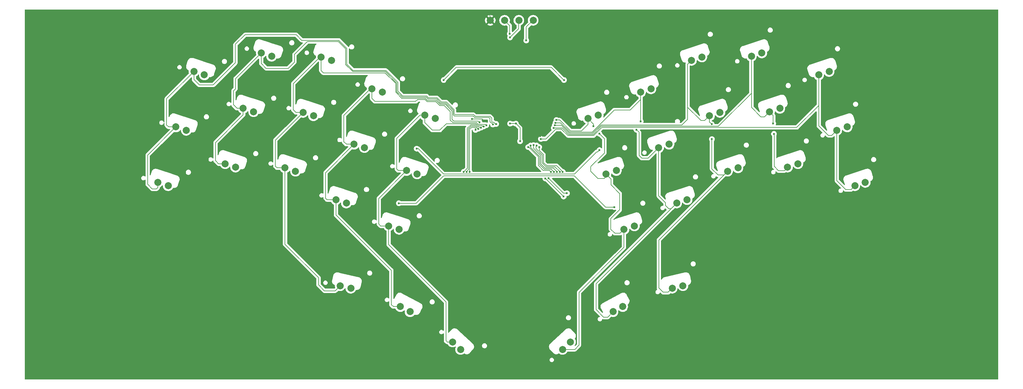
<source format=gbr>
%TF.GenerationSoftware,KiCad,Pcbnew,9.0.4*%
%TF.CreationDate,2025-09-19T00:48:39-04:00*%
%TF.ProjectId,frameortho,6672616d-656f-4727-9468-6f2e6b696361,rev?*%
%TF.SameCoordinates,Original*%
%TF.FileFunction,Copper,L2,Bot*%
%TF.FilePolarity,Positive*%
%FSLAX46Y46*%
G04 Gerber Fmt 4.6, Leading zero omitted, Abs format (unit mm)*
G04 Created by KiCad (PCBNEW 9.0.4) date 2025-09-19 00:48:39*
%MOMM*%
%LPD*%
G01*
G04 APERTURE LIST*
%TA.AperFunction,CastellatedPad*%
%ADD10C,2.000000*%
%TD*%
%TA.AperFunction,SMDPad,CuDef*%
%ADD11C,2.000000*%
%TD*%
%TA.AperFunction,ViaPad*%
%ADD12C,0.600000*%
%TD*%
%TA.AperFunction,Conductor*%
%ADD13C,0.200000*%
%TD*%
G04 APERTURE END LIST*
D10*
%TO.P,S3,1,1*%
%TO.N,COL_2*%
X158316022Y-93584191D03*
%TO.P,S3,2,2*%
%TO.N,Net-(D3-A)*%
X161264298Y-94542144D03*
%TD*%
%TO.P,S13,1,1*%
%TO.N,COL_2*%
X153203827Y-109276631D03*
%TO.P,S13,2,2*%
%TO.N,Net-(D13-A)*%
X156152103Y-110234584D03*
%TD*%
%TO.P,S12,1,1*%
%TO.N,COL_1*%
X136233346Y-108114338D03*
%TO.P,S12,2,2*%
%TO.N,Net-(D12-A)*%
X139181622Y-109072291D03*
%TD*%
%TO.P,S11,1,1*%
%TO.N,COL_0*%
X117166854Y-113385940D03*
%TO.P,S11,2,2*%
%TO.N,Net-(D11-A)*%
X120115130Y-114343893D03*
%TD*%
%TO.P,S15,1,1*%
%TO.N,COL_4*%
X182543814Y-125724392D03*
%TO.P,S15,2,2*%
%TO.N,Net-(D15-A)*%
X185492090Y-126682345D03*
%TD*%
%TO.P,S10,1,1*%
%TO.N,COL_9*%
X299245756Y-98651469D03*
%TO.P,S10,2,2*%
%TO.N,Net-(D10-A)*%
X302194032Y-97693516D03*
%TD*%
%TO.P,S31,1,1*%
%TO.N,COL_2*%
X163703643Y-158364205D03*
%TO.P,S31,2,2*%
%TO.N,Net-(D31-A)*%
X166724190Y-159061553D03*
%TD*%
%TO.P,S26,1,1*%
%TO.N,COL_5*%
X244093203Y-142374786D03*
%TO.P,S26,2,2*%
%TO.N,Net-(D26-A)*%
X247041479Y-141416833D03*
%TD*%
%TO.P,S18,1,1*%
%TO.N,COL_7*%
X268320978Y-110234584D03*
%TO.P,S18,2,2*%
%TO.N,Net-(D18-A)*%
X271269254Y-109276631D03*
%TD*%
%TO.P,S35,1,1*%
%TO.N,COL_6*%
X240986931Y-165710411D03*
%TO.P,S35,2,2*%
%TO.N,Net-(D35-A)*%
X243724068Y-164255049D03*
%TD*%
%TO.P,S17,1,1*%
%TO.N,COL_6*%
X253906594Y-119243089D03*
%TO.P,S17,2,2*%
%TO.N,Net-(D17-A)*%
X256854870Y-118285136D03*
%TD*%
%TO.P,S4,1,1*%
%TO.N,COL_3*%
X172730406Y-102592696D03*
%TO.P,S4,2,2*%
%TO.N,Net-(D4-A)*%
X175678682Y-103550649D03*
%TD*%
%TO.P,S23,1,1*%
%TO.N,COL_2*%
X148091632Y-124969055D03*
%TO.P,S23,2,2*%
%TO.N,Net-(D23-A)*%
X151039908Y-125927008D03*
%TD*%
%TO.P,S34,1,1*%
%TO.N,COL_5*%
X226674100Y-176388382D03*
%TO.P,S34,2,2*%
%TO.N,Net-(D34-A)*%
X228941297Y-174274187D03*
%TD*%
%TO.P,S7,1,1*%
%TO.N,COL_6*%
X248794399Y-103550649D03*
%TO.P,S7,2,2*%
%TO.N,Net-(D7-A)*%
X251742675Y-102592696D03*
%TD*%
%TO.P,S20,1,1*%
%TO.N,COL_9*%
X304357951Y-114343893D03*
%TO.P,S20,2,2*%
%TO.N,Net-(D20-A)*%
X307306227Y-113385940D03*
%TD*%
%TO.P,S25,1,1*%
%TO.N,COL_4*%
X177431619Y-141416833D03*
%TO.P,S25,2,2*%
%TO.N,Net-(D25-A)*%
X180379895Y-142374786D03*
%TD*%
%TO.P,S30,1,1*%
%TO.N,COL_9*%
X309470146Y-130036333D03*
%TO.P,S30,2,2*%
%TO.N,Net-(D30-A)*%
X312418422Y-129078380D03*
%TD*%
%TO.P,S2,1,1*%
%TO.N,COL_1*%
X141345541Y-92421898D03*
%TO.P,S2,2,2*%
%TO.N,Net-(D2-A)*%
X144293817Y-93379851D03*
%TD*%
%TO.P,S32,1,1*%
%TO.N,COL_3*%
X180749029Y-164255049D03*
%TO.P,S32,2,2*%
%TO.N,Net-(D32-A)*%
X183486166Y-165710411D03*
%TD*%
%TO.P,S16,1,1*%
%TO.N,COL_5*%
X238981007Y-126682345D03*
%TO.P,S16,2,2*%
%TO.N,Net-(D16-A)*%
X241929283Y-125724392D03*
%TD*%
%TO.P,S22,1,1*%
%TO.N,COL_1*%
X131121151Y-123806762D03*
%TO.P,S22,2,2*%
%TO.N,Net-(D22-A)*%
X134069427Y-124764715D03*
%TD*%
%TO.P,S27,1,1*%
%TO.N,COL_6*%
X259018806Y-134935513D03*
%TO.P,S27,2,2*%
%TO.N,Net-(D27-A)*%
X261967082Y-133977560D03*
%TD*%
%TO.P,S24,1,1*%
%TO.N,COL_3*%
X162506016Y-133977560D03*
%TO.P,S24,2,2*%
%TO.N,Net-(D24-A)*%
X165454292Y-134935513D03*
%TD*%
%TO.P,S6,1,1*%
%TO.N,COL_5*%
X233868796Y-110989904D03*
%TO.P,S6,2,2*%
%TO.N,Net-(D6-A)*%
X236817072Y-110031951D03*
%TD*%
%TO.P,S8,1,1*%
%TO.N,COL_7*%
X263208783Y-94542144D03*
%TO.P,S8,2,2*%
%TO.N,Net-(D8-A)*%
X266157059Y-93584191D03*
%TD*%
%TO.P,S9,1,1*%
%TO.N,COL_8*%
X280179264Y-93379851D03*
%TO.P,S9,2,2*%
%TO.N,Net-(D9-A)*%
X283127540Y-92421898D03*
%TD*%
%TO.P,S28,1,1*%
%TO.N,COL_7*%
X273433189Y-125927008D03*
%TO.P,S28,2,2*%
%TO.N,Net-(D28-A)*%
X276381465Y-124969055D03*
%TD*%
%TO.P,S14,1,1*%
%TO.N,COL_3*%
X167618211Y-118285136D03*
%TO.P,S14,2,2*%
%TO.N,Net-(D14-A)*%
X170566487Y-119243089D03*
%TD*%
%TO.P,S5,1,1*%
%TO.N,COL_4*%
X187656009Y-110031951D03*
%TO.P,S5,2,2*%
%TO.N,Net-(D5-A)*%
X190604285Y-110989904D03*
%TD*%
%TO.P,S33,1,1*%
%TO.N,COL_4*%
X195531784Y-174274187D03*
%TO.P,S33,2,2*%
%TO.N,Net-(D33-A)*%
X197798981Y-176388382D03*
%TD*%
%TO.P,S29,1,1*%
%TO.N,COL_8*%
X290403670Y-124764715D03*
%TO.P,S29,2,2*%
%TO.N,Net-(D29-A)*%
X293351946Y-123806762D03*
%TD*%
%TO.P,S21,1,1*%
%TO.N,COL_0*%
X112054659Y-129078380D03*
%TO.P,S21,2,2*%
%TO.N,Net-(D21-A)*%
X115002935Y-130036333D03*
%TD*%
%TO.P,S1,1,1*%
%TO.N,COL_0*%
X122279065Y-97693516D03*
%TO.P,S1,2,2*%
%TO.N,Net-(D1-A)*%
X125227341Y-98651469D03*
%TD*%
%TO.P,S36,1,1*%
%TO.N,COL_7*%
X257748891Y-159061553D03*
%TO.P,S36,2,2*%
%TO.N,Net-(D36-A)*%
X260769438Y-158364205D03*
%TD*%
%TO.P,S19,1,1*%
%TO.N,COL_8*%
X285291475Y-109072291D03*
%TO.P,S19,2,2*%
%TO.N,Net-(D19-A)*%
X288239751Y-108114338D03*
%TD*%
D11*
%TO.P,TP20,1,1*%
%TO.N,GND*%
X206224799Y-83190000D03*
%TD*%
%TO.P,TP18,1,1*%
%TO.N,D_P*%
X214324799Y-83190000D03*
%TD*%
%TO.P,TP17,1,1*%
%TO.N,+5V*%
X218374798Y-83190000D03*
%TD*%
%TO.P,TP19,1,1*%
%TO.N,D_N*%
X210274798Y-83190000D03*
%TD*%
D12*
%TO.N,COL_0*%
X207881769Y-112543500D03*
%TO.N,COL_1*%
X206964865Y-112695135D03*
%TO.N,COL_2*%
X203140000Y-112046200D03*
%TO.N,COL_3*%
X205110000Y-112919200D03*
%TO.N,COL_4*%
X204335227Y-113247200D03*
%TO.N,COL_5*%
X237130000Y-115310000D03*
X235440000Y-113160000D03*
X224951358Y-111438758D03*
%TO.N,COL_6*%
X224677789Y-112212740D03*
X248840000Y-111790000D03*
X247610000Y-114180000D03*
%TO.N,COL_7*%
X268980000Y-116830000D03*
X268950000Y-112607800D03*
X224471995Y-112926535D03*
%TO.N,COL_8*%
X286560000Y-115360000D03*
X224198080Y-113664311D03*
X286350000Y-112400000D03*
%TO.N,COL_9*%
X220557800Y-116780000D03*
%TO.N,SWCLK*%
X227000000Y-133080000D03*
X221830000Y-127990000D03*
%TO.N,SWDIO*%
X222700000Y-127870000D03*
X227930000Y-132160000D03*
%TO.N,+1V1*%
X211836000Y-112430774D03*
X214655400Y-117424200D03*
X213463551Y-112429774D03*
%TO.N,GND*%
X202514200Y-121437400D03*
X202620000Y-99710000D03*
X218109800Y-110286800D03*
X213236540Y-113943500D03*
X211236540Y-115943500D03*
X211236540Y-113943500D03*
X212236540Y-113943500D03*
X209296000Y-109423200D03*
X201015600Y-111134600D03*
X214045800Y-123672600D03*
X212236540Y-115943500D03*
X209734378Y-117442124D03*
X213236540Y-115943500D03*
X211900000Y-99630000D03*
X210210400Y-123494800D03*
X212236540Y-114943500D03*
X225044000Y-121412000D03*
X215620600Y-106730800D03*
X217840000Y-124660000D03*
X204012800Y-115951000D03*
X215239600Y-90855800D03*
X204540000Y-111718200D03*
X211410000Y-100150000D03*
X211236540Y-114943500D03*
X220345000Y-115976400D03*
X213236540Y-114943500D03*
%TO.N,+5V*%
X216408000Y-88900000D03*
%TO.N,ROW_0*%
X193016600Y-100103400D03*
X227104500Y-100103400D03*
%TO.N,ROW_1*%
X237140000Y-119940000D03*
X185360000Y-119530000D03*
%TO.N,ROW_2*%
X180330000Y-134990000D03*
X241390000Y-136100000D03*
%TO.N,D_P*%
X211810001Y-88050000D03*
%TO.N,D_N*%
X211734400Y-86995000D03*
%TO.N,GPIO5*%
X198720000Y-126110000D03*
X203588682Y-113575200D03*
%TO.N,GPIO25*%
X220091000Y-119095800D03*
X226745800Y-126110000D03*
%TO.N,GPIO23*%
X218492018Y-118542904D03*
X225100000Y-126110000D03*
%TO.N,GPIO6*%
X199550300Y-126110000D03*
X202790000Y-113903200D03*
%TO.N,GPIO22*%
X224280000Y-126110000D03*
X217639194Y-118646986D03*
%TO.N,GPIO21*%
X223430000Y-126110000D03*
X216940000Y-119095800D03*
%TO.N,GPIO7*%
X200380600Y-126110000D03*
X202030000Y-114230000D03*
%TO.N,GPIO24*%
X219303600Y-118643400D03*
X225924533Y-126110000D03*
%TD*%
D13*
%TO.N,COL_0*%
X206160000Y-110413800D02*
X201987462Y-110413800D01*
X114550000Y-105422580D02*
X122279065Y-97693516D01*
X206626596Y-110880396D02*
X206160000Y-110413800D01*
X176647124Y-97385800D02*
X167369462Y-97385800D01*
X114550000Y-112835940D02*
X114550000Y-105422580D01*
X127736600Y-101523800D02*
X123850400Y-101523800D01*
X134035800Y-95224600D02*
X127736600Y-101523800D01*
X165605800Y-95622138D02*
X165605800Y-91126338D01*
X151282400Y-87299800D02*
X136753600Y-87299800D01*
X109180000Y-129630000D02*
X109180000Y-121360000D01*
X122279065Y-99952465D02*
X122279065Y-97693516D01*
X123850400Y-101523800D02*
X122279065Y-99952465D01*
X201987462Y-110413800D02*
X201479462Y-109905800D01*
X136753600Y-87299800D02*
X134035800Y-90017600D01*
X110470000Y-130920000D02*
X109180000Y-129630000D01*
X192325586Y-106326600D02*
X191157186Y-105158200D01*
X207213608Y-112094335D02*
X206827527Y-112094335D01*
X134035800Y-90017600D02*
X134035800Y-95224600D01*
X112054659Y-129078380D02*
X112054659Y-130545341D01*
X207881769Y-112543500D02*
X207662773Y-112543500D01*
X180081600Y-100820276D02*
X176647124Y-97385800D01*
X191157186Y-105158200D02*
X188730862Y-105158200D01*
X109180000Y-121360000D02*
X117154060Y-113385940D01*
X163330862Y-88851400D02*
X152834000Y-88851400D01*
X180081600Y-103284076D02*
X180081600Y-100820276D01*
X206827527Y-112094335D02*
X206626596Y-111893404D01*
X165605800Y-91126338D02*
X163330862Y-88851400D01*
X117166854Y-113385940D02*
X115100000Y-113385940D01*
X167369462Y-97385800D02*
X165605800Y-95622138D01*
X193778800Y-106326600D02*
X192325586Y-106326600D01*
X196007400Y-108555200D02*
X193778800Y-106326600D01*
X207662773Y-112543500D02*
X207213608Y-112094335D01*
X201479462Y-109905800D02*
X196120062Y-109905800D01*
X152834000Y-88851400D02*
X151282400Y-87299800D01*
X181424524Y-104627000D02*
X180081600Y-103284076D01*
X111680000Y-130920000D02*
X110470000Y-130920000D01*
X196120062Y-109905800D02*
X196007400Y-109793138D01*
X115100000Y-113385940D02*
X114550000Y-112835940D01*
X188730862Y-105158200D02*
X188199662Y-104627000D01*
X206626596Y-111893404D02*
X206626596Y-110880396D01*
X117154060Y-113385940D02*
X117166854Y-113385940D01*
X196007400Y-109793138D02*
X196007400Y-108555200D01*
X112054659Y-130545341D02*
X111680000Y-130920000D01*
X188199662Y-104627000D02*
X181424524Y-104627000D01*
%TO.N,COL_1*%
X193630862Y-106654600D02*
X192189724Y-106654600D01*
X176511262Y-97713800D02*
X167233600Y-97713800D01*
X150749000Y-95021400D02*
X148945600Y-96824800D01*
X136233346Y-108114338D02*
X134474338Y-108114338D01*
X205892400Y-110744000D02*
X201853800Y-110744000D01*
X206139200Y-111869870D02*
X206139200Y-110990800D01*
X134080000Y-99687439D02*
X141345541Y-92421898D01*
X191021324Y-105486200D02*
X188595000Y-105486200D01*
X181288662Y-104955000D02*
X179753600Y-103419938D01*
X131121151Y-123806762D02*
X129256762Y-123806762D01*
X163195000Y-89179400D02*
X154432000Y-89179400D01*
X154432000Y-89179400D02*
X150749000Y-92862400D01*
X150749000Y-92862400D02*
X150749000Y-95021400D01*
X128390000Y-117800000D02*
X128390000Y-122940000D01*
X206964465Y-112695135D02*
X206139200Y-111869870D01*
X167233600Y-97713800D02*
X165277800Y-95758000D01*
X148945600Y-96824800D02*
X142748000Y-96824800D01*
X142748000Y-96824800D02*
X141345541Y-95422341D01*
X201422000Y-110312200D02*
X196062600Y-110312200D01*
X192189724Y-106654600D02*
X191021324Y-105486200D01*
X188595000Y-105486200D02*
X188063800Y-104955000D01*
X196062600Y-110312200D02*
X195679400Y-109929000D01*
X136233346Y-108114338D02*
X136233346Y-109956654D01*
X206139200Y-110990800D02*
X205892400Y-110744000D01*
X206964865Y-112695135D02*
X206964465Y-112695135D01*
X133460000Y-103190000D02*
X134080000Y-102570000D01*
X129256762Y-123806762D02*
X128390000Y-122940000D01*
X179753600Y-103419938D02*
X179753600Y-100956138D01*
X201853800Y-110744000D02*
X201422000Y-110312200D01*
X136233346Y-109956654D02*
X128390000Y-117800000D01*
X165277800Y-95758000D02*
X165277800Y-91262200D01*
X133460000Y-107100000D02*
X133460000Y-103190000D01*
X165277800Y-91262200D02*
X163195000Y-89179400D01*
X195679400Y-109929000D02*
X195679400Y-108703138D01*
X179753600Y-100956138D02*
X176511262Y-97713800D01*
X134080000Y-102570000D02*
X134080000Y-99687439D01*
X134474338Y-108114338D02*
X133460000Y-107100000D01*
X195679400Y-108703138D02*
X193630862Y-106654600D01*
X188063800Y-104955000D02*
X181288662Y-104955000D01*
X141345541Y-95422341D02*
X141345541Y-92421898D01*
%TO.N,COL_2*%
X192081462Y-107010200D02*
X190938462Y-105867200D01*
X158316022Y-93584191D02*
X157935809Y-93584191D01*
X148091632Y-124969055D02*
X145809055Y-124969055D01*
X159240000Y-159790000D02*
X162277848Y-159790000D01*
X181152800Y-105283000D02*
X179425600Y-103555800D01*
X195351400Y-111226600D02*
X195351400Y-108839000D01*
X193522600Y-107010200D02*
X192081462Y-107010200D01*
X203140000Y-112046200D02*
X202828400Y-111734600D01*
X157580000Y-156070000D02*
X157580000Y-158130000D01*
X153203827Y-109276631D02*
X145330000Y-117150458D01*
X158316022Y-97432222D02*
X158316022Y-93584191D01*
X179425600Y-101092000D02*
X176428400Y-98094800D01*
X202000000Y-111734600D02*
X195859400Y-111734600D01*
X176428400Y-98094800D02*
X158978600Y-98094800D01*
X190938462Y-105867200D02*
X188449262Y-105867200D01*
X145330000Y-117150458D02*
X145330000Y-124490000D01*
X188449262Y-105867200D02*
X187865062Y-105283000D01*
X153203827Y-109276631D02*
X151176631Y-109276631D01*
X179425600Y-103555800D02*
X179425600Y-101092000D01*
X157935809Y-93584191D02*
X150410000Y-101110000D01*
X148091632Y-146581632D02*
X157580000Y-156070000D01*
X202828400Y-111734600D02*
X202000000Y-111734600D01*
X145809055Y-124969055D02*
X145330000Y-124490000D01*
X148091632Y-124969055D02*
X148091632Y-146581632D01*
X162277848Y-159790000D02*
X163703643Y-158364205D01*
X187865062Y-105283000D02*
X181152800Y-105283000D01*
X150410000Y-101110000D02*
X150410000Y-108510000D01*
X158978600Y-98094800D02*
X158316022Y-97432222D01*
X195859400Y-111734600D02*
X195351400Y-111226600D01*
X157580000Y-158130000D02*
X159240000Y-159790000D01*
X195351400Y-108839000D02*
X193522600Y-107010200D01*
X151176631Y-109276631D02*
X150410000Y-108510000D01*
%TO.N,COL_3*%
X205110000Y-112919200D02*
X204837000Y-112646200D01*
X172287304Y-102592696D02*
X164770000Y-110110000D01*
X172730406Y-105333800D02*
X172730406Y-102592696D01*
X201440000Y-112162000D02*
X195601000Y-112162000D01*
X194894200Y-109067600D02*
X193167000Y-107340400D01*
X178190000Y-163700000D02*
X178745049Y-164255049D01*
X204837000Y-112646200D02*
X202787786Y-112646200D01*
X190804800Y-106197400D02*
X188315600Y-106197400D01*
X191947800Y-107340400D02*
X190804800Y-106197400D01*
X178190000Y-153970000D02*
X178190000Y-163700000D01*
X159550000Y-126353347D02*
X159550000Y-133550000D01*
X193167000Y-107340400D02*
X191947800Y-107340400D01*
X187731400Y-105613200D02*
X185648600Y-105613200D01*
X159550000Y-133550000D02*
X159977560Y-133977560D01*
X185089800Y-106172000D02*
X173568606Y-106172000D01*
X194894200Y-111455200D02*
X194894200Y-109067600D01*
X195601000Y-112162000D02*
X194894200Y-111455200D01*
X159977560Y-133977560D02*
X162506016Y-133977560D01*
X178745049Y-164255049D02*
X180749029Y-164255049D01*
X167618211Y-118285136D02*
X165455136Y-118285136D01*
X162506016Y-138286016D02*
X178190000Y-153970000D01*
X162506016Y-133977560D02*
X162506016Y-138286016D01*
X185648600Y-105613200D02*
X185089800Y-106172000D01*
X165455136Y-118285136D02*
X164770000Y-117600000D01*
X173568606Y-106172000D02*
X172730406Y-105333800D01*
X164770000Y-110110000D02*
X164770000Y-117600000D01*
X202303586Y-112162000D02*
X201440000Y-112162000D01*
X172730406Y-102592696D02*
X172287304Y-102592696D01*
X167618211Y-118285136D02*
X159550000Y-126353347D01*
X202787786Y-112646200D02*
X202303586Y-112162000D01*
X188315600Y-106197400D02*
X187731400Y-105613200D01*
%TO.N,COL_4*%
X204335227Y-113247200D02*
X204110625Y-113247200D01*
X182543814Y-125724392D02*
X174640000Y-133628206D01*
X191930400Y-114309600D02*
X189819600Y-114309600D01*
X189819600Y-114309600D02*
X187656009Y-112146009D01*
X193660000Y-173920000D02*
X193660000Y-162940000D01*
X177431619Y-146711619D02*
X177431619Y-141416833D01*
X174640000Y-140870000D02*
X175186833Y-141416833D01*
X175186833Y-141416833D02*
X177431619Y-141416833D01*
X174640000Y-133628206D02*
X174640000Y-140870000D01*
X180134392Y-125724392D02*
X179730000Y-125320000D01*
X203837625Y-112974200D02*
X202651924Y-112974200D01*
X202167724Y-112490000D02*
X201720000Y-112490000D01*
X202651924Y-112974200D02*
X202167724Y-112490000D01*
X179730000Y-125320000D02*
X179730000Y-116660000D01*
X193750000Y-112490000D02*
X191930400Y-114309600D01*
X195531784Y-174274187D02*
X194014187Y-174274187D01*
X201720000Y-112490000D02*
X193750000Y-112490000D01*
X193660000Y-162940000D02*
X177431619Y-146711619D01*
X204110625Y-113247200D02*
X203837625Y-112974200D01*
X194014187Y-174274187D02*
X193660000Y-173920000D01*
X182543814Y-125724392D02*
X180134392Y-125724392D01*
X186358049Y-110031951D02*
X187656009Y-110031951D01*
X179730000Y-116660000D02*
X186358049Y-110031951D01*
X187656009Y-112146009D02*
X187656009Y-110031951D01*
%TO.N,COL_5*%
X234680000Y-124600000D02*
X238520000Y-120760000D01*
X238981007Y-126682345D02*
X238981007Y-127508993D01*
X240440000Y-128141338D02*
X240440000Y-129810000D01*
X225840358Y-111438758D02*
X224951358Y-111438758D01*
X231350000Y-160220000D02*
X241980000Y-149590000D01*
X241510000Y-143500000D02*
X242967989Y-143500000D01*
X235440000Y-112561108D02*
X235440000Y-113160000D01*
X241980000Y-149590000D02*
X241980000Y-149580000D01*
X226674100Y-176388382D02*
X230141618Y-176388382D01*
X233868796Y-110989904D02*
X233868796Y-112663404D01*
X238520000Y-116700000D02*
X237130000Y-115310000D01*
X238470000Y-128020000D02*
X236720000Y-128020000D01*
X238981007Y-127508993D02*
X238470000Y-128020000D01*
X242967989Y-143500000D02*
X244093203Y-142374786D01*
X233868796Y-110989904D02*
X235440000Y-112561108D01*
X242910000Y-136820000D02*
X240360000Y-139370000D01*
X231350000Y-175180000D02*
X231350000Y-160220000D01*
X230141618Y-176388382D02*
X231350000Y-175180000D01*
X228930200Y-114528600D02*
X225840358Y-111438758D01*
X240360000Y-139370000D02*
X240360000Y-142350000D01*
X238981007Y-126682345D02*
X240440000Y-128141338D01*
X236720000Y-128020000D02*
X234680000Y-125980000D01*
X238520000Y-120760000D02*
X238520000Y-116700000D01*
X241980000Y-149580000D02*
X244093203Y-147466797D01*
X240360000Y-142350000D02*
X241510000Y-143500000D01*
X242910000Y-132280000D02*
X242910000Y-136820000D01*
X240440000Y-129810000D02*
X242910000Y-132280000D01*
X244093203Y-147466797D02*
X244093203Y-142374786D01*
X232003600Y-114528600D02*
X228930200Y-114528600D01*
X234680000Y-125980000D02*
X234680000Y-124600000D01*
X233868796Y-112663404D02*
X232003600Y-114528600D01*
%TO.N,COL_6*%
X259018806Y-134935513D02*
X236180000Y-157774319D01*
X248794399Y-111744399D02*
X248840000Y-111790000D01*
X241355800Y-108580000D02*
X245880000Y-108580000D01*
X253906594Y-119243089D02*
X250899682Y-122250000D01*
X248340000Y-121450000D02*
X248340000Y-114910000D01*
X240986931Y-165710411D02*
X239452342Y-167245000D01*
X229412800Y-114856600D02*
X235079200Y-114856600D01*
X250899682Y-122250000D02*
X249140000Y-122250000D01*
X226131740Y-112212740D02*
X224677789Y-112212740D01*
X239452342Y-167245000D02*
X238345000Y-167245000D01*
X236180000Y-165080000D02*
X238345000Y-167245000D01*
X245880000Y-108580000D02*
X248794399Y-105665601D01*
X248340000Y-114910000D02*
X247610000Y-114180000D01*
X249140000Y-122250000D02*
X248340000Y-121450000D01*
X253906594Y-119243089D02*
X253906594Y-132916594D01*
X235079200Y-114856600D02*
X241355800Y-108580000D01*
X228775600Y-114856600D02*
X226131740Y-112212740D01*
X248794399Y-105665601D02*
X248794399Y-103550649D01*
X229412800Y-114856600D02*
X228775600Y-114856600D01*
X255850000Y-135640000D02*
X256730000Y-136520000D01*
X248794399Y-103550649D02*
X248794399Y-111744399D01*
X236180000Y-157774319D02*
X236180000Y-165080000D01*
X255850000Y-134860000D02*
X255850000Y-135640000D01*
X256730000Y-136520000D02*
X257434319Y-136520000D01*
X253906594Y-132916594D02*
X255850000Y-134860000D01*
X257434319Y-136520000D02*
X259018806Y-134935513D01*
%TO.N,COL_7*%
X262100000Y-111250000D02*
X262100000Y-104960000D01*
X268320978Y-110234584D02*
X268320978Y-111978778D01*
X268980000Y-125240000D02*
X270710000Y-126970000D01*
X253940000Y-158950000D02*
X255190000Y-160200000D01*
X237562553Y-112837109D02*
X260512891Y-112837109D01*
X228639738Y-115184600D02*
X226381673Y-112926535D01*
X262100000Y-104960000D02*
X262100000Y-95650927D01*
X262100000Y-95650927D02*
X263208783Y-94542144D01*
X256610444Y-160200000D02*
X257748891Y-159061553D01*
X272390197Y-126970000D02*
X273433189Y-125927008D01*
X235215062Y-115184600D02*
X237562553Y-112837109D01*
X268320978Y-110234584D02*
X266950562Y-111605000D01*
X255190000Y-160200000D02*
X256610444Y-160200000D01*
X253940000Y-145420197D02*
X253940000Y-158950000D01*
X262100000Y-107820000D02*
X265885000Y-111605000D01*
X229971600Y-115184600D02*
X235215062Y-115184600D01*
X270710000Y-126970000D02*
X272390197Y-126970000D01*
X268320978Y-111978778D02*
X268950000Y-112607800D01*
X268980000Y-116830000D02*
X268980000Y-125240000D01*
X266950562Y-111605000D02*
X265885000Y-111605000D01*
X229971600Y-115184600D02*
X228639738Y-115184600D01*
X226381673Y-112926535D02*
X224471995Y-112926535D01*
X262100000Y-104960000D02*
X262100000Y-107820000D01*
X273433189Y-125927008D02*
X253940000Y-145420197D01*
X260512891Y-112837109D02*
X262100000Y-111250000D01*
%TO.N,COL_8*%
X226618111Y-113664311D02*
X224198080Y-113664311D01*
X287820000Y-125750000D02*
X289510000Y-125750000D01*
X290403670Y-124856330D02*
X290403670Y-124764715D01*
X229539800Y-115512600D02*
X228466400Y-115512600D01*
X235350924Y-115512600D02*
X229539800Y-115512600D01*
X280179264Y-103868736D02*
X270840200Y-113207800D01*
X280179264Y-103868736D02*
X280179264Y-107819264D01*
X280179264Y-107819264D02*
X282880000Y-110520000D01*
X286350000Y-110130816D02*
X286350000Y-112400000D01*
X280179264Y-93379851D02*
X280179264Y-103868736D01*
X237655724Y-113207800D02*
X235350924Y-115512600D01*
X285291475Y-109072291D02*
X286350000Y-110130816D01*
X270840200Y-113207800D02*
X237655724Y-113207800D01*
X283843766Y-110520000D02*
X285291475Y-109072291D01*
X286630000Y-124560000D02*
X287820000Y-125750000D01*
X228466400Y-115512600D02*
X226618111Y-113664311D01*
X286560000Y-115360000D02*
X286630000Y-115430000D01*
X286630000Y-115430000D02*
X286630000Y-124560000D01*
X289510000Y-125750000D02*
X290403670Y-124856330D01*
X282880000Y-110520000D02*
X283843766Y-110520000D01*
%TO.N,COL_9*%
X228235600Y-115840600D02*
X226387311Y-113992311D01*
X302921844Y-115780000D02*
X304357951Y-114343893D01*
X299245756Y-107332044D02*
X293042000Y-113535800D01*
X293042000Y-113535800D02*
X237797000Y-113535800D01*
X304357951Y-128567951D02*
X304357951Y-114343893D01*
X237797000Y-113535800D02*
X235492200Y-115840600D01*
X309470146Y-130036333D02*
X308371480Y-131135000D01*
X299245756Y-113065756D02*
X301960000Y-115780000D01*
X306925000Y-131135000D02*
X304357951Y-128567951D01*
X224720023Y-113992311D02*
X221932334Y-116780000D01*
X299245756Y-106740000D02*
X299245756Y-107332044D01*
X301960000Y-115780000D02*
X302921844Y-115780000D01*
X299245756Y-106740000D02*
X299245756Y-113065756D01*
X235492200Y-115840600D02*
X229006400Y-115840600D01*
X229006400Y-115840600D02*
X228235600Y-115840600D01*
X226387311Y-113992311D02*
X224720023Y-113992311D01*
X308371480Y-131135000D02*
X306925000Y-131135000D01*
X299245756Y-106740000D02*
X299245756Y-98651469D01*
X221932334Y-116780000D02*
X220557800Y-116780000D01*
%TO.N,SWCLK*%
X221830000Y-127990000D02*
X221910000Y-127990000D01*
X221910000Y-127990000D02*
X227000000Y-133080000D01*
%TO.N,SWDIO*%
X226990000Y-132160000D02*
X222700000Y-127870000D01*
X227930000Y-132160000D02*
X226990000Y-132160000D01*
%TO.N,+1V1*%
X213462551Y-112430774D02*
X213463551Y-112429774D01*
X211836000Y-112430774D02*
X213462551Y-112430774D01*
X214655400Y-117424200D02*
X214655400Y-113621623D01*
X214655400Y-113621623D02*
X213463551Y-112429774D01*
%TO.N,GND*%
X215595200Y-84886800D02*
X216281000Y-84201000D01*
X216281000Y-81991200D02*
X215214200Y-80924400D01*
X203010000Y-111134600D02*
X201015600Y-111134600D01*
X215595200Y-86639400D02*
X215595200Y-84886800D01*
X206174799Y-81632601D02*
X206174799Y-83190000D01*
X203956400Y-111134600D02*
X203010000Y-111134600D01*
X213868000Y-123494800D02*
X214045800Y-123672600D01*
X214858600Y-90474800D02*
X214858600Y-87376000D01*
X216281000Y-84201000D02*
X216281000Y-81991200D01*
X215214200Y-80924400D02*
X206883000Y-80924400D01*
X215239600Y-90855800D02*
X214858600Y-90474800D01*
X210210400Y-123494800D02*
X213868000Y-123494800D01*
X204540000Y-111718200D02*
X204540000Y-111554000D01*
X204540000Y-111718200D02*
X203956400Y-111134600D01*
X214858600Y-87376000D02*
X215595200Y-86639400D01*
X206883000Y-80924400D02*
X206174799Y-81632601D01*
%TO.N,+5V*%
X218324799Y-83190000D02*
X216408000Y-85106799D01*
X216408000Y-85106799D02*
X216408000Y-88900000D01*
%TO.N,ROW_0*%
X196600000Y-96520000D02*
X223450000Y-96520000D01*
X227033400Y-100103400D02*
X223450000Y-96520000D01*
X227104500Y-100103400D02*
X227033400Y-100103400D01*
X193016600Y-100103400D02*
X196600000Y-96520000D01*
%TO.N,ROW_1*%
X185800000Y-119530000D02*
X185360000Y-119530000D01*
X236340000Y-120440000D02*
X230070000Y-126710000D01*
X192980000Y-126710000D02*
X185800000Y-119530000D01*
X237140000Y-119940000D02*
X236640000Y-120440000D01*
X230070000Y-126710000D02*
X192980000Y-126710000D01*
X236640000Y-120440000D02*
X236340000Y-120440000D01*
%TO.N,ROW_2*%
X238910000Y-136100000D02*
X230050000Y-127240000D01*
X230050000Y-127240000D02*
X193010000Y-127240000D01*
X193010000Y-127240000D02*
X185260000Y-134990000D01*
X241390000Y-136100000D02*
X238910000Y-136100000D01*
X185260000Y-134990000D02*
X180330000Y-134990000D01*
%TO.N,D_P*%
X214274800Y-85585201D02*
X211810001Y-88050000D01*
X214274800Y-83190000D02*
X214274800Y-85585201D01*
%TO.N,D_N*%
X211734400Y-84699601D02*
X211734400Y-86995000D01*
X210224799Y-83190000D02*
X211734400Y-84699601D01*
%TO.N,GPIO5*%
X202516062Y-113302200D02*
X202031862Y-112818000D01*
X199724600Y-125105400D02*
X199704957Y-125105400D01*
X202031862Y-112818000D02*
X200680876Y-112818000D01*
X203038943Y-113302200D02*
X202516062Y-113302200D01*
X198720000Y-126090357D02*
X198720000Y-126110000D01*
X199724600Y-113774276D02*
X199724600Y-125105400D01*
X203588682Y-113575200D02*
X203311943Y-113575200D01*
X199704957Y-125105400D02*
X198720000Y-126090357D01*
X200680876Y-112818000D02*
X199724600Y-113774276D01*
X203311943Y-113575200D02*
X203038943Y-113302200D01*
%TO.N,GPIO25*%
X221284800Y-121227538D02*
X221284800Y-123462738D01*
X221284800Y-123462738D02*
X222189262Y-124367200D01*
X220091000Y-119095800D02*
X220091000Y-120033738D01*
X226745800Y-126081324D02*
X226745800Y-126110000D01*
X222189262Y-124367200D02*
X225031676Y-124367200D01*
X220091000Y-120033738D02*
X221284800Y-121227538D01*
X225031676Y-124367200D02*
X226745800Y-126081324D01*
%TO.N,GPIO23*%
X218492018Y-119457418D02*
X220546000Y-121511400D01*
X224043143Y-125023200D02*
X225100000Y-126080057D01*
X221746400Y-125023200D02*
X224043143Y-125023200D01*
X225100000Y-126080057D02*
X225100000Y-126110000D01*
X220546000Y-121511400D02*
X220546000Y-123822800D01*
X218492018Y-118542904D02*
X218492018Y-119457418D01*
X225103267Y-126106733D02*
X225100000Y-126110000D01*
X220546000Y-123822800D02*
X221746400Y-125023200D01*
%TO.N,GPIO6*%
X202653200Y-113903200D02*
X201896000Y-113146000D01*
X201896000Y-113146000D02*
X200816738Y-113146000D01*
X200816738Y-113146000D02*
X200052600Y-113910138D01*
X200052600Y-113910138D02*
X200052600Y-125450600D01*
X199550300Y-125952900D02*
X199550300Y-126110000D01*
X200052600Y-125450600D02*
X199550300Y-125952900D01*
X202790000Y-113903200D02*
X202653200Y-113903200D01*
%TO.N,GPIO22*%
X224282000Y-126108000D02*
X224280000Y-126110000D01*
X217639194Y-118646986D02*
X217639194Y-119156732D01*
X220218000Y-124053600D02*
X221515600Y-125351200D01*
X221515600Y-125351200D02*
X223521200Y-125351200D01*
X220218000Y-121735538D02*
X220218000Y-124053600D01*
X217639194Y-119156732D02*
X220218000Y-121735538D01*
X223521200Y-125351200D02*
X224280000Y-126110000D01*
%TO.N,GPIO21*%
X221234000Y-125679200D02*
X222999200Y-125679200D01*
X217114400Y-119095800D02*
X219811600Y-121793000D01*
X219811600Y-124256800D02*
X221234000Y-125679200D01*
X222999200Y-125679200D02*
X223430000Y-126110000D01*
X219811600Y-121793000D02*
X219811600Y-124256800D01*
X216940000Y-119095800D02*
X217114400Y-119095800D01*
%TO.N,GPIO7*%
X202030000Y-114230000D02*
X202030000Y-113750000D01*
X200380600Y-114046000D02*
X200380600Y-126110000D01*
X202030000Y-113750000D02*
X201754000Y-113474000D01*
X200952600Y-113474000D02*
X200380600Y-114046000D01*
X201754000Y-113474000D02*
X200952600Y-113474000D01*
%TO.N,GPIO24*%
X219149728Y-119556328D02*
X220954600Y-121361200D01*
X220954600Y-121361200D02*
X220954600Y-123596400D01*
X219151200Y-118795800D02*
X219151200Y-119554856D01*
X219303600Y-118643400D02*
X219151200Y-118795800D01*
X220954600Y-123596400D02*
X222053400Y-124695200D01*
X224535143Y-124695200D02*
X225924533Y-126084590D01*
X219151200Y-119554856D02*
X219149728Y-119556328D01*
X222053400Y-124695200D02*
X224535143Y-124695200D01*
X225924533Y-126084590D02*
X225924533Y-126110000D01*
%TD*%
%TA.AperFunction,Conductor*%
%TO.N,GND*%
G36*
X205481739Y-111364185D02*
G01*
X205527494Y-111416989D01*
X205538700Y-111468500D01*
X205538700Y-111783200D01*
X205538699Y-111783218D01*
X205538699Y-111948924D01*
X205538698Y-111948924D01*
X205542604Y-111963500D01*
X205558431Y-112022570D01*
X205556769Y-112092418D01*
X205517607Y-112150281D01*
X205453379Y-112177785D01*
X205391206Y-112169224D01*
X205343497Y-112149463D01*
X205343489Y-112149461D01*
X205188845Y-112118700D01*
X205188842Y-112118700D01*
X205157570Y-112118700D01*
X205095569Y-112102087D01*
X205068785Y-112086623D01*
X204916057Y-112045699D01*
X204757943Y-112045699D01*
X204750347Y-112045699D01*
X204750331Y-112045700D01*
X204057848Y-112045700D01*
X203990809Y-112026015D01*
X203945054Y-111973211D01*
X203936231Y-111945892D01*
X203909738Y-111812708D01*
X203909737Y-111812707D01*
X203909737Y-111812703D01*
X203907499Y-111807300D01*
X203849397Y-111667027D01*
X203849390Y-111667014D01*
X203762778Y-111537391D01*
X203741900Y-111470714D01*
X203760384Y-111403334D01*
X203812363Y-111356643D01*
X203865880Y-111344500D01*
X205414700Y-111344500D01*
X205481739Y-111364185D01*
G37*
%TD.AperFunction*%
%TA.AperFunction,Conductor*%
G36*
X350052052Y-80147232D02*
G01*
X350097821Y-80200024D01*
X350109040Y-80251565D01*
X350109040Y-184748500D01*
X350089355Y-184815539D01*
X350036551Y-184861294D01*
X349985040Y-184872500D01*
X74488040Y-184872500D01*
X74421001Y-184852815D01*
X74375246Y-184800011D01*
X74364040Y-184748500D01*
X74364040Y-179421815D01*
X223006546Y-179421815D01*
X223030660Y-179543039D01*
X223030663Y-179543049D01*
X223077960Y-179657236D01*
X223077967Y-179657249D01*
X223146635Y-179760017D01*
X223146638Y-179760021D01*
X223234035Y-179847418D01*
X223234039Y-179847421D01*
X223336807Y-179916089D01*
X223336820Y-179916096D01*
X223451007Y-179963393D01*
X223451012Y-179963395D01*
X223451016Y-179963395D01*
X223451017Y-179963396D01*
X223572241Y-179987510D01*
X223572244Y-179987510D01*
X223695852Y-179987510D01*
X223777408Y-179971286D01*
X223817082Y-179963395D01*
X223931280Y-179916093D01*
X224034055Y-179847421D01*
X224121458Y-179760018D01*
X224190130Y-179657243D01*
X224237432Y-179543045D01*
X224261547Y-179421813D01*
X224261547Y-179298207D01*
X224261547Y-179298204D01*
X224237433Y-179176980D01*
X224237432Y-179176979D01*
X224237432Y-179176975D01*
X224190838Y-179064486D01*
X224190133Y-179062783D01*
X224190126Y-179062770D01*
X224121458Y-178960002D01*
X224121455Y-178959998D01*
X224034058Y-178872601D01*
X224034054Y-178872598D01*
X223931286Y-178803930D01*
X223931273Y-178803923D01*
X223817086Y-178756626D01*
X223817076Y-178756623D01*
X223695852Y-178732510D01*
X223695850Y-178732510D01*
X223572244Y-178732510D01*
X223572242Y-178732510D01*
X223451017Y-178756623D01*
X223451007Y-178756626D01*
X223336820Y-178803923D01*
X223336807Y-178803930D01*
X223234039Y-178872598D01*
X223234035Y-178872601D01*
X223146638Y-178959998D01*
X223146635Y-178960002D01*
X223077967Y-179062770D01*
X223077960Y-179062783D01*
X223030663Y-179176970D01*
X223030660Y-179176980D01*
X223006547Y-179298204D01*
X223006547Y-179298207D01*
X223006547Y-179311389D01*
X223006547Y-179421813D01*
X223006547Y-179421815D01*
X223006546Y-179421815D01*
X74364040Y-179421815D01*
X74364040Y-127921969D01*
X107354265Y-127921969D01*
X107378379Y-128043193D01*
X107378382Y-128043203D01*
X107425679Y-128157390D01*
X107425686Y-128157403D01*
X107494354Y-128260171D01*
X107494357Y-128260175D01*
X107581755Y-128347573D01*
X107581759Y-128347576D01*
X107684527Y-128416244D01*
X107684540Y-128416251D01*
X107790369Y-128460086D01*
X107798732Y-128463550D01*
X107798736Y-128463550D01*
X107798737Y-128463551D01*
X107919961Y-128487665D01*
X107919964Y-128487665D01*
X108043572Y-128487665D01*
X108126303Y-128471208D01*
X108164802Y-128463550D01*
X108279000Y-128416248D01*
X108381775Y-128347576D01*
X108381775Y-128347575D01*
X108386609Y-128344346D01*
X108453286Y-128323468D01*
X108520666Y-128341952D01*
X108567357Y-128393931D01*
X108579500Y-128447448D01*
X108579500Y-129543330D01*
X108579499Y-129543348D01*
X108579499Y-129709054D01*
X108579498Y-129709054D01*
X108620423Y-129861786D01*
X108636167Y-129889053D01*
X108636168Y-129889058D01*
X108636170Y-129889058D01*
X108699479Y-129998714D01*
X108699481Y-129998717D01*
X108818349Y-130117585D01*
X108818355Y-130117590D01*
X109985139Y-131284374D01*
X109985149Y-131284385D01*
X109989479Y-131288715D01*
X109989480Y-131288716D01*
X110101284Y-131400520D01*
X110101286Y-131400521D01*
X110101290Y-131400524D01*
X110238209Y-131479573D01*
X110238212Y-131479575D01*
X110238216Y-131479577D01*
X110338933Y-131506564D01*
X110338932Y-131506564D01*
X110349923Y-131509508D01*
X110390942Y-131520500D01*
X110390943Y-131520500D01*
X111593331Y-131520500D01*
X111593347Y-131520501D01*
X111600943Y-131520501D01*
X111759054Y-131520501D01*
X111759057Y-131520501D01*
X111911785Y-131479577D01*
X112003022Y-131426901D01*
X112048716Y-131400520D01*
X112160520Y-131288716D01*
X112160520Y-131288714D01*
X112170724Y-131278511D01*
X112170728Y-131278506D01*
X112413165Y-131036069D01*
X112413170Y-131036065D01*
X112423373Y-131025861D01*
X112423375Y-131025861D01*
X112535179Y-130914057D01*
X112598305Y-130804719D01*
X112614236Y-130777126D01*
X112655160Y-130624398D01*
X112655160Y-130532447D01*
X112674845Y-130465408D01*
X112722866Y-130421962D01*
X112841090Y-130361724D01*
X112841089Y-130361724D01*
X112841092Y-130361723D01*
X113032169Y-130222897D01*
X113199176Y-130055890D01*
X113278117Y-129947236D01*
X113333447Y-129904571D01*
X113403060Y-129898592D01*
X113464855Y-129931198D01*
X113499212Y-129992036D01*
X113502435Y-130020122D01*
X113502435Y-130154430D01*
X113539381Y-130387701D01*
X113612368Y-130612329D01*
X113710397Y-130804719D01*
X113719592Y-130822766D01*
X113858418Y-131013843D01*
X114025425Y-131180850D01*
X114216502Y-131319676D01*
X114290685Y-131357474D01*
X114426938Y-131426899D01*
X114426940Y-131426899D01*
X114426943Y-131426901D01*
X114521822Y-131457729D01*
X114651566Y-131499886D01*
X114884838Y-131536833D01*
X114884843Y-131536833D01*
X115121032Y-131536833D01*
X115354303Y-131499886D01*
X115416807Y-131479577D01*
X115578927Y-131426901D01*
X115789368Y-131319676D01*
X115980445Y-131180850D01*
X116147452Y-131013843D01*
X116286278Y-130822766D01*
X116344879Y-130707753D01*
X116392852Y-130656959D01*
X116460672Y-130640163D01*
X116472604Y-130641254D01*
X116631747Y-130663624D01*
X116828917Y-130656741D01*
X117021897Y-130615724D01*
X117204821Y-130541817D01*
X117372132Y-130437267D01*
X117518745Y-130305252D01*
X117586475Y-130218557D01*
X117640200Y-130149788D01*
X117640202Y-130149784D01*
X117640205Y-130149781D01*
X117643200Y-130144149D01*
X117732821Y-129975583D01*
X117737992Y-129959668D01*
X117763301Y-129881763D01*
X118176596Y-128609770D01*
X118179318Y-128601398D01*
X118180077Y-128599060D01*
X118180077Y-128599058D01*
X118180083Y-128599043D01*
X118180144Y-128598952D01*
X118195952Y-128550293D01*
X118195953Y-128550294D01*
X118226433Y-128456477D01*
X118253885Y-128261108D01*
X118246996Y-128063940D01*
X118205973Y-127870964D01*
X118203657Y-127865233D01*
X118132064Y-127688042D01*
X118027517Y-127520736D01*
X118027512Y-127520730D01*
X117927470Y-127409625D01*
X117895502Y-127374121D01*
X117784399Y-127287319D01*
X117740039Y-127252662D01*
X117740038Y-127252661D01*
X117740035Y-127252659D01*
X117681970Y-127221785D01*
X117565842Y-127160039D01*
X117510105Y-127141930D01*
X117510102Y-127141929D01*
X117496143Y-127137393D01*
X117485183Y-127133832D01*
X117468386Y-127128374D01*
X117435066Y-127117547D01*
X117435065Y-127117546D01*
X117435065Y-127117547D01*
X114777764Y-126254137D01*
X114433544Y-126142293D01*
X119986119Y-126142293D01*
X119986119Y-126285606D01*
X120014074Y-126426145D01*
X120014076Y-126426153D01*
X120068915Y-126558547D01*
X120148535Y-126677707D01*
X120249859Y-126779031D01*
X120249862Y-126779033D01*
X120249864Y-126779035D01*
X120282787Y-126801033D01*
X120369019Y-126858651D01*
X120429805Y-126883829D01*
X120501414Y-126913491D01*
X120641960Y-126941447D01*
X120641964Y-126941448D01*
X120641965Y-126941448D01*
X120785270Y-126941448D01*
X120785271Y-126941447D01*
X120925820Y-126913491D01*
X121058216Y-126858650D01*
X121177370Y-126779035D01*
X121278702Y-126677703D01*
X121358317Y-126558549D01*
X121413158Y-126426153D01*
X121441115Y-126285602D01*
X121441115Y-126142298D01*
X121413158Y-126001747D01*
X121379898Y-125921452D01*
X121358318Y-125869352D01*
X121322980Y-125816465D01*
X121278702Y-125750197D01*
X121278700Y-125750195D01*
X121278698Y-125750192D01*
X121177374Y-125648868D01*
X121160001Y-125637260D01*
X121129764Y-125617056D01*
X121058214Y-125569248D01*
X120925820Y-125514409D01*
X120925812Y-125514407D01*
X120785273Y-125486452D01*
X120785269Y-125486452D01*
X120641965Y-125486452D01*
X120641960Y-125486452D01*
X120501421Y-125514407D01*
X120501413Y-125514409D01*
X120369019Y-125569248D01*
X120249859Y-125648868D01*
X120148535Y-125750192D01*
X120068915Y-125869352D01*
X120014076Y-126001746D01*
X120014074Y-126001754D01*
X119986119Y-126142293D01*
X114433544Y-126142293D01*
X111814261Y-125291236D01*
X111814199Y-125291193D01*
X111671873Y-125244955D01*
X111671870Y-125244954D01*
X111476503Y-125217503D01*
X111476501Y-125217503D01*
X111279341Y-125224393D01*
X111279338Y-125224393D01*
X111279336Y-125224394D01*
X111201506Y-125240939D01*
X111086360Y-125265416D01*
X110903446Y-125339320D01*
X110736135Y-125443869D01*
X110589517Y-125575885D01*
X110468061Y-125731342D01*
X110375435Y-125905539D01*
X110352788Y-125975233D01*
X110352789Y-125975234D01*
X110022431Y-126991967D01*
X109982993Y-127049643D01*
X109918635Y-127076841D01*
X109849788Y-127064926D01*
X109798313Y-127017682D01*
X109780500Y-126953649D01*
X109780500Y-121660097D01*
X109800185Y-121593058D01*
X109816819Y-121572416D01*
X113164536Y-118224699D01*
X116553635Y-114835599D01*
X116614956Y-114802116D01*
X116679631Y-114805350D01*
X116753887Y-114829478D01*
X116815485Y-114849493D01*
X117048757Y-114886440D01*
X117048762Y-114886440D01*
X117284951Y-114886440D01*
X117518222Y-114849493D01*
X117560977Y-114835601D01*
X117742846Y-114776508D01*
X117953287Y-114669283D01*
X118144364Y-114530457D01*
X118311371Y-114363450D01*
X118390312Y-114254796D01*
X118445642Y-114212131D01*
X118515255Y-114206152D01*
X118577050Y-114238758D01*
X118611407Y-114299596D01*
X118614630Y-114327682D01*
X118614630Y-114461990D01*
X118651576Y-114695261D01*
X118724563Y-114919889D01*
X118804360Y-115076498D01*
X118831787Y-115130326D01*
X118970613Y-115321403D01*
X119137620Y-115488410D01*
X119328697Y-115627236D01*
X119428121Y-115677895D01*
X119539133Y-115734459D01*
X119539135Y-115734459D01*
X119539138Y-115734461D01*
X119642246Y-115767963D01*
X119763761Y-115807446D01*
X119997033Y-115844393D01*
X119997038Y-115844393D01*
X120233227Y-115844393D01*
X120466498Y-115807446D01*
X120509025Y-115793628D01*
X120691122Y-115734461D01*
X120901563Y-115627236D01*
X121092640Y-115488410D01*
X121259647Y-115321403D01*
X121398473Y-115130326D01*
X121457096Y-115015270D01*
X121505070Y-114964475D01*
X121572891Y-114947679D01*
X121584816Y-114948769D01*
X121743948Y-114971137D01*
X121941112Y-114964255D01*
X122134085Y-114923241D01*
X122134088Y-114923239D01*
X122134091Y-114923239D01*
X122197044Y-114897804D01*
X122317005Y-114849340D01*
X122484312Y-114744798D01*
X122630925Y-114612792D01*
X122752388Y-114457333D01*
X122845010Y-114283143D01*
X122846338Y-114279058D01*
X122863118Y-114227412D01*
X122867655Y-114213450D01*
X122867658Y-114213447D01*
X122873946Y-114194093D01*
X122875497Y-114189322D01*
X122895292Y-114128396D01*
X122895292Y-114128393D01*
X123315956Y-112833729D01*
X123315955Y-112833727D01*
X123319673Y-112822288D01*
X123319764Y-112821867D01*
X123338561Y-112764026D01*
X123366023Y-112568663D01*
X123359143Y-112371499D01*
X123318130Y-112178525D01*
X123244230Y-111995605D01*
X123244084Y-111995372D01*
X123213167Y-111945892D01*
X123139689Y-111828297D01*
X123007683Y-111681684D01*
X123007681Y-111681683D01*
X123007680Y-111681681D01*
X122852225Y-111560222D01*
X122739836Y-111500462D01*
X122678034Y-111467600D01*
X122678030Y-111467598D01*
X122678027Y-111467597D01*
X122678026Y-111467596D01*
X122622296Y-111449488D01*
X119889958Y-110561697D01*
X119545738Y-110449853D01*
X125098314Y-110449853D01*
X125098314Y-110593166D01*
X125126269Y-110733705D01*
X125126271Y-110733713D01*
X125181110Y-110866107D01*
X125212243Y-110912701D01*
X125252996Y-110973693D01*
X125260730Y-110985267D01*
X125362054Y-111086591D01*
X125362057Y-111086593D01*
X125362059Y-111086595D01*
X125412804Y-111120501D01*
X125481214Y-111166211D01*
X125542038Y-111191405D01*
X125613609Y-111221051D01*
X125754155Y-111249007D01*
X125754159Y-111249008D01*
X125754160Y-111249008D01*
X125897465Y-111249008D01*
X125897466Y-111249007D01*
X126038015Y-111221051D01*
X126170411Y-111166210D01*
X126289565Y-111086595D01*
X126390897Y-110985263D01*
X126470512Y-110866109D01*
X126472295Y-110861806D01*
X126490202Y-110818573D01*
X126525353Y-110733713D01*
X126553310Y-110593162D01*
X126553310Y-110449858D01*
X126525353Y-110309307D01*
X126492086Y-110228995D01*
X126470513Y-110176912D01*
X126437714Y-110127825D01*
X126390897Y-110057757D01*
X126390895Y-110057755D01*
X126390893Y-110057752D01*
X126289569Y-109956428D01*
X126254925Y-109933280D01*
X126225860Y-109913859D01*
X126170409Y-109876808D01*
X126038015Y-109821969D01*
X126038007Y-109821967D01*
X125897468Y-109794012D01*
X125897464Y-109794012D01*
X125754160Y-109794012D01*
X125754155Y-109794012D01*
X125613616Y-109821967D01*
X125613608Y-109821969D01*
X125481214Y-109876808D01*
X125362054Y-109956428D01*
X125260730Y-110057752D01*
X125181110Y-110176912D01*
X125126271Y-110309306D01*
X125126269Y-110309314D01*
X125098314Y-110449853D01*
X119545738Y-110449853D01*
X116926713Y-109598880D01*
X116926519Y-109598747D01*
X116784085Y-109552472D01*
X116784079Y-109552470D01*
X116718953Y-109543319D01*
X116588704Y-109525017D01*
X116588702Y-109525017D01*
X116391535Y-109531908D01*
X116198547Y-109572934D01*
X116015625Y-109646847D01*
X115848318Y-109751398D01*
X115701700Y-109883424D01*
X115580247Y-110038890D01*
X115580241Y-110038898D01*
X115487625Y-110213099D01*
X115487624Y-110213102D01*
X115474253Y-110254262D01*
X115464984Y-110282794D01*
X115463224Y-110288211D01*
X115463222Y-110288216D01*
X115392431Y-110506088D01*
X115352994Y-110563764D01*
X115288635Y-110590962D01*
X115219789Y-110579047D01*
X115168313Y-110531803D01*
X115150500Y-110467770D01*
X115150500Y-105722677D01*
X115170185Y-105655638D01*
X115186819Y-105634996D01*
X121466884Y-99354931D01*
X121528207Y-99321446D01*
X121597899Y-99326430D01*
X121653832Y-99368302D01*
X121678249Y-99433766D01*
X121678565Y-99442612D01*
X121678565Y-99865795D01*
X121678564Y-99865813D01*
X121678564Y-100031519D01*
X121678563Y-100031519D01*
X121719489Y-100184254D01*
X121719490Y-100184255D01*
X121739998Y-100219775D01*
X121739999Y-100219776D01*
X121798542Y-100321177D01*
X121798546Y-100321182D01*
X121917414Y-100440050D01*
X121917420Y-100440055D01*
X123365539Y-101888174D01*
X123365549Y-101888185D01*
X123369879Y-101892515D01*
X123369880Y-101892516D01*
X123481684Y-102004320D01*
X123561063Y-102050149D01*
X123561064Y-102050150D01*
X123618609Y-102083374D01*
X123618610Y-102083374D01*
X123618615Y-102083377D01*
X123771342Y-102124300D01*
X123771343Y-102124300D01*
X127649931Y-102124300D01*
X127649947Y-102124301D01*
X127657543Y-102124301D01*
X127815654Y-102124301D01*
X127815657Y-102124301D01*
X127968385Y-102083377D01*
X127968389Y-102083375D01*
X127968390Y-102083374D01*
X128025936Y-102050150D01*
X128025937Y-102050149D01*
X128105316Y-102004320D01*
X128217120Y-101892516D01*
X128217120Y-101892514D01*
X128227324Y-101882311D01*
X128227328Y-101882306D01*
X134394306Y-95715328D01*
X134394311Y-95715324D01*
X134404514Y-95705120D01*
X134404516Y-95705120D01*
X134516320Y-95593316D01*
X134541005Y-95550560D01*
X134585329Y-95473789D01*
X134585330Y-95473786D01*
X134595377Y-95456385D01*
X134636300Y-95303657D01*
X134636300Y-95145543D01*
X134636300Y-91265487D01*
X136645147Y-91265487D01*
X136669261Y-91386711D01*
X136669264Y-91386721D01*
X136716561Y-91500908D01*
X136716568Y-91500921D01*
X136785236Y-91603689D01*
X136785239Y-91603693D01*
X136872637Y-91691091D01*
X136872641Y-91691094D01*
X136975409Y-91759762D01*
X136975422Y-91759769D01*
X137089609Y-91807066D01*
X137089614Y-91807068D01*
X137089618Y-91807068D01*
X137089619Y-91807069D01*
X137210843Y-91831183D01*
X137210846Y-91831183D01*
X137334454Y-91831183D01*
X137416647Y-91814833D01*
X137455684Y-91807068D01*
X137563067Y-91762589D01*
X137569875Y-91759769D01*
X137569875Y-91759768D01*
X137569882Y-91759766D01*
X137672657Y-91691094D01*
X137760061Y-91603690D01*
X137828733Y-91500915D01*
X137829441Y-91499207D01*
X137847050Y-91456693D01*
X137876035Y-91386717D01*
X137891582Y-91308559D01*
X137900150Y-91265487D01*
X137900150Y-91141876D01*
X137876036Y-91020652D01*
X137876035Y-91020651D01*
X137876035Y-91020647D01*
X137850229Y-90958345D01*
X137828736Y-90906455D01*
X137828729Y-90906442D01*
X137760061Y-90803674D01*
X137760058Y-90803670D01*
X137672660Y-90716272D01*
X137672656Y-90716269D01*
X137569888Y-90647601D01*
X137569875Y-90647594D01*
X137455688Y-90600297D01*
X137455678Y-90600294D01*
X137334454Y-90576181D01*
X137334452Y-90576181D01*
X137210846Y-90576181D01*
X137210844Y-90576181D01*
X137089619Y-90600294D01*
X137089609Y-90600297D01*
X136975422Y-90647594D01*
X136975409Y-90647601D01*
X136872641Y-90716269D01*
X136872637Y-90716272D01*
X136785239Y-90803670D01*
X136785236Y-90803674D01*
X136716568Y-90906442D01*
X136716561Y-90906455D01*
X136669264Y-91020642D01*
X136669261Y-91020652D01*
X136645148Y-91141876D01*
X136645148Y-91141879D01*
X136645148Y-91155061D01*
X136645148Y-91265485D01*
X136645148Y-91265487D01*
X136645147Y-91265487D01*
X134636300Y-91265487D01*
X134636300Y-90317697D01*
X134655985Y-90250658D01*
X134672619Y-90230016D01*
X136966017Y-87936619D01*
X137027340Y-87903134D01*
X137053698Y-87900300D01*
X150982303Y-87900300D01*
X151049342Y-87919985D01*
X151069983Y-87936618D01*
X152465284Y-89331920D01*
X152465286Y-89331921D01*
X152465290Y-89331924D01*
X152602209Y-89410973D01*
X152602216Y-89410977D01*
X152754943Y-89451901D01*
X152754945Y-89451901D01*
X152920654Y-89451901D01*
X152920670Y-89451900D01*
X153010902Y-89451900D01*
X153077941Y-89471585D01*
X153123696Y-89524389D01*
X153133640Y-89593547D01*
X153104615Y-89657103D01*
X153098583Y-89663581D01*
X150268481Y-92493682D01*
X150268479Y-92493684D01*
X150255610Y-92515975D01*
X150236538Y-92549010D01*
X150189423Y-92630615D01*
X150148499Y-92783343D01*
X150148499Y-92783345D01*
X150148499Y-92951446D01*
X150148500Y-92951459D01*
X150148500Y-94721302D01*
X150128815Y-94788341D01*
X150112181Y-94808983D01*
X148733184Y-96187981D01*
X148671861Y-96221466D01*
X148645503Y-96224300D01*
X143048098Y-96224300D01*
X142981059Y-96204615D01*
X142960417Y-96187981D01*
X141982360Y-95209924D01*
X141948875Y-95148601D01*
X141946041Y-95122243D01*
X141946041Y-93875965D01*
X141965726Y-93808926D01*
X142013746Y-93765480D01*
X142131974Y-93705241D01*
X142323051Y-93566415D01*
X142490058Y-93399408D01*
X142568999Y-93290754D01*
X142624329Y-93248089D01*
X142693942Y-93242110D01*
X142755737Y-93274716D01*
X142790094Y-93335554D01*
X142793317Y-93363640D01*
X142793317Y-93497948D01*
X142830263Y-93731219D01*
X142903250Y-93955847D01*
X142994172Y-94134289D01*
X143010474Y-94166284D01*
X143149300Y-94357361D01*
X143316307Y-94524368D01*
X143507384Y-94663194D01*
X143606808Y-94713853D01*
X143717820Y-94770417D01*
X143717822Y-94770417D01*
X143717825Y-94770419D01*
X143836512Y-94808983D01*
X143942448Y-94843404D01*
X144175720Y-94880351D01*
X144175725Y-94880351D01*
X144411914Y-94880351D01*
X144645185Y-94843404D01*
X144674380Y-94833918D01*
X144869809Y-94770419D01*
X145080250Y-94663194D01*
X145271327Y-94524368D01*
X145438334Y-94357361D01*
X145577160Y-94166284D01*
X145635776Y-94051241D01*
X145683750Y-94000446D01*
X145751571Y-93983650D01*
X145763504Y-93984741D01*
X145922632Y-94007111D01*
X146119799Y-94000231D01*
X146312776Y-93959217D01*
X146495699Y-93885315D01*
X146663008Y-93780770D01*
X146809621Y-93648760D01*
X146931083Y-93493295D01*
X147023701Y-93319099D01*
X147046345Y-93249405D01*
X147471244Y-91941700D01*
X147471280Y-91941646D01*
X147486822Y-91893810D01*
X147486823Y-91893811D01*
X147517305Y-91799995D01*
X147522959Y-91759762D01*
X147544761Y-91604628D01*
X147542777Y-91547828D01*
X147537875Y-91407458D01*
X147496854Y-91214480D01*
X147496852Y-91214477D01*
X147496852Y-91214473D01*
X147429300Y-91047281D01*
X147422947Y-91031558D01*
X147406499Y-91005237D01*
X147340669Y-90899889D01*
X147318398Y-90864249D01*
X147318396Y-90864247D01*
X147318392Y-90864241D01*
X147186385Y-90717637D01*
X147184635Y-90716270D01*
X147036192Y-90600296D01*
X147030920Y-90596177D01*
X147030910Y-90596170D01*
X146856727Y-90503559D01*
X146856724Y-90503558D01*
X146856721Y-90503556D01*
X146787025Y-90480911D01*
X146094829Y-90256003D01*
X144068643Y-89597655D01*
X143724423Y-89485811D01*
X149277001Y-89485811D01*
X149277001Y-89629124D01*
X149304956Y-89769663D01*
X149304958Y-89769671D01*
X149359797Y-89902065D01*
X149413118Y-89981866D01*
X149434506Y-90013876D01*
X149439417Y-90021225D01*
X149540741Y-90122549D01*
X149540744Y-90122551D01*
X149540746Y-90122553D01*
X149609386Y-90168416D01*
X149659901Y-90202169D01*
X149726098Y-90229588D01*
X149792296Y-90257009D01*
X149932842Y-90284965D01*
X149932846Y-90284966D01*
X149932847Y-90284966D01*
X150076152Y-90284966D01*
X150076153Y-90284965D01*
X150216702Y-90257009D01*
X150349098Y-90202168D01*
X150468252Y-90122553D01*
X150569584Y-90021221D01*
X150649199Y-89902067D01*
X150704040Y-89769671D01*
X150731997Y-89629120D01*
X150731997Y-89485816D01*
X150704040Y-89345265D01*
X150664192Y-89249064D01*
X150649200Y-89212870D01*
X150622539Y-89172969D01*
X150569584Y-89093715D01*
X150569582Y-89093713D01*
X150569580Y-89093710D01*
X150468256Y-88992386D01*
X150349096Y-88912766D01*
X150216702Y-88857927D01*
X150216694Y-88857925D01*
X150076155Y-88829970D01*
X150076151Y-88829970D01*
X149932847Y-88829970D01*
X149932842Y-88829970D01*
X149792303Y-88857925D01*
X149792295Y-88857927D01*
X149659901Y-88912766D01*
X149540741Y-88992386D01*
X149439417Y-89093710D01*
X149359797Y-89212870D01*
X149304958Y-89345264D01*
X149304956Y-89345272D01*
X149277001Y-89485811D01*
X143724423Y-89485811D01*
X141021246Y-88607495D01*
X141020546Y-88607341D01*
X141007386Y-88603065D01*
X140962742Y-88588556D01*
X140879012Y-88576785D01*
X140767378Y-88561091D01*
X140767374Y-88561091D01*
X140570212Y-88567969D01*
X140377252Y-88608975D01*
X140194327Y-88682873D01*
X140027019Y-88787412D01*
X140027016Y-88787414D01*
X139880405Y-88919414D01*
X139758943Y-89074869D01*
X139666320Y-89249055D01*
X139666316Y-89249064D01*
X139646299Y-89310662D01*
X139646297Y-89310665D01*
X139646298Y-89310666D01*
X139191760Y-90709587D01*
X139191709Y-90709815D01*
X139172748Y-90768164D01*
X139146014Y-90958345D01*
X139145285Y-90963533D01*
X139152165Y-91160700D01*
X139185202Y-91316142D01*
X139193180Y-91353681D01*
X139267082Y-91536603D01*
X139363618Y-91691094D01*
X139371626Y-91703909D01*
X139503636Y-91850522D01*
X139503640Y-91850525D01*
X139659092Y-91971979D01*
X139659099Y-91971984D01*
X139800974Y-92047418D01*
X139850926Y-92096271D01*
X139866536Y-92164375D01*
X139865234Y-92176301D01*
X139845041Y-92303800D01*
X139845041Y-92539995D01*
X139881988Y-92773267D01*
X139881988Y-92773270D01*
X139922991Y-92899462D01*
X139924986Y-92969303D01*
X139892741Y-93025461D01*
X133714087Y-99204115D01*
X133714079Y-99204123D01*
X133711286Y-99206917D01*
X133711284Y-99206919D01*
X133599480Y-99318723D01*
X133579455Y-99353408D01*
X133573292Y-99364080D01*
X133573292Y-99364082D01*
X133556014Y-99394009D01*
X133520423Y-99455654D01*
X133479499Y-99608382D01*
X133479499Y-99608384D01*
X133479499Y-99776485D01*
X133479500Y-99776498D01*
X133479500Y-102269902D01*
X133459815Y-102336941D01*
X133443181Y-102357583D01*
X132979481Y-102821282D01*
X132979479Y-102821285D01*
X132943630Y-102883379D01*
X132943629Y-102883381D01*
X132900423Y-102958214D01*
X132886970Y-103008422D01*
X132859499Y-103110943D01*
X132859499Y-103110945D01*
X132859499Y-103279046D01*
X132859500Y-103279059D01*
X132859500Y-106408385D01*
X132839815Y-106475424D01*
X132787011Y-106521179D01*
X132717853Y-106531123D01*
X132654297Y-106502098D01*
X132647819Y-106496066D01*
X132560465Y-106408712D01*
X132560461Y-106408709D01*
X132457693Y-106340041D01*
X132457680Y-106340034D01*
X132343493Y-106292737D01*
X132343483Y-106292734D01*
X132222259Y-106268621D01*
X132222257Y-106268621D01*
X132098651Y-106268621D01*
X132098649Y-106268621D01*
X131977424Y-106292734D01*
X131977414Y-106292737D01*
X131863227Y-106340034D01*
X131863214Y-106340041D01*
X131760446Y-106408709D01*
X131760442Y-106408712D01*
X131673044Y-106496110D01*
X131673041Y-106496114D01*
X131604373Y-106598882D01*
X131604366Y-106598895D01*
X131557069Y-106713082D01*
X131557066Y-106713092D01*
X131532953Y-106834316D01*
X131532953Y-106834319D01*
X131532953Y-106847501D01*
X131532953Y-106957925D01*
X131532953Y-106957927D01*
X131532952Y-106957927D01*
X131557066Y-107079151D01*
X131557069Y-107079161D01*
X131604366Y-107193348D01*
X131604373Y-107193361D01*
X131673041Y-107296129D01*
X131673044Y-107296133D01*
X131760442Y-107383531D01*
X131760446Y-107383534D01*
X131863214Y-107452202D01*
X131863227Y-107452209D01*
X131960362Y-107492443D01*
X131977419Y-107499508D01*
X131977423Y-107499508D01*
X131977424Y-107499509D01*
X132098648Y-107523623D01*
X132098651Y-107523623D01*
X132222259Y-107523623D01*
X132303815Y-107507399D01*
X132343489Y-107499508D01*
X132431808Y-107462925D01*
X132457680Y-107452209D01*
X132457680Y-107452208D01*
X132457687Y-107452206D01*
X132560462Y-107383534D01*
X132647866Y-107296130D01*
X132669268Y-107264098D01*
X132722880Y-107219294D01*
X132792205Y-107210586D01*
X132855233Y-107240740D01*
X132891952Y-107300182D01*
X132892145Y-107300894D01*
X132900421Y-107331780D01*
X132900424Y-107331787D01*
X132903478Y-107337076D01*
X132927634Y-107378916D01*
X132971653Y-107455160D01*
X132979481Y-107468717D01*
X133098349Y-107587585D01*
X133098354Y-107587589D01*
X134105622Y-108594858D01*
X134105624Y-108594859D01*
X134105628Y-108594862D01*
X134221568Y-108661799D01*
X134242554Y-108673915D01*
X134395281Y-108714839D01*
X134395283Y-108714839D01*
X134560992Y-108714839D01*
X134561008Y-108714838D01*
X134779278Y-108714838D01*
X134846317Y-108734523D01*
X134889762Y-108782541D01*
X134950003Y-108900771D01*
X135088829Y-109091848D01*
X135255836Y-109258855D01*
X135376780Y-109346726D01*
X135446914Y-109397682D01*
X135521523Y-109435696D01*
X135565140Y-109457920D01*
X135576203Y-109468369D01*
X135590049Y-109474692D01*
X135601090Y-109491873D01*
X135615936Y-109505894D01*
X135620177Y-109521573D01*
X135627823Y-109533470D01*
X135632846Y-109568405D01*
X135632846Y-109656556D01*
X135613161Y-109723595D01*
X135596527Y-109744237D01*
X127909481Y-117431282D01*
X127909477Y-117431287D01*
X127863356Y-117511173D01*
X127830424Y-117568211D01*
X127830423Y-117568212D01*
X127815743Y-117623000D01*
X127789499Y-117720943D01*
X127789499Y-117720945D01*
X127789499Y-117889046D01*
X127789500Y-117889059D01*
X127789500Y-122159646D01*
X127769815Y-122226685D01*
X127717011Y-122272440D01*
X127647853Y-122282384D01*
X127584297Y-122253359D01*
X127562398Y-122228537D01*
X127535671Y-122188538D01*
X127535668Y-122188534D01*
X127448270Y-122101136D01*
X127448266Y-122101133D01*
X127345498Y-122032465D01*
X127345485Y-122032458D01*
X127231298Y-121985161D01*
X127231288Y-121985158D01*
X127110064Y-121961045D01*
X127110062Y-121961045D01*
X126986456Y-121961045D01*
X126986454Y-121961045D01*
X126865229Y-121985158D01*
X126865219Y-121985161D01*
X126751032Y-122032458D01*
X126751019Y-122032465D01*
X126648251Y-122101133D01*
X126648247Y-122101136D01*
X126560849Y-122188534D01*
X126560846Y-122188538D01*
X126492178Y-122291306D01*
X126492171Y-122291319D01*
X126444874Y-122405506D01*
X126444871Y-122405516D01*
X126420758Y-122526740D01*
X126420758Y-122526743D01*
X126420758Y-122539925D01*
X126420758Y-122650349D01*
X126420758Y-122650351D01*
X126420757Y-122650351D01*
X126444871Y-122771575D01*
X126444874Y-122771585D01*
X126492171Y-122885772D01*
X126492178Y-122885785D01*
X126560846Y-122988553D01*
X126560849Y-122988557D01*
X126648247Y-123075955D01*
X126648251Y-123075958D01*
X126751019Y-123144626D01*
X126751032Y-123144633D01*
X126848143Y-123184857D01*
X126865224Y-123191932D01*
X126865228Y-123191932D01*
X126865229Y-123191933D01*
X126986453Y-123216047D01*
X126986456Y-123216047D01*
X127110064Y-123216047D01*
X127194138Y-123199323D01*
X127231294Y-123191932D01*
X127338677Y-123147453D01*
X127345485Y-123144633D01*
X127345485Y-123144632D01*
X127345492Y-123144630D01*
X127448267Y-123075958D01*
X127535671Y-122988554D01*
X127545430Y-122973949D01*
X127562397Y-122948557D01*
X127616009Y-122903751D01*
X127685334Y-122895044D01*
X127748361Y-122925198D01*
X127785081Y-122984641D01*
X127789499Y-123017447D01*
X127789499Y-123019054D01*
X127789498Y-123019054D01*
X127823903Y-123147451D01*
X127830423Y-123171785D01*
X127849606Y-123205010D01*
X127886467Y-123268855D01*
X127909479Y-123308715D01*
X128028349Y-123427585D01*
X128028354Y-123427589D01*
X128888046Y-124287282D01*
X128888048Y-124287283D01*
X128888052Y-124287286D01*
X129003992Y-124354223D01*
X129024978Y-124366339D01*
X129177705Y-124407263D01*
X129177707Y-124407263D01*
X129343416Y-124407263D01*
X129343432Y-124407262D01*
X129667083Y-124407262D01*
X129734122Y-124426947D01*
X129777567Y-124474965D01*
X129837808Y-124593195D01*
X129976634Y-124784272D01*
X130143641Y-124951279D01*
X130334718Y-125090105D01*
X130420233Y-125133677D01*
X130545154Y-125197328D01*
X130545156Y-125197328D01*
X130545159Y-125197330D01*
X130655955Y-125233330D01*
X130769782Y-125270315D01*
X131003054Y-125307262D01*
X131003059Y-125307262D01*
X131239248Y-125307262D01*
X131472519Y-125270315D01*
X131473039Y-125270146D01*
X131697143Y-125197330D01*
X131699165Y-125196300D01*
X131727534Y-125181845D01*
X131907584Y-125090105D01*
X132098661Y-124951279D01*
X132265668Y-124784272D01*
X132344609Y-124675618D01*
X132399939Y-124632953D01*
X132469552Y-124626974D01*
X132531347Y-124659580D01*
X132565704Y-124720418D01*
X132568927Y-124748504D01*
X132568927Y-124882812D01*
X132605873Y-125116083D01*
X132678860Y-125340711D01*
X132775428Y-125530234D01*
X132786084Y-125551148D01*
X132924910Y-125742225D01*
X133091917Y-125909232D01*
X133282994Y-126048058D01*
X133364947Y-126089815D01*
X133493430Y-126155281D01*
X133493432Y-126155281D01*
X133493435Y-126155283D01*
X133613839Y-126194404D01*
X133718058Y-126228268D01*
X133951330Y-126265215D01*
X133951335Y-126265215D01*
X134187524Y-126265215D01*
X134420795Y-126228268D01*
X134465073Y-126213881D01*
X134645419Y-126155283D01*
X134855860Y-126048058D01*
X135046937Y-125909232D01*
X135213944Y-125742225D01*
X135352770Y-125551148D01*
X135411401Y-125436076D01*
X135459375Y-125385281D01*
X135527196Y-125368485D01*
X135539137Y-125369577D01*
X135698247Y-125391941D01*
X135895409Y-125385060D01*
X136088380Y-125344047D01*
X136271297Y-125270148D01*
X136438604Y-125165610D01*
X136585217Y-125033607D01*
X136706680Y-124878151D01*
X136799304Y-124703966D01*
X136818899Y-124643665D01*
X136821951Y-124634272D01*
X136821955Y-124634269D01*
X136829790Y-124610154D01*
X136838784Y-124582478D01*
X136838783Y-124582477D01*
X136844923Y-124563586D01*
X136844925Y-124563571D01*
X137245920Y-123329436D01*
X137246498Y-123327668D01*
X137246609Y-123327505D01*
X137262469Y-123278682D01*
X137262471Y-123278683D01*
X137292950Y-123184864D01*
X137320400Y-122989493D01*
X137313507Y-122792322D01*
X137272482Y-122599344D01*
X137198570Y-122416422D01*
X137094017Y-122249113D01*
X137094013Y-122249108D01*
X136962001Y-122102501D01*
X136960251Y-122101134D01*
X136884221Y-122041735D01*
X136806532Y-121981040D01*
X136806528Y-121981038D01*
X136768925Y-121961045D01*
X136632331Y-121888420D01*
X136632328Y-121888419D01*
X136632320Y-121888415D01*
X136576596Y-121870310D01*
X136576593Y-121870310D01*
X133844255Y-120982519D01*
X133500035Y-120870675D01*
X139052611Y-120870675D01*
X139052611Y-121013988D01*
X139080566Y-121154527D01*
X139080568Y-121154535D01*
X139135407Y-121286929D01*
X139178644Y-121351638D01*
X139192253Y-121372006D01*
X139215027Y-121406089D01*
X139316351Y-121507413D01*
X139316354Y-121507415D01*
X139316356Y-121507417D01*
X139395610Y-121560372D01*
X139435511Y-121587033D01*
X139487905Y-121608735D01*
X139567906Y-121641873D01*
X139708452Y-121669829D01*
X139708456Y-121669830D01*
X139708457Y-121669830D01*
X139851762Y-121669830D01*
X139851763Y-121669829D01*
X139992312Y-121641873D01*
X140124708Y-121587032D01*
X140243862Y-121507417D01*
X140345194Y-121406085D01*
X140424809Y-121286931D01*
X140479650Y-121154535D01*
X140507607Y-121013984D01*
X140507607Y-120870680D01*
X140479650Y-120730129D01*
X140446208Y-120649394D01*
X140424810Y-120597734D01*
X140398149Y-120557833D01*
X140345194Y-120478579D01*
X140345192Y-120478577D01*
X140345190Y-120478574D01*
X140243866Y-120377250D01*
X140124706Y-120297630D01*
X139992312Y-120242791D01*
X139992304Y-120242789D01*
X139851765Y-120214834D01*
X139851761Y-120214834D01*
X139708457Y-120214834D01*
X139708452Y-120214834D01*
X139567913Y-120242789D01*
X139567905Y-120242791D01*
X139435511Y-120297630D01*
X139316351Y-120377250D01*
X139215027Y-120478574D01*
X139135407Y-120597734D01*
X139080568Y-120730128D01*
X139080566Y-120730136D01*
X139052611Y-120870675D01*
X133500035Y-120870675D01*
X130881232Y-120019774D01*
X130880984Y-120019604D01*
X130738390Y-119973278D01*
X130738380Y-119973275D01*
X130689535Y-119966411D01*
X130543003Y-119945821D01*
X130543000Y-119945821D01*
X130345828Y-119952712D01*
X130345825Y-119952713D01*
X130152852Y-119993737D01*
X130152847Y-119993739D01*
X129969928Y-120067650D01*
X129969914Y-120067657D01*
X129802611Y-120172209D01*
X129655994Y-120304236D01*
X129534538Y-120459709D01*
X129534536Y-120459713D01*
X129441921Y-120633919D01*
X129441920Y-120633922D01*
X129413308Y-120721998D01*
X129413306Y-120722004D01*
X129232431Y-121278679D01*
X129192993Y-121336355D01*
X129128635Y-121363553D01*
X129059789Y-121351638D01*
X129008313Y-121304394D01*
X128990500Y-121240361D01*
X128990500Y-118100096D01*
X129010185Y-118033057D01*
X129026814Y-118012420D01*
X136602059Y-110437175D01*
X136602062Y-110437174D01*
X136713866Y-110325370D01*
X136763985Y-110238558D01*
X136792923Y-110188439D01*
X136833846Y-110035712D01*
X136833846Y-109877597D01*
X136833846Y-109568405D01*
X136853531Y-109501366D01*
X136901551Y-109457920D01*
X137019779Y-109397681D01*
X137210856Y-109258855D01*
X137377863Y-109091848D01*
X137456804Y-108983194D01*
X137512134Y-108940529D01*
X137581747Y-108934550D01*
X137643542Y-108967156D01*
X137677899Y-109027994D01*
X137681122Y-109056080D01*
X137681122Y-109190388D01*
X137718068Y-109423659D01*
X137791055Y-109648287D01*
X137887861Y-109838278D01*
X137898279Y-109858724D01*
X138037105Y-110049801D01*
X138204112Y-110216808D01*
X138395189Y-110355634D01*
X138431060Y-110373911D01*
X138605625Y-110462857D01*
X138605627Y-110462857D01*
X138605630Y-110462859D01*
X138694098Y-110491604D01*
X138830253Y-110535844D01*
X139063525Y-110572791D01*
X139063530Y-110572791D01*
X139299719Y-110572791D01*
X139532990Y-110535844D01*
X139566090Y-110525089D01*
X139757614Y-110462859D01*
X139968055Y-110355634D01*
X140159132Y-110216808D01*
X140326139Y-110049801D01*
X140464965Y-109858724D01*
X140523592Y-109743660D01*
X140571565Y-109692866D01*
X140639385Y-109676070D01*
X140651318Y-109677161D01*
X140810441Y-109699529D01*
X141007604Y-109692648D01*
X141200577Y-109651635D01*
X141383496Y-109577735D01*
X141550804Y-109473194D01*
X141697417Y-109341189D01*
X141818880Y-109185730D01*
X141911502Y-109011541D01*
X141927681Y-108961744D01*
X141927685Y-108961739D01*
X141934148Y-108941845D01*
X141934150Y-108941845D01*
X142382448Y-107562127D01*
X142382447Y-107562124D01*
X142386259Y-107550395D01*
X142386330Y-107550064D01*
X142405061Y-107492426D01*
X142432523Y-107297062D01*
X142425643Y-107099897D01*
X142384629Y-106906922D01*
X142310729Y-106724002D01*
X142206186Y-106556693D01*
X142074179Y-106410080D01*
X141918717Y-106288618D01*
X141806643Y-106229026D01*
X141744525Y-106195996D01*
X141688789Y-106177887D01*
X141688787Y-106177886D01*
X141688786Y-106177886D01*
X141674814Y-106173346D01*
X141672235Y-106172507D01*
X141650709Y-106165513D01*
X141650708Y-106165512D01*
X141650705Y-106165512D01*
X141641731Y-106162596D01*
X141641725Y-106162594D01*
X141641725Y-106162593D01*
X138956450Y-105290095D01*
X138612230Y-105178251D01*
X144164806Y-105178251D01*
X144164806Y-105321564D01*
X144192760Y-105462100D01*
X144192762Y-105462107D01*
X144192763Y-105462111D01*
X144209137Y-105501640D01*
X144247602Y-105594505D01*
X144288450Y-105655638D01*
X144322377Y-105706415D01*
X144327222Y-105713665D01*
X144428546Y-105814989D01*
X144428549Y-105814991D01*
X144428551Y-105814993D01*
X144497192Y-105860857D01*
X144547706Y-105894609D01*
X144613903Y-105922028D01*
X144680101Y-105949449D01*
X144820647Y-105977405D01*
X144820651Y-105977406D01*
X144820652Y-105977406D01*
X144963957Y-105977406D01*
X144963958Y-105977405D01*
X145104507Y-105949449D01*
X145236903Y-105894608D01*
X145356057Y-105814993D01*
X145457389Y-105713661D01*
X145537004Y-105594507D01*
X145591845Y-105462111D01*
X145591846Y-105462107D01*
X145591848Y-105462100D01*
X145619801Y-105321564D01*
X145619802Y-105321561D01*
X145619802Y-105178255D01*
X145619801Y-105178251D01*
X145612613Y-105142116D01*
X145591845Y-105037705D01*
X145551877Y-104941215D01*
X145537005Y-104905310D01*
X145489352Y-104833992D01*
X145457389Y-104786155D01*
X145457387Y-104786153D01*
X145457385Y-104786150D01*
X145356061Y-104684826D01*
X145345366Y-104677680D01*
X145270356Y-104627560D01*
X145236901Y-104605206D01*
X145104507Y-104550367D01*
X145104499Y-104550365D01*
X144963960Y-104522410D01*
X144963956Y-104522410D01*
X144820652Y-104522410D01*
X144820647Y-104522410D01*
X144680108Y-104550365D01*
X144680100Y-104550367D01*
X144547706Y-104605206D01*
X144428546Y-104684826D01*
X144327222Y-104786150D01*
X144247602Y-104905310D01*
X144192763Y-105037704D01*
X144192761Y-105037712D01*
X144164806Y-105178251D01*
X138612230Y-105178251D01*
X135993094Y-104327242D01*
X135992877Y-104327093D01*
X135850572Y-104280860D01*
X135850566Y-104280859D01*
X135717869Y-104262214D01*
X135655196Y-104253409D01*
X135655195Y-104253409D01*
X135458023Y-104260300D01*
X135265042Y-104301328D01*
X135265040Y-104301328D01*
X135082116Y-104375242D01*
X135082114Y-104375243D01*
X134914809Y-104479796D01*
X134768192Y-104611821D01*
X134646739Y-104767286D01*
X134646736Y-104767291D01*
X134646735Y-104767293D01*
X134636710Y-104786150D01*
X134554117Y-104941497D01*
X134554116Y-104941500D01*
X134537188Y-104993606D01*
X134531522Y-105011051D01*
X134530988Y-105012694D01*
X134530986Y-105012699D01*
X134302431Y-105716118D01*
X134262994Y-105773794D01*
X134198635Y-105800992D01*
X134129789Y-105789077D01*
X134078313Y-105741833D01*
X134060500Y-105677800D01*
X134060500Y-103490096D01*
X134080185Y-103423057D01*
X134096815Y-103402419D01*
X134438506Y-103060727D01*
X134438511Y-103060724D01*
X134448714Y-103050520D01*
X134448716Y-103050520D01*
X134560520Y-102938716D01*
X134639577Y-102801784D01*
X134674419Y-102671753D01*
X134680500Y-102649058D01*
X134680500Y-102490943D01*
X134680500Y-99987536D01*
X134700185Y-99920497D01*
X134716819Y-99899855D01*
X140533360Y-94083314D01*
X140594683Y-94049829D01*
X140664375Y-94054813D01*
X140720308Y-94096685D01*
X140744725Y-94162149D01*
X140745041Y-94170995D01*
X140745041Y-95335671D01*
X140745040Y-95335689D01*
X140745040Y-95501395D01*
X140745039Y-95501395D01*
X140785964Y-95654127D01*
X140785965Y-95654128D01*
X140804748Y-95686661D01*
X140855839Y-95775154D01*
X140865022Y-95791058D01*
X140983890Y-95909926D01*
X140983895Y-95909930D01*
X142379284Y-97305320D01*
X142379286Y-97305321D01*
X142379290Y-97305324D01*
X142487654Y-97367887D01*
X142516216Y-97384377D01*
X142668943Y-97425301D01*
X142668945Y-97425301D01*
X142834654Y-97425301D01*
X142834670Y-97425300D01*
X148858931Y-97425300D01*
X148858947Y-97425301D01*
X148866543Y-97425301D01*
X149024654Y-97425301D01*
X149024657Y-97425301D01*
X149177385Y-97384377D01*
X149250527Y-97342148D01*
X149314316Y-97305320D01*
X149426120Y-97193516D01*
X149426120Y-97193514D01*
X149436324Y-97183311D01*
X149436327Y-97183306D01*
X151229520Y-95390116D01*
X151308577Y-95253184D01*
X151349501Y-95100457D01*
X151349501Y-94942342D01*
X151349501Y-94934747D01*
X151349500Y-94934729D01*
X151349500Y-93162497D01*
X151369185Y-93095458D01*
X151385819Y-93074816D01*
X152032855Y-92427780D01*
X153615628Y-92427780D01*
X153639742Y-92549004D01*
X153639745Y-92549014D01*
X153687042Y-92663201D01*
X153687049Y-92663214D01*
X153755717Y-92765982D01*
X153755720Y-92765986D01*
X153843118Y-92853384D01*
X153843122Y-92853387D01*
X153945890Y-92922055D01*
X153945903Y-92922062D01*
X154043031Y-92962293D01*
X154060095Y-92969361D01*
X154060099Y-92969361D01*
X154060100Y-92969362D01*
X154181324Y-92993476D01*
X154181327Y-92993476D01*
X154304935Y-92993476D01*
X154414255Y-92971730D01*
X154426165Y-92969361D01*
X154540363Y-92922059D01*
X154643138Y-92853387D01*
X154730542Y-92765983D01*
X154799214Y-92663208D01*
X154799922Y-92661500D01*
X154828403Y-92592739D01*
X154846516Y-92549010D01*
X154870631Y-92427778D01*
X154870631Y-92304172D01*
X154870631Y-92304169D01*
X154846517Y-92182945D01*
X154846516Y-92182944D01*
X154846516Y-92182940D01*
X154822860Y-92125828D01*
X154799217Y-92068748D01*
X154799210Y-92068735D01*
X154730542Y-91965967D01*
X154730539Y-91965963D01*
X154643141Y-91878565D01*
X154643137Y-91878562D01*
X154540369Y-91809894D01*
X154540356Y-91809887D01*
X154426169Y-91762590D01*
X154426159Y-91762587D01*
X154304935Y-91738474D01*
X154304933Y-91738474D01*
X154181327Y-91738474D01*
X154181325Y-91738474D01*
X154060100Y-91762587D01*
X154060090Y-91762590D01*
X153945903Y-91809887D01*
X153945890Y-91809894D01*
X153843122Y-91878562D01*
X153843118Y-91878565D01*
X153755720Y-91965963D01*
X153755717Y-91965967D01*
X153687049Y-92068735D01*
X153687042Y-92068748D01*
X153639745Y-92182935D01*
X153639742Y-92182945D01*
X153615629Y-92304169D01*
X153615629Y-92304172D01*
X153615629Y-92317354D01*
X153615629Y-92427778D01*
X153615629Y-92427780D01*
X153615628Y-92427780D01*
X152032855Y-92427780D01*
X152250236Y-92210399D01*
X153016248Y-91444388D01*
X154644417Y-89816219D01*
X154705740Y-89782734D01*
X154732098Y-89779900D01*
X156863049Y-89779900D01*
X156930088Y-89799585D01*
X156975843Y-89852389D01*
X156985787Y-89921547D01*
X156956762Y-89985103D01*
X156946019Y-89996052D01*
X156850887Y-90081704D01*
X156729427Y-90237156D01*
X156729422Y-90237163D01*
X156636800Y-90411348D01*
X156636797Y-90411355D01*
X156616790Y-90472925D01*
X156616780Y-90472960D01*
X156614192Y-90480924D01*
X156614154Y-90481042D01*
X156614152Y-90481045D01*
X156606316Y-90505161D01*
X156597323Y-90532837D01*
X156597323Y-90532838D01*
X156597322Y-90532840D01*
X156597321Y-90532841D01*
X156162152Y-91872155D01*
X156162056Y-91872590D01*
X156143251Y-91930457D01*
X156143250Y-91930463D01*
X156115786Y-92125828D01*
X156122665Y-92322995D01*
X156122665Y-92323000D01*
X156163675Y-92515964D01*
X156237574Y-92698885D01*
X156237578Y-92698892D01*
X156254045Y-92725245D01*
X156342118Y-92866197D01*
X156474124Y-93012810D01*
X156474126Y-93012812D01*
X156629576Y-93134267D01*
X156629581Y-93134270D01*
X156629585Y-93134273D01*
X156741857Y-93193970D01*
X156771458Y-93209710D01*
X156821409Y-93258564D01*
X156837018Y-93326668D01*
X156835716Y-93338593D01*
X156815522Y-93466094D01*
X156815522Y-93702288D01*
X156826551Y-93771926D01*
X156817596Y-93841219D01*
X156791759Y-93879004D01*
X150044652Y-100626111D01*
X150044645Y-100626118D01*
X150041286Y-100629478D01*
X150041284Y-100629480D01*
X149929480Y-100741284D01*
X149901340Y-100790025D01*
X149895586Y-100799990D01*
X149895586Y-100799991D01*
X149850894Y-100877400D01*
X149850423Y-100878215D01*
X149809499Y-101030943D01*
X149809499Y-101030945D01*
X149809499Y-101199046D01*
X149809500Y-101199059D01*
X149809500Y-107550197D01*
X149789815Y-107617236D01*
X149737011Y-107662991D01*
X149667853Y-107672935D01*
X149604297Y-107643910D01*
X149597819Y-107637878D01*
X149530946Y-107571005D01*
X149530942Y-107571002D01*
X149428174Y-107502334D01*
X149428161Y-107502327D01*
X149313974Y-107455030D01*
X149313964Y-107455027D01*
X149192740Y-107430914D01*
X149192738Y-107430914D01*
X149069132Y-107430914D01*
X149069130Y-107430914D01*
X148947905Y-107455027D01*
X148947895Y-107455030D01*
X148833708Y-107502327D01*
X148833695Y-107502334D01*
X148730927Y-107571002D01*
X148730923Y-107571005D01*
X148643525Y-107658403D01*
X148643522Y-107658407D01*
X148574854Y-107761175D01*
X148574847Y-107761188D01*
X148527550Y-107875375D01*
X148527547Y-107875385D01*
X148503434Y-107996609D01*
X148503434Y-107996612D01*
X148503434Y-108009794D01*
X148503434Y-108120218D01*
X148503434Y-108120220D01*
X148503433Y-108120220D01*
X148527547Y-108241444D01*
X148527550Y-108241454D01*
X148574847Y-108355641D01*
X148574854Y-108355654D01*
X148643522Y-108458422D01*
X148643525Y-108458426D01*
X148730923Y-108545824D01*
X148730927Y-108545827D01*
X148833695Y-108614495D01*
X148833708Y-108614502D01*
X148939107Y-108658159D01*
X148947900Y-108661801D01*
X148947904Y-108661801D01*
X148947905Y-108661802D01*
X149069129Y-108685916D01*
X149069132Y-108685916D01*
X149192740Y-108685916D01*
X149274296Y-108669692D01*
X149313970Y-108661801D01*
X149428168Y-108614499D01*
X149530943Y-108545827D01*
X149560275Y-108516495D01*
X149597818Y-108478953D01*
X149659141Y-108445468D01*
X149728833Y-108450452D01*
X149784766Y-108492324D01*
X149809183Y-108557788D01*
X149809499Y-108566634D01*
X149809499Y-108589054D01*
X149809498Y-108589054D01*
X149838533Y-108697413D01*
X149850423Y-108741785D01*
X149870304Y-108776219D01*
X149898193Y-108824524D01*
X149929479Y-108878715D01*
X150048349Y-108997585D01*
X150048355Y-108997590D01*
X150691770Y-109641005D01*
X150691780Y-109641016D01*
X150696110Y-109645346D01*
X150696111Y-109645347D01*
X150807915Y-109757151D01*
X150872866Y-109794650D01*
X150944846Y-109836208D01*
X151097574Y-109877132D01*
X151097577Y-109877132D01*
X151263284Y-109877132D01*
X151263300Y-109877131D01*
X151454730Y-109877131D01*
X151521769Y-109896816D01*
X151567524Y-109949620D01*
X151577468Y-110018778D01*
X151548443Y-110082334D01*
X151542411Y-110088811D01*
X148241388Y-113389834D01*
X144961286Y-116669936D01*
X144849481Y-116781740D01*
X144849477Y-116781745D01*
X144804967Y-116858841D01*
X144804967Y-116858842D01*
X144770423Y-116918672D01*
X144770423Y-116918673D01*
X144729499Y-117071401D01*
X144729499Y-117071403D01*
X144729499Y-117239504D01*
X144729500Y-117239517D01*
X144729500Y-123276424D01*
X144709815Y-123343463D01*
X144657011Y-123389218D01*
X144587853Y-123399162D01*
X144524297Y-123370137D01*
X144509647Y-123355089D01*
X144506150Y-123350828D01*
X144418751Y-123263429D01*
X144418747Y-123263426D01*
X144315979Y-123194758D01*
X144315966Y-123194751D01*
X144201779Y-123147454D01*
X144201769Y-123147451D01*
X144080545Y-123123338D01*
X144080543Y-123123338D01*
X143956937Y-123123338D01*
X143956935Y-123123338D01*
X143835710Y-123147451D01*
X143835700Y-123147454D01*
X143721513Y-123194751D01*
X143721500Y-123194758D01*
X143618732Y-123263426D01*
X143618728Y-123263429D01*
X143531330Y-123350827D01*
X143531327Y-123350831D01*
X143462659Y-123453599D01*
X143462652Y-123453612D01*
X143415355Y-123567799D01*
X143415352Y-123567809D01*
X143391239Y-123689033D01*
X143391239Y-123689036D01*
X143391239Y-123702218D01*
X143391239Y-123812642D01*
X143391239Y-123812644D01*
X143391238Y-123812644D01*
X143415352Y-123933868D01*
X143415355Y-123933878D01*
X143462652Y-124048065D01*
X143462659Y-124048078D01*
X143531327Y-124150846D01*
X143531330Y-124150850D01*
X143618728Y-124238248D01*
X143618732Y-124238251D01*
X143721500Y-124306919D01*
X143721513Y-124306926D01*
X143835700Y-124354223D01*
X143835705Y-124354225D01*
X143835709Y-124354225D01*
X143835710Y-124354226D01*
X143956934Y-124378340D01*
X143956937Y-124378340D01*
X144080545Y-124378340D01*
X144162101Y-124362116D01*
X144201775Y-124354225D01*
X144290094Y-124317642D01*
X144315966Y-124306926D01*
X144315966Y-124306925D01*
X144315973Y-124306923D01*
X144418748Y-124238251D01*
X144506152Y-124150847D01*
X144506155Y-124150841D01*
X144509642Y-124146594D01*
X144532809Y-124130811D01*
X144553989Y-124112459D01*
X144561289Y-124111409D01*
X144567386Y-124107256D01*
X144595405Y-124106503D01*
X144623147Y-124102515D01*
X144629856Y-124105578D01*
X144637230Y-124105381D01*
X144661208Y-124119897D01*
X144686703Y-124131540D01*
X144690690Y-124137744D01*
X144697001Y-124141565D01*
X144709324Y-124166740D01*
X144724477Y-124190318D01*
X144725978Y-124200761D01*
X144727720Y-124204319D01*
X144729500Y-124225253D01*
X144729500Y-124403330D01*
X144729499Y-124403348D01*
X144729499Y-124569054D01*
X144729498Y-124569054D01*
X144770424Y-124721789D01*
X144770425Y-124721790D01*
X144792186Y-124759480D01*
X144792187Y-124759482D01*
X144849475Y-124858709D01*
X144849481Y-124858717D01*
X144968349Y-124977585D01*
X144968355Y-124977590D01*
X145324194Y-125333429D01*
X145324204Y-125333440D01*
X145328534Y-125337770D01*
X145328535Y-125337771D01*
X145440339Y-125449575D01*
X145514875Y-125492608D01*
X145577270Y-125528632D01*
X145729998Y-125569555D01*
X145888112Y-125569555D01*
X146637564Y-125569555D01*
X146704603Y-125589240D01*
X146748048Y-125637258D01*
X146808289Y-125755488D01*
X146947115Y-125946565D01*
X147114122Y-126113572D01*
X147239824Y-126204900D01*
X147305200Y-126252399D01*
X147350781Y-126275623D01*
X147423426Y-126312637D01*
X147474222Y-126360611D01*
X147491132Y-126423122D01*
X147491132Y-146494962D01*
X147491131Y-146494980D01*
X147491131Y-146660686D01*
X147491130Y-146660686D01*
X147532055Y-146813417D01*
X147560990Y-146863532D01*
X147560991Y-146863536D01*
X147560992Y-146863536D01*
X147611111Y-146950346D01*
X147611113Y-146950349D01*
X147729981Y-147069217D01*
X147729987Y-147069222D01*
X156943181Y-156282416D01*
X156976666Y-156343739D01*
X156979500Y-156370097D01*
X156979500Y-158043330D01*
X156979499Y-158043348D01*
X156979499Y-158209054D01*
X156979498Y-158209054D01*
X157020423Y-158361785D01*
X157049358Y-158411900D01*
X157049359Y-158411904D01*
X157049360Y-158411904D01*
X157099479Y-158498714D01*
X157099481Y-158498717D01*
X157218349Y-158617585D01*
X157218354Y-158617589D01*
X158871284Y-160270520D01*
X158871286Y-160270521D01*
X158871290Y-160270524D01*
X158977551Y-160331873D01*
X159008216Y-160349577D01*
X159160943Y-160390501D01*
X159160945Y-160390501D01*
X159326654Y-160390501D01*
X159326670Y-160390500D01*
X162191179Y-160390500D01*
X162191195Y-160390501D01*
X162198791Y-160390501D01*
X162356902Y-160390501D01*
X162356905Y-160390501D01*
X162509633Y-160349577D01*
X162559752Y-160320639D01*
X162646564Y-160270520D01*
X162758368Y-160158716D01*
X162758368Y-160158714D01*
X162768576Y-160148507D01*
X162768578Y-160148504D01*
X163100080Y-159817001D01*
X163161401Y-159783518D01*
X163226076Y-159786752D01*
X163352275Y-159827758D01*
X163439753Y-159841613D01*
X163585546Y-159864705D01*
X163585551Y-159864705D01*
X163821740Y-159864705D01*
X164055011Y-159827758D01*
X164085643Y-159817805D01*
X164279635Y-159754773D01*
X164490076Y-159647548D01*
X164681153Y-159508722D01*
X164848160Y-159341715D01*
X164986986Y-159150638D01*
X164990794Y-159143163D01*
X165038766Y-159092366D01*
X165106587Y-159075568D01*
X165172722Y-159098103D01*
X165216176Y-159152816D01*
X165223754Y-159180056D01*
X165260636Y-159412921D01*
X165333623Y-159637549D01*
X165397683Y-159763272D01*
X165440847Y-159847986D01*
X165579673Y-160039063D01*
X165746680Y-160206070D01*
X165937757Y-160344896D01*
X166027260Y-160390500D01*
X166148193Y-160452119D01*
X166148195Y-160452119D01*
X166148198Y-160452121D01*
X166236666Y-160480866D01*
X166372821Y-160525106D01*
X166606093Y-160562053D01*
X166606098Y-160562053D01*
X166842287Y-160562053D01*
X167075558Y-160525106D01*
X167090977Y-160520096D01*
X167300182Y-160452121D01*
X167510623Y-160344896D01*
X167701700Y-160206070D01*
X167868707Y-160039063D01*
X168007533Y-159847986D01*
X168114758Y-159637545D01*
X168119886Y-159621761D01*
X168159321Y-159564085D01*
X168223678Y-159536885D01*
X168244304Y-159536246D01*
X168401476Y-159544487D01*
X168597295Y-159520447D01*
X168785965Y-159462767D01*
X168961751Y-159373200D01*
X169119313Y-159254467D01*
X169253862Y-159110178D01*
X169361310Y-158944715D01*
X169438393Y-158763107D01*
X169456568Y-158684370D01*
X169781216Y-157278165D01*
X169781215Y-157278162D01*
X169783931Y-157266401D01*
X169784005Y-157265823D01*
X169797645Y-157206756D01*
X169807978Y-157009744D01*
X169791819Y-156878100D01*
X169783943Y-156813938D01*
X169783942Y-156813936D01*
X169783942Y-156813931D01*
X169726269Y-156625267D01*
X169636710Y-156449484D01*
X169557030Y-156343739D01*
X169517988Y-156291925D01*
X169517981Y-156291917D01*
X169373714Y-156157378D01*
X169373705Y-156157371D01*
X169208259Y-156049925D01*
X169208257Y-156049924D01*
X169208254Y-156049922D01*
X169026656Y-155972834D01*
X169026654Y-155972833D01*
X169026655Y-155972833D01*
X168930545Y-155950642D01*
X168930544Y-155950642D01*
X168902189Y-155944095D01*
X168902185Y-155944095D01*
X168895324Y-155942511D01*
X168895272Y-155942498D01*
X163942557Y-154799074D01*
X163445586Y-154684339D01*
X171352499Y-154684339D01*
X171352499Y-154827652D01*
X171380454Y-154968192D01*
X171380456Y-154968200D01*
X171435295Y-155100592D01*
X171435300Y-155100602D01*
X171514912Y-155219749D01*
X171514915Y-155219753D01*
X171616241Y-155321079D01*
X171616245Y-155321082D01*
X171735392Y-155400694D01*
X171735396Y-155400696D01*
X171735399Y-155400698D01*
X171867795Y-155455539D01*
X172008342Y-155483495D01*
X172008346Y-155483496D01*
X172008347Y-155483496D01*
X172151652Y-155483496D01*
X172151653Y-155483495D01*
X172292203Y-155455539D01*
X172424599Y-155400698D01*
X172543753Y-155321082D01*
X172645085Y-155219750D01*
X172724701Y-155100596D01*
X172779542Y-154968200D01*
X172807499Y-154827648D01*
X172807499Y-154684344D01*
X172779542Y-154543792D01*
X172724701Y-154411396D01*
X172724699Y-154411393D01*
X172724697Y-154411389D01*
X172645085Y-154292242D01*
X172645082Y-154292238D01*
X172543756Y-154190912D01*
X172543752Y-154190909D01*
X172424605Y-154111297D01*
X172424595Y-154111292D01*
X172292203Y-154056453D01*
X172292195Y-154056451D01*
X172151655Y-154028496D01*
X172151651Y-154028496D01*
X172008347Y-154028496D01*
X172008342Y-154028496D01*
X171867802Y-154056451D01*
X171867794Y-154056453D01*
X171735402Y-154111292D01*
X171735392Y-154111297D01*
X171616245Y-154190909D01*
X171616241Y-154190912D01*
X171514915Y-154292238D01*
X171514912Y-154292242D01*
X171435300Y-154411389D01*
X171435295Y-154411399D01*
X171380456Y-154543791D01*
X171380454Y-154543799D01*
X171352499Y-154684339D01*
X163445586Y-154684339D01*
X163134209Y-154612452D01*
X163134082Y-154612380D01*
X162988209Y-154578704D01*
X162988213Y-154578704D01*
X162791194Y-154568381D01*
X162791193Y-154568381D01*
X162791191Y-154568381D01*
X162595370Y-154592427D01*
X162406699Y-154650112D01*
X162230915Y-154739682D01*
X162230907Y-154739687D01*
X162073353Y-154858418D01*
X161938801Y-155002715D01*
X161831353Y-155168183D01*
X161754273Y-155349791D01*
X161732852Y-155442589D01*
X161732851Y-155442593D01*
X161408802Y-156846203D01*
X161408693Y-156847044D01*
X161395048Y-156906141D01*
X161395047Y-156906143D01*
X161384715Y-157103158D01*
X161384715Y-157103164D01*
X161408748Y-157298958D01*
X161408751Y-157298971D01*
X161466419Y-157487624D01*
X161466437Y-157487659D01*
X161555977Y-157663407D01*
X161661032Y-157802833D01*
X161674697Y-157820969D01*
X161818969Y-157955516D01*
X161818973Y-157955519D01*
X161819147Y-157955632D01*
X161984417Y-158062971D01*
X162127856Y-158123866D01*
X162181869Y-158168180D01*
X162203352Y-158234665D01*
X162203143Y-158242799D01*
X162203143Y-158482302D01*
X162240090Y-158715574D01*
X162240090Y-158715577D01*
X162281093Y-158841769D01*
X162283088Y-158911610D01*
X162250843Y-158967768D01*
X162065430Y-159153182D01*
X162004110Y-159186666D01*
X161977751Y-159189500D01*
X159540098Y-159189500D01*
X159473059Y-159169815D01*
X159452417Y-159153181D01*
X158216819Y-157917583D01*
X158183334Y-157856260D01*
X158180500Y-157829902D01*
X158180500Y-157567405D01*
X158912574Y-157567405D01*
X158936688Y-157688629D01*
X158936691Y-157688639D01*
X158983988Y-157802826D01*
X158983995Y-157802839D01*
X159052663Y-157905607D01*
X159052666Y-157905611D01*
X159140063Y-157993008D01*
X159140067Y-157993011D01*
X159242835Y-158061679D01*
X159242848Y-158061686D01*
X159357035Y-158108983D01*
X159357040Y-158108985D01*
X159357044Y-158108985D01*
X159357045Y-158108986D01*
X159478269Y-158133100D01*
X159478272Y-158133100D01*
X159601880Y-158133100D01*
X159683436Y-158116876D01*
X159723110Y-158108985D01*
X159834039Y-158063037D01*
X159837301Y-158061686D01*
X159837301Y-158061685D01*
X159837308Y-158061683D01*
X159940083Y-157993011D01*
X160027486Y-157905608D01*
X160096158Y-157802833D01*
X160143460Y-157688635D01*
X160161489Y-157598000D01*
X160167575Y-157567405D01*
X160167575Y-157443794D01*
X160143461Y-157322570D01*
X160143460Y-157322569D01*
X160143460Y-157322565D01*
X160133692Y-157298982D01*
X160096161Y-157208373D01*
X160096154Y-157208360D01*
X160027486Y-157105592D01*
X160027483Y-157105588D01*
X159940086Y-157018191D01*
X159940082Y-157018188D01*
X159837314Y-156949520D01*
X159837301Y-156949513D01*
X159723114Y-156902216D01*
X159723104Y-156902213D01*
X159601880Y-156878100D01*
X159601878Y-156878100D01*
X159478272Y-156878100D01*
X159478270Y-156878100D01*
X159357045Y-156902213D01*
X159357035Y-156902216D01*
X159242848Y-156949513D01*
X159242835Y-156949520D01*
X159140067Y-157018188D01*
X159140063Y-157018191D01*
X159052666Y-157105588D01*
X159052663Y-157105592D01*
X158983995Y-157208360D01*
X158983988Y-157208373D01*
X158936691Y-157322560D01*
X158936688Y-157322570D01*
X158912575Y-157443794D01*
X158912575Y-157443797D01*
X158912575Y-157456979D01*
X158912575Y-157567403D01*
X158912575Y-157567405D01*
X158912574Y-157567405D01*
X158180500Y-157567405D01*
X158180500Y-156159060D01*
X158180501Y-156159047D01*
X158180501Y-155990944D01*
X158180501Y-155990943D01*
X158139577Y-155838216D01*
X158139573Y-155838209D01*
X158060524Y-155701290D01*
X158060518Y-155701282D01*
X148728451Y-146369215D01*
X148694966Y-146307892D01*
X148692132Y-146281534D01*
X148692132Y-126423122D01*
X148711817Y-126356083D01*
X148759837Y-126312637D01*
X148878065Y-126252398D01*
X149069142Y-126113572D01*
X149236149Y-125946565D01*
X149315090Y-125837911D01*
X149370420Y-125795246D01*
X149440033Y-125789267D01*
X149501828Y-125821873D01*
X149536185Y-125882711D01*
X149539408Y-125910797D01*
X149539408Y-126045105D01*
X149576354Y-126278376D01*
X149649341Y-126503004D01*
X149750686Y-126701902D01*
X149756565Y-126713441D01*
X149895391Y-126904518D01*
X150062398Y-127071525D01*
X150253475Y-127210351D01*
X150344589Y-127256776D01*
X150463911Y-127317574D01*
X150463913Y-127317574D01*
X150463916Y-127317576D01*
X150552381Y-127346320D01*
X150688539Y-127390561D01*
X150921811Y-127427508D01*
X150921816Y-127427508D01*
X151158005Y-127427508D01*
X151391276Y-127390561D01*
X151436148Y-127375981D01*
X151615900Y-127317576D01*
X151826341Y-127210351D01*
X152017418Y-127071525D01*
X152184425Y-126904518D01*
X152323251Y-126713441D01*
X152381891Y-126598352D01*
X152429865Y-126547557D01*
X152497686Y-126530762D01*
X152509629Y-126531854D01*
X152668730Y-126554220D01*
X152865890Y-126547342D01*
X153058861Y-126506331D01*
X153241778Y-126432435D01*
X153409085Y-126327899D01*
X153555698Y-126195898D01*
X153677162Y-126040443D01*
X153769786Y-125866258D01*
X153792433Y-125796564D01*
X153792436Y-125796562D01*
X153805782Y-125755488D01*
X153809265Y-125744771D01*
X153809264Y-125744769D01*
X153815404Y-125725880D01*
X153815406Y-125725864D01*
X154240734Y-124416844D01*
X154240733Y-124416843D01*
X154244461Y-124405373D01*
X154244560Y-124404915D01*
X154263336Y-124347142D01*
X154268380Y-124311265D01*
X154290801Y-124151786D01*
X154290801Y-124151782D01*
X154290802Y-124151778D01*
X154283924Y-123954614D01*
X154283923Y-123954608D01*
X154283923Y-123954606D01*
X154242913Y-123761641D01*
X154193813Y-123640105D01*
X154169013Y-123578717D01*
X154064471Y-123411408D01*
X153932464Y-123264795D01*
X153932422Y-123264762D01*
X153777010Y-123143337D01*
X153777002Y-123143332D01*
X153674329Y-123088740D01*
X153602811Y-123050713D01*
X153547078Y-123032605D01*
X153547074Y-123032603D01*
X150814734Y-122144812D01*
X150470514Y-122032968D01*
X156023092Y-122032968D01*
X156023092Y-122176281D01*
X156051047Y-122316820D01*
X156051049Y-122316828D01*
X156105888Y-122449222D01*
X156123833Y-122476078D01*
X156178370Y-122557700D01*
X156185508Y-122568382D01*
X156286832Y-122669706D01*
X156286835Y-122669708D01*
X156286837Y-122669710D01*
X156333680Y-122701009D01*
X156405992Y-122749326D01*
X156472189Y-122776745D01*
X156538387Y-122804166D01*
X156678933Y-122832122D01*
X156678937Y-122832123D01*
X156678938Y-122832123D01*
X156822243Y-122832123D01*
X156822244Y-122832122D01*
X156962793Y-122804166D01*
X157095189Y-122749325D01*
X157214343Y-122669710D01*
X157315675Y-122568378D01*
X157395290Y-122449224D01*
X157395576Y-122448535D01*
X157408576Y-122417149D01*
X157450131Y-122316828D01*
X157478088Y-122176277D01*
X157478088Y-122032973D01*
X157450131Y-121892422D01*
X157416863Y-121812107D01*
X157395291Y-121760027D01*
X157364498Y-121713942D01*
X157315675Y-121640872D01*
X157315673Y-121640870D01*
X157315671Y-121640867D01*
X157214347Y-121539543D01*
X157095187Y-121459923D01*
X156962793Y-121405084D01*
X156962785Y-121405082D01*
X156822246Y-121377127D01*
X156822242Y-121377127D01*
X156678938Y-121377127D01*
X156678933Y-121377127D01*
X156538394Y-121405082D01*
X156538386Y-121405084D01*
X156405992Y-121459923D01*
X156286832Y-121539543D01*
X156185508Y-121640867D01*
X156105888Y-121760027D01*
X156051049Y-121892421D01*
X156051047Y-121892429D01*
X156023092Y-122032968D01*
X150470514Y-122032968D01*
X147767345Y-121154655D01*
X147767128Y-121154607D01*
X147708842Y-121135666D01*
X147708834Y-121135664D01*
X147513481Y-121108200D01*
X147513476Y-121108200D01*
X147390246Y-121112499D01*
X147316305Y-121115079D01*
X147316303Y-121115079D01*
X147123323Y-121156093D01*
X146940410Y-121229993D01*
X146940407Y-121229994D01*
X146773098Y-121334538D01*
X146773096Y-121334540D01*
X146633846Y-121459923D01*
X146626479Y-121466556D01*
X146505020Y-121622020D01*
X146412405Y-121796215D01*
X146412402Y-121796220D01*
X146394357Y-121851764D01*
X146389806Y-121865775D01*
X146389763Y-121865906D01*
X146389762Y-121865909D01*
X146172431Y-122534783D01*
X146132993Y-122592459D01*
X146068635Y-122619657D01*
X145999788Y-122607742D01*
X145948313Y-122560498D01*
X145930500Y-122496465D01*
X145930500Y-117450554D01*
X145950185Y-117383515D01*
X145966814Y-117362878D01*
X152600264Y-110729427D01*
X152661585Y-110695944D01*
X152726260Y-110699178D01*
X152852459Y-110740184D01*
X152939937Y-110754039D01*
X153085730Y-110777131D01*
X153085735Y-110777131D01*
X153321924Y-110777131D01*
X153555195Y-110740184D01*
X153555700Y-110740020D01*
X153779819Y-110667199D01*
X153990260Y-110559974D01*
X154181337Y-110421148D01*
X154348344Y-110254141D01*
X154427285Y-110145487D01*
X154482615Y-110102822D01*
X154552228Y-110096843D01*
X154614023Y-110129449D01*
X154648380Y-110190287D01*
X154651603Y-110218373D01*
X154651603Y-110352681D01*
X154688549Y-110585952D01*
X154761536Y-110810580D01*
X154844647Y-110973693D01*
X154868760Y-111021017D01*
X155007586Y-111212094D01*
X155174593Y-111379101D01*
X155365670Y-111517927D01*
X155448590Y-111560177D01*
X155576106Y-111625150D01*
X155576108Y-111625150D01*
X155576111Y-111625152D01*
X155683476Y-111660037D01*
X155800734Y-111698137D01*
X156034006Y-111735084D01*
X156034011Y-111735084D01*
X156270200Y-111735084D01*
X156503471Y-111698137D01*
X156545998Y-111684319D01*
X156728095Y-111625152D01*
X156938536Y-111517927D01*
X157129613Y-111379101D01*
X157296620Y-111212094D01*
X157435446Y-111021017D01*
X157494080Y-110905939D01*
X157542054Y-110855144D01*
X157609875Y-110838348D01*
X157621815Y-110839439D01*
X157780923Y-110861808D01*
X157978085Y-110854930D01*
X158171058Y-110813920D01*
X158353978Y-110740022D01*
X158521286Y-110635483D01*
X158667899Y-110503480D01*
X158789361Y-110348022D01*
X158881983Y-110173833D01*
X158896931Y-110127829D01*
X158896934Y-110127825D01*
X158904630Y-110104138D01*
X158904631Y-110104138D01*
X159352929Y-108724420D01*
X159352928Y-108724416D01*
X159356682Y-108712865D01*
X159356712Y-108712730D01*
X159375562Y-108654724D01*
X159403024Y-108459357D01*
X159396142Y-108262190D01*
X159355127Y-108069213D01*
X159297983Y-107927774D01*
X159281224Y-107886293D01*
X159281223Y-107886291D01*
X159176677Y-107718981D01*
X159044666Y-107572369D01*
X159031557Y-107562127D01*
X158889198Y-107450904D01*
X158715013Y-107358292D01*
X158715004Y-107358288D01*
X158659871Y-107340375D01*
X158649722Y-107337077D01*
X158649720Y-107337076D01*
X158649720Y-107337077D01*
X158645313Y-107335645D01*
X158645311Y-107335644D01*
X155582709Y-106340544D01*
X161135287Y-106340544D01*
X161135287Y-106483857D01*
X161163242Y-106624396D01*
X161163244Y-106624404D01*
X161218083Y-106756798D01*
X161262266Y-106822922D01*
X161297222Y-106875239D01*
X161297703Y-106875958D01*
X161399027Y-106977282D01*
X161399030Y-106977284D01*
X161399032Y-106977286D01*
X161478286Y-107030241D01*
X161518187Y-107056902D01*
X161581940Y-107083309D01*
X161650582Y-107111742D01*
X161791128Y-107139698D01*
X161791132Y-107139699D01*
X161791133Y-107139699D01*
X161934438Y-107139699D01*
X161934439Y-107139698D01*
X162074988Y-107111742D01*
X162207384Y-107056901D01*
X162326538Y-106977286D01*
X162427870Y-106875954D01*
X162507485Y-106756800D01*
X162562326Y-106624404D01*
X162590283Y-106483853D01*
X162590283Y-106340549D01*
X162562326Y-106199998D01*
X162522475Y-106103790D01*
X162507486Y-106067603D01*
X162480825Y-106027702D01*
X162427870Y-105948448D01*
X162427868Y-105948446D01*
X162427866Y-105948443D01*
X162326542Y-105847119D01*
X162207382Y-105767499D01*
X162074988Y-105712660D01*
X162074980Y-105712658D01*
X161934441Y-105684703D01*
X161934437Y-105684703D01*
X161791133Y-105684703D01*
X161791128Y-105684703D01*
X161650589Y-105712658D01*
X161650581Y-105712660D01*
X161518187Y-105767499D01*
X161399027Y-105847119D01*
X161297703Y-105948443D01*
X161218083Y-106067603D01*
X161163244Y-106199997D01*
X161163242Y-106200005D01*
X161135287Y-106340544D01*
X155582709Y-106340544D01*
X154471228Y-105979402D01*
X152879486Y-105462213D01*
X152879168Y-105462143D01*
X152821035Y-105443252D01*
X152731923Y-105430725D01*
X152625669Y-105415788D01*
X152625667Y-105415788D01*
X152527086Y-105419227D01*
X152428503Y-105422667D01*
X152332015Y-105443174D01*
X152235525Y-105463681D01*
X152052604Y-105537582D01*
X151885298Y-105642123D01*
X151738688Y-105774129D01*
X151738679Y-105774138D01*
X151617226Y-105929590D01*
X151617222Y-105929596D01*
X151524601Y-106103791D01*
X151503392Y-106169068D01*
X151503390Y-106169075D01*
X151502001Y-106173352D01*
X151501958Y-106173483D01*
X151501957Y-106173485D01*
X151413545Y-106445590D01*
X151252431Y-106941446D01*
X151212993Y-106999122D01*
X151148635Y-107026320D01*
X151079789Y-107014405D01*
X151028313Y-106967161D01*
X151010500Y-106903128D01*
X151010500Y-101436285D01*
X168030012Y-101436285D01*
X168054126Y-101557509D01*
X168054129Y-101557519D01*
X168101426Y-101671706D01*
X168101433Y-101671719D01*
X168170101Y-101774487D01*
X168170104Y-101774491D01*
X168257502Y-101861889D01*
X168257506Y-101861892D01*
X168360274Y-101930560D01*
X168360287Y-101930567D01*
X168457396Y-101970790D01*
X168474479Y-101977866D01*
X168474483Y-101977866D01*
X168474484Y-101977867D01*
X168595708Y-102001981D01*
X168595711Y-102001981D01*
X168719319Y-102001981D01*
X168802719Y-101985391D01*
X168840549Y-101977866D01*
X168954747Y-101930564D01*
X169057522Y-101861892D01*
X169144926Y-101774488D01*
X169213598Y-101671713D01*
X169214306Y-101670005D01*
X169252306Y-101578263D01*
X169260900Y-101557515D01*
X169281667Y-101453114D01*
X169285015Y-101436285D01*
X169285015Y-101312674D01*
X169260901Y-101191450D01*
X169260900Y-101191449D01*
X169260900Y-101191445D01*
X169242787Y-101147716D01*
X169213601Y-101077253D01*
X169213594Y-101077240D01*
X169144926Y-100974472D01*
X169144923Y-100974468D01*
X169057525Y-100887070D01*
X169057521Y-100887067D01*
X168954753Y-100818399D01*
X168954740Y-100818392D01*
X168840553Y-100771095D01*
X168840543Y-100771092D01*
X168719319Y-100746979D01*
X168719317Y-100746979D01*
X168595711Y-100746979D01*
X168595709Y-100746979D01*
X168474484Y-100771092D01*
X168474474Y-100771095D01*
X168360287Y-100818392D01*
X168360274Y-100818399D01*
X168257506Y-100887067D01*
X168257502Y-100887070D01*
X168170104Y-100974468D01*
X168170101Y-100974472D01*
X168101433Y-101077240D01*
X168101426Y-101077253D01*
X168054129Y-101191440D01*
X168054126Y-101191450D01*
X168030013Y-101312674D01*
X168030013Y-101312677D01*
X168030013Y-101325859D01*
X168030013Y-101436283D01*
X168030013Y-101436285D01*
X168030012Y-101436285D01*
X151010500Y-101436285D01*
X151010500Y-101410096D01*
X151019144Y-101380655D01*
X151025668Y-101350669D01*
X151029422Y-101345653D01*
X151030185Y-101343057D01*
X151046814Y-101322420D01*
X157447411Y-94921822D01*
X157469099Y-94909980D01*
X157488456Y-94894608D01*
X157499230Y-94893527D01*
X157508732Y-94888339D01*
X157533381Y-94890101D01*
X157557976Y-94887635D01*
X157573668Y-94892982D01*
X157578424Y-94893323D01*
X157591385Y-94899020D01*
X157647816Y-94927773D01*
X157698612Y-94975747D01*
X157715522Y-95038258D01*
X157715522Y-97345552D01*
X157715521Y-97345570D01*
X157715521Y-97511276D01*
X157715520Y-97511276D01*
X157715521Y-97511279D01*
X157756445Y-97664007D01*
X157756446Y-97664009D01*
X157756445Y-97664009D01*
X157762191Y-97673960D01*
X157762192Y-97673961D01*
X157835499Y-97800934D01*
X157835503Y-97800939D01*
X157954371Y-97919807D01*
X157954376Y-97919811D01*
X158609884Y-98575320D01*
X158746815Y-98654377D01*
X158899543Y-98695301D01*
X158899546Y-98695301D01*
X159065254Y-98695301D01*
X159065270Y-98695300D01*
X171400167Y-98695300D01*
X171467206Y-98714985D01*
X171512961Y-98767789D01*
X171522905Y-98836947D01*
X171493880Y-98900503D01*
X171465876Y-98924459D01*
X171411881Y-98958197D01*
X171265266Y-99090205D01*
X171143806Y-99245662D01*
X171051184Y-99419853D01*
X171051182Y-99419859D01*
X171031167Y-99481455D01*
X171031158Y-99481478D01*
X170713248Y-100459905D01*
X170602748Y-100799991D01*
X170576547Y-100880628D01*
X170576440Y-100881113D01*
X170557639Y-100938973D01*
X170530178Y-101134331D01*
X170530177Y-101134335D01*
X170537056Y-101331498D01*
X170578069Y-101524471D01*
X170578070Y-101524475D01*
X170578071Y-101524476D01*
X170651965Y-101707387D01*
X170756505Y-101874696D01*
X170756507Y-101874698D01*
X170888512Y-102021311D01*
X171043971Y-102142774D01*
X171185845Y-102218214D01*
X171235794Y-102267069D01*
X171251401Y-102335173D01*
X171250100Y-102347095D01*
X171229906Y-102474597D01*
X171229906Y-102710792D01*
X171232337Y-102726144D01*
X171223380Y-102795437D01*
X171197544Y-102833219D01*
X164401286Y-109629478D01*
X164289481Y-109741282D01*
X164289475Y-109741290D01*
X164240839Y-109825532D01*
X164240839Y-109825533D01*
X164210423Y-109878214D01*
X164210423Y-109878215D01*
X164169499Y-110030943D01*
X164169499Y-110030945D01*
X164169499Y-110199046D01*
X164169500Y-110199059D01*
X164169500Y-116504318D01*
X164149815Y-116571357D01*
X164097011Y-116617112D01*
X164027853Y-116627056D01*
X163964297Y-116598031D01*
X163957819Y-116591999D01*
X163945330Y-116579510D01*
X163945326Y-116579507D01*
X163842558Y-116510839D01*
X163842545Y-116510832D01*
X163728358Y-116463535D01*
X163728348Y-116463532D01*
X163607124Y-116439419D01*
X163607122Y-116439419D01*
X163483516Y-116439419D01*
X163483514Y-116439419D01*
X163362289Y-116463532D01*
X163362279Y-116463535D01*
X163248092Y-116510832D01*
X163248079Y-116510839D01*
X163145311Y-116579507D01*
X163145307Y-116579510D01*
X163057909Y-116666908D01*
X163057906Y-116666912D01*
X162989238Y-116769680D01*
X162989231Y-116769693D01*
X162941934Y-116883880D01*
X162941931Y-116883890D01*
X162917818Y-117005114D01*
X162917818Y-117005117D01*
X162917818Y-117018299D01*
X162917818Y-117128723D01*
X162917818Y-117128725D01*
X162917817Y-117128725D01*
X162941931Y-117249949D01*
X162941934Y-117249959D01*
X162989231Y-117364146D01*
X162989238Y-117364159D01*
X163057906Y-117466927D01*
X163057909Y-117466931D01*
X163145307Y-117554329D01*
X163145311Y-117554332D01*
X163248079Y-117623000D01*
X163248092Y-117623007D01*
X163345220Y-117663238D01*
X163362284Y-117670306D01*
X163362288Y-117670306D01*
X163362289Y-117670307D01*
X163483513Y-117694421D01*
X163483516Y-117694421D01*
X163607124Y-117694421D01*
X163688680Y-117678197D01*
X163728354Y-117670306D01*
X163842552Y-117623004D01*
X163945327Y-117554332D01*
X163950211Y-117549448D01*
X163957818Y-117541842D01*
X164019141Y-117508357D01*
X164088833Y-117513341D01*
X164144766Y-117555213D01*
X164169183Y-117620677D01*
X164169499Y-117629523D01*
X164169499Y-117679054D01*
X164169498Y-117679054D01*
X164210423Y-117831785D01*
X164218911Y-117846486D01*
X164218912Y-117846488D01*
X164289477Y-117968712D01*
X164289481Y-117968717D01*
X164408349Y-118087585D01*
X164408354Y-118087589D01*
X165086420Y-118765656D01*
X165086422Y-118765657D01*
X165086426Y-118765660D01*
X165166010Y-118811607D01*
X165223352Y-118844713D01*
X165376079Y-118885637D01*
X165376081Y-118885637D01*
X165541790Y-118885637D01*
X165541806Y-118885636D01*
X165869114Y-118885636D01*
X165936153Y-118905321D01*
X165981908Y-118958125D01*
X165991852Y-119027283D01*
X165962827Y-119090839D01*
X165956795Y-119097316D01*
X162569007Y-122485104D01*
X159181286Y-125872825D01*
X159069481Y-125984629D01*
X159069479Y-125984632D01*
X159060982Y-125999350D01*
X159029411Y-126054033D01*
X158990423Y-126121562D01*
X158949499Y-126274290D01*
X158949499Y-126274292D01*
X158949499Y-126442393D01*
X158949500Y-126442406D01*
X158949500Y-132117698D01*
X158929815Y-132184737D01*
X158877011Y-132230492D01*
X158807853Y-132240436D01*
X158756610Y-132220801D01*
X158730361Y-132203262D01*
X158730350Y-132203256D01*
X158616163Y-132155959D01*
X158616153Y-132155956D01*
X158494929Y-132131843D01*
X158494927Y-132131843D01*
X158371321Y-132131843D01*
X158371319Y-132131843D01*
X158250094Y-132155956D01*
X158250084Y-132155959D01*
X158135897Y-132203256D01*
X158135884Y-132203263D01*
X158033116Y-132271931D01*
X158033112Y-132271934D01*
X157945714Y-132359332D01*
X157945711Y-132359336D01*
X157877043Y-132462104D01*
X157877036Y-132462117D01*
X157829739Y-132576304D01*
X157829736Y-132576314D01*
X157805623Y-132697538D01*
X157805623Y-132697541D01*
X157805623Y-132710723D01*
X157805623Y-132821147D01*
X157805623Y-132821149D01*
X157805622Y-132821149D01*
X157829736Y-132942373D01*
X157829739Y-132942383D01*
X157877036Y-133056570D01*
X157877043Y-133056583D01*
X157945711Y-133159351D01*
X157945714Y-133159355D01*
X158033112Y-133246753D01*
X158033116Y-133246756D01*
X158135884Y-133315424D01*
X158135897Y-133315431D01*
X158233054Y-133355674D01*
X158250089Y-133362730D01*
X158250093Y-133362730D01*
X158250094Y-133362731D01*
X158371318Y-133386845D01*
X158371321Y-133386845D01*
X158494929Y-133386845D01*
X158599448Y-133366054D01*
X158616159Y-133362730D01*
X158730357Y-133315428D01*
X158748878Y-133303053D01*
X158756608Y-133297888D01*
X158766308Y-133294850D01*
X158773989Y-133288195D01*
X158799087Y-133284586D01*
X158823285Y-133277009D01*
X158833085Y-133279697D01*
X158843147Y-133278251D01*
X158866214Y-133288785D01*
X158890665Y-133295493D01*
X158897456Y-133303053D01*
X158906703Y-133307276D01*
X158920413Y-133328609D01*
X158937356Y-133347471D01*
X158939987Y-133359068D01*
X158944477Y-133366054D01*
X158949500Y-133400989D01*
X158949500Y-133463330D01*
X158949499Y-133463348D01*
X158949499Y-133629054D01*
X158949498Y-133629054D01*
X158990423Y-133781785D01*
X159019358Y-133831900D01*
X159019359Y-133831904D01*
X159019360Y-133831904D01*
X159069479Y-133918714D01*
X159069481Y-133918717D01*
X159188349Y-134037585D01*
X159188355Y-134037590D01*
X159492699Y-134341934D01*
X159492709Y-134341945D01*
X159497039Y-134346275D01*
X159497040Y-134346276D01*
X159608844Y-134458080D01*
X159608846Y-134458081D01*
X159666356Y-134491284D01*
X159666355Y-134491284D01*
X159666358Y-134491285D01*
X159745769Y-134537134D01*
X159745770Y-134537134D01*
X159745775Y-134537137D01*
X159898503Y-134578060D01*
X161051948Y-134578060D01*
X161118987Y-134597745D01*
X161162432Y-134645763D01*
X161222673Y-134763993D01*
X161361499Y-134955070D01*
X161528506Y-135122077D01*
X161608233Y-135180002D01*
X161719584Y-135260904D01*
X161742767Y-135272716D01*
X161837810Y-135321142D01*
X161888606Y-135369116D01*
X161905516Y-135431627D01*
X161905516Y-138199346D01*
X161905515Y-138199364D01*
X161905515Y-138365070D01*
X161905514Y-138365070D01*
X161946439Y-138517801D01*
X161975374Y-138567916D01*
X161975375Y-138567920D01*
X161975376Y-138567920D01*
X162025495Y-138654730D01*
X162025497Y-138654733D01*
X162144365Y-138773601D01*
X162144371Y-138773606D01*
X177553181Y-154182416D01*
X177586666Y-154243739D01*
X177589500Y-154270097D01*
X177589500Y-161801254D01*
X177569815Y-161868293D01*
X177517011Y-161914048D01*
X177447853Y-161923992D01*
X177384297Y-161894967D01*
X177377819Y-161888935D01*
X177349565Y-161860681D01*
X177349561Y-161860678D01*
X177246793Y-161792010D01*
X177246780Y-161792003D01*
X177132593Y-161744706D01*
X177132583Y-161744703D01*
X177011359Y-161720590D01*
X177011357Y-161720590D01*
X176887751Y-161720590D01*
X176887749Y-161720590D01*
X176766524Y-161744703D01*
X176766514Y-161744706D01*
X176652327Y-161792003D01*
X176652314Y-161792010D01*
X176549546Y-161860678D01*
X176549542Y-161860681D01*
X176462145Y-161948078D01*
X176462142Y-161948082D01*
X176393474Y-162050850D01*
X176393467Y-162050863D01*
X176346170Y-162165050D01*
X176346167Y-162165060D01*
X176322054Y-162286284D01*
X176322054Y-162286287D01*
X176322054Y-162299469D01*
X176322054Y-162409893D01*
X176322054Y-162409895D01*
X176322053Y-162409895D01*
X176346167Y-162531119D01*
X176346170Y-162531129D01*
X176393467Y-162645316D01*
X176393474Y-162645329D01*
X176462142Y-162748097D01*
X176462145Y-162748101D01*
X176549542Y-162835498D01*
X176549546Y-162835501D01*
X176652314Y-162904169D01*
X176652327Y-162904176D01*
X176754431Y-162946468D01*
X176766519Y-162951475D01*
X176766523Y-162951475D01*
X176766524Y-162951476D01*
X176887748Y-162975590D01*
X176887751Y-162975590D01*
X177011359Y-162975590D01*
X177092915Y-162959366D01*
X177132589Y-162951475D01*
X177246787Y-162904173D01*
X177349562Y-162835501D01*
X177355760Y-162829303D01*
X177377819Y-162807245D01*
X177439142Y-162773760D01*
X177508834Y-162778744D01*
X177564767Y-162820616D01*
X177589184Y-162886080D01*
X177589500Y-162894926D01*
X177589500Y-163613330D01*
X177589499Y-163613348D01*
X177589499Y-163779054D01*
X177589498Y-163779054D01*
X177622891Y-163903679D01*
X177630423Y-163931785D01*
X177648568Y-163963213D01*
X177648569Y-163963215D01*
X177648570Y-163963215D01*
X177709479Y-164068714D01*
X177709481Y-164068717D01*
X177828349Y-164187585D01*
X177828355Y-164187590D01*
X178260188Y-164619423D01*
X178260198Y-164619434D01*
X178264528Y-164623764D01*
X178264529Y-164623765D01*
X178376333Y-164735569D01*
X178376335Y-164735570D01*
X178428240Y-164765537D01*
X178428239Y-164765537D01*
X178428242Y-164765538D01*
X178513258Y-164814623D01*
X178513259Y-164814624D01*
X178513261Y-164814624D01*
X178513264Y-164814626D01*
X178665992Y-164855550D01*
X178665995Y-164855550D01*
X178831702Y-164855550D01*
X178831718Y-164855549D01*
X179294961Y-164855549D01*
X179362000Y-164875234D01*
X179405445Y-164923252D01*
X179465686Y-165041482D01*
X179604512Y-165232559D01*
X179771519Y-165399566D01*
X179962596Y-165538392D01*
X180062020Y-165589051D01*
X180173032Y-165645615D01*
X180173034Y-165645615D01*
X180173037Y-165645617D01*
X180293441Y-165684738D01*
X180397660Y-165718602D01*
X180630932Y-165755549D01*
X180630937Y-165755549D01*
X180867126Y-165755549D01*
X181100397Y-165718602D01*
X181325021Y-165645617D01*
X181535462Y-165538392D01*
X181726539Y-165399566D01*
X181800853Y-165325251D01*
X181862172Y-165291769D01*
X181931864Y-165296753D01*
X181987798Y-165338624D01*
X182012215Y-165404088D01*
X182011004Y-165432333D01*
X181985666Y-165592313D01*
X181985666Y-165828508D01*
X182022612Y-166061779D01*
X182095599Y-166286407D01*
X182202823Y-166496844D01*
X182341649Y-166687921D01*
X182508656Y-166854928D01*
X182699733Y-166993754D01*
X182799157Y-167044413D01*
X182910169Y-167100977D01*
X182910171Y-167100977D01*
X182910174Y-167100979D01*
X182998642Y-167129724D01*
X183134797Y-167173964D01*
X183368069Y-167210911D01*
X183368074Y-167210911D01*
X183604263Y-167210911D01*
X183837534Y-167173964D01*
X183870634Y-167163209D01*
X184062158Y-167100979D01*
X184272599Y-166993754D01*
X184463676Y-166854928D01*
X184630683Y-166687921D01*
X184689898Y-166606416D01*
X184745226Y-166563752D01*
X184814839Y-166557771D01*
X184828531Y-166561370D01*
X184981307Y-166611009D01*
X185063160Y-166622511D01*
X185176671Y-166638464D01*
X185176674Y-166638463D01*
X185176675Y-166638464D01*
X185373843Y-166631577D01*
X185566820Y-166590557D01*
X185749741Y-166516650D01*
X185917051Y-166412102D01*
X186063663Y-166280089D01*
X186185125Y-166124623D01*
X186210452Y-166076986D01*
X186210455Y-166076984D01*
X186219529Y-166059919D01*
X186860859Y-164853747D01*
X186864549Y-164846812D01*
X186864677Y-164846680D01*
X186888740Y-164801421D01*
X186888741Y-164801422D01*
X186935051Y-164714322D01*
X186996015Y-164526685D01*
X187023469Y-164331312D01*
X187016579Y-164134140D01*
X186975555Y-163941160D01*
X186901643Y-163758236D01*
X186797089Y-163590926D01*
X186665070Y-163444313D01*
X186665068Y-163444312D01*
X186665067Y-163444310D01*
X186509602Y-163322858D01*
X186509603Y-163322858D01*
X186509597Y-163322854D01*
X186509593Y-163322852D01*
X186509589Y-163322849D01*
X186433413Y-163282349D01*
X186433411Y-163282347D01*
X185845014Y-162969490D01*
X185845011Y-162969490D01*
X185650546Y-162866091D01*
X189046340Y-162866091D01*
X189046340Y-163009404D01*
X189074295Y-163149944D01*
X189074297Y-163149952D01*
X189129136Y-163282344D01*
X189129141Y-163282354D01*
X189208753Y-163401501D01*
X189208756Y-163401505D01*
X189310082Y-163502831D01*
X189310086Y-163502834D01*
X189429233Y-163582446D01*
X189429237Y-163582448D01*
X189429240Y-163582450D01*
X189561636Y-163637291D01*
X189696658Y-163664148D01*
X189702183Y-163665247D01*
X189702187Y-163665248D01*
X189702188Y-163665248D01*
X189845493Y-163665248D01*
X189845494Y-163665247D01*
X189986044Y-163637291D01*
X190118440Y-163582450D01*
X190237594Y-163502834D01*
X190338926Y-163401502D01*
X190418542Y-163282348D01*
X190473383Y-163149952D01*
X190501340Y-163009400D01*
X190501340Y-162866096D01*
X190473383Y-162725544D01*
X190418542Y-162593148D01*
X190418540Y-162593145D01*
X190418538Y-162593141D01*
X190338926Y-162473994D01*
X190338923Y-162473990D01*
X190237597Y-162372664D01*
X190237593Y-162372661D01*
X190118446Y-162293049D01*
X190118436Y-162293044D01*
X189986044Y-162238205D01*
X189986036Y-162238203D01*
X189845496Y-162210248D01*
X189845492Y-162210248D01*
X189702188Y-162210248D01*
X189702183Y-162210248D01*
X189561643Y-162238203D01*
X189561635Y-162238205D01*
X189429243Y-162293044D01*
X189429233Y-162293049D01*
X189310086Y-162372661D01*
X189310082Y-162372664D01*
X189208756Y-162473990D01*
X189208753Y-162473994D01*
X189129141Y-162593141D01*
X189129136Y-162593151D01*
X189074297Y-162725543D01*
X189074295Y-162725551D01*
X189046340Y-162866091D01*
X185650546Y-162866091D01*
X181959388Y-160903468D01*
X181171060Y-160484306D01*
X181170972Y-160484220D01*
X181037735Y-160413376D01*
X180863623Y-160356803D01*
X180850098Y-160352409D01*
X180850095Y-160352408D01*
X180850089Y-160352407D01*
X180654739Y-160324953D01*
X180654729Y-160324952D01*
X180654726Y-160324952D01*
X180654721Y-160324952D01*
X180654719Y-160324952D01*
X180457559Y-160331838D01*
X180457548Y-160331840D01*
X180264575Y-160372861D01*
X180081654Y-160446770D01*
X180081649Y-160446772D01*
X179914338Y-160551326D01*
X179767727Y-160683343D01*
X179767727Y-160683344D01*
X179646271Y-160838811D01*
X179646263Y-160838825D01*
X179611871Y-160903515D01*
X179611869Y-160903520D01*
X179031214Y-161995575D01*
X179023986Y-162009168D01*
X178975132Y-162059119D01*
X178907028Y-162074729D01*
X178841297Y-162051040D01*
X178798807Y-161995575D01*
X178790500Y-161950954D01*
X178790500Y-154059059D01*
X178790501Y-154059046D01*
X178790501Y-153890945D01*
X178790501Y-153890943D01*
X178749577Y-153738215D01*
X178720639Y-153688095D01*
X178670520Y-153601284D01*
X178558716Y-153489480D01*
X178558715Y-153489479D01*
X178554385Y-153485149D01*
X178554374Y-153485139D01*
X163142835Y-138073600D01*
X163109350Y-138012277D01*
X163106516Y-137985919D01*
X163106516Y-135431627D01*
X163126201Y-135364588D01*
X163174221Y-135321142D01*
X163292449Y-135260903D01*
X163483526Y-135122077D01*
X163650533Y-134955070D01*
X163729474Y-134846416D01*
X163784804Y-134803751D01*
X163854417Y-134797772D01*
X163916212Y-134830378D01*
X163950569Y-134891216D01*
X163953792Y-134919302D01*
X163953792Y-135053610D01*
X163990738Y-135286881D01*
X164063725Y-135511509D01*
X164153797Y-135688283D01*
X164170949Y-135721946D01*
X164309775Y-135913023D01*
X164476782Y-136080030D01*
X164667859Y-136218856D01*
X164767283Y-136269515D01*
X164878295Y-136326079D01*
X164878297Y-136326079D01*
X164878300Y-136326081D01*
X164966768Y-136354826D01*
X165102923Y-136399066D01*
X165336195Y-136436013D01*
X165336200Y-136436013D01*
X165572389Y-136436013D01*
X165805660Y-136399066D01*
X165838760Y-136388311D01*
X166030284Y-136326081D01*
X166240725Y-136218856D01*
X166431802Y-136080030D01*
X166598809Y-135913023D01*
X166737635Y-135721946D01*
X166796230Y-135606945D01*
X166844203Y-135556151D01*
X166912023Y-135539355D01*
X166923966Y-135540447D01*
X167083106Y-135562806D01*
X167280273Y-135555914D01*
X167473247Y-135514891D01*
X167656167Y-135440982D01*
X167823475Y-135336434D01*
X167970087Y-135204422D01*
X168091550Y-135048958D01*
X168184172Y-134874765D01*
X168194368Y-134843386D01*
X168194371Y-134843381D01*
X168206820Y-134805067D01*
X168627694Y-133509749D01*
X168631348Y-133498508D01*
X168631515Y-133498262D01*
X168647360Y-133449489D01*
X168647361Y-133449490D01*
X168677841Y-133355670D01*
X168705292Y-133160294D01*
X168698399Y-132963120D01*
X168657372Y-132770138D01*
X168583456Y-132587213D01*
X168506344Y-132463819D01*
X168478900Y-132419903D01*
X168346878Y-132273291D01*
X168346877Y-132273290D01*
X168346876Y-132273289D01*
X168191401Y-132151830D01*
X168191399Y-132151829D01*
X168191398Y-132151828D01*
X168191393Y-132151825D01*
X168017201Y-132059216D01*
X168017197Y-132059215D01*
X168017196Y-132059214D01*
X168017195Y-132059214D01*
X167923375Y-132028734D01*
X167918603Y-132027183D01*
X167918602Y-132027183D01*
X167918599Y-132027182D01*
X164884899Y-131041473D01*
X170437476Y-131041473D01*
X170437476Y-131184786D01*
X170465431Y-131325325D01*
X170465433Y-131325333D01*
X170520272Y-131457727D01*
X170599892Y-131576887D01*
X170701216Y-131678211D01*
X170701219Y-131678213D01*
X170701221Y-131678215D01*
X170780475Y-131731170D01*
X170820376Y-131757831D01*
X170875862Y-131780814D01*
X170952771Y-131812671D01*
X171093317Y-131840627D01*
X171093321Y-131840628D01*
X171093322Y-131840628D01*
X171236627Y-131840628D01*
X171236628Y-131840627D01*
X171377177Y-131812671D01*
X171509573Y-131757830D01*
X171628727Y-131678215D01*
X171730059Y-131576883D01*
X171809674Y-131457729D01*
X171812625Y-131450606D01*
X171822443Y-131426902D01*
X171864515Y-131325333D01*
X171892472Y-131184782D01*
X171892472Y-131041478D01*
X171864515Y-130900927D01*
X171819614Y-130792528D01*
X171809675Y-130768532D01*
X171750717Y-130680295D01*
X171730059Y-130649377D01*
X171730057Y-130649375D01*
X171730055Y-130649372D01*
X171628731Y-130548048D01*
X171619579Y-130541933D01*
X171589372Y-130521749D01*
X171509571Y-130468428D01*
X171377177Y-130413589D01*
X171377169Y-130413587D01*
X171236630Y-130385632D01*
X171236626Y-130385632D01*
X171093322Y-130385632D01*
X171093317Y-130385632D01*
X170952778Y-130413587D01*
X170952770Y-130413589D01*
X170820376Y-130468428D01*
X170701216Y-130548048D01*
X170599892Y-130649372D01*
X170520272Y-130768532D01*
X170465433Y-130900926D01*
X170465431Y-130900934D01*
X170437476Y-131041473D01*
X164884899Y-131041473D01*
X164205183Y-130820620D01*
X162210307Y-130172445D01*
X162210304Y-130172443D01*
X162210304Y-130172444D01*
X162123232Y-130144149D01*
X162058108Y-130134994D01*
X161927862Y-130116686D01*
X161927860Y-130116686D01*
X161829277Y-130120126D01*
X161730692Y-130123567D01*
X161634607Y-130143989D01*
X161537711Y-130164583D01*
X161354788Y-130238487D01*
X161354787Y-130238487D01*
X161187480Y-130343035D01*
X161187470Y-130343043D01*
X161040869Y-130475045D01*
X161040857Y-130475058D01*
X160919402Y-130630522D01*
X160919401Y-130630524D01*
X160826787Y-130804717D01*
X160814879Y-130841374D01*
X160799511Y-130888678D01*
X160392431Y-132141537D01*
X160352993Y-132199213D01*
X160288635Y-132226411D01*
X160219788Y-132214496D01*
X160168313Y-132167252D01*
X160150500Y-132103219D01*
X160150500Y-126653443D01*
X160170185Y-126586404D01*
X160186814Y-126565767D01*
X167014648Y-119737932D01*
X167075969Y-119704449D01*
X167140644Y-119707683D01*
X167266843Y-119748689D01*
X167353254Y-119762375D01*
X167500114Y-119785636D01*
X167500119Y-119785636D01*
X167736308Y-119785636D01*
X167969579Y-119748689D01*
X168002679Y-119737934D01*
X168194203Y-119675704D01*
X168404644Y-119568479D01*
X168595721Y-119429653D01*
X168762728Y-119262646D01*
X168841669Y-119153992D01*
X168896999Y-119111327D01*
X168966612Y-119105348D01*
X169028407Y-119137954D01*
X169062764Y-119198792D01*
X169065987Y-119226878D01*
X169065987Y-119361186D01*
X169102933Y-119594457D01*
X169175920Y-119819085D01*
X169278177Y-120019774D01*
X169283144Y-120029522D01*
X169421970Y-120220599D01*
X169588977Y-120387606D01*
X169780054Y-120526432D01*
X169879478Y-120577091D01*
X169990490Y-120633655D01*
X169990492Y-120633655D01*
X169990495Y-120633657D01*
X170055237Y-120654693D01*
X170215118Y-120706642D01*
X170448390Y-120743589D01*
X170448395Y-120743589D01*
X170684584Y-120743589D01*
X170917855Y-120706642D01*
X170947050Y-120697156D01*
X171142479Y-120633657D01*
X171352920Y-120526432D01*
X171543997Y-120387606D01*
X171711004Y-120220599D01*
X171849830Y-120029522D01*
X171908420Y-119914531D01*
X171956394Y-119863735D01*
X172024215Y-119846940D01*
X172036146Y-119848030D01*
X172195299Y-119870393D01*
X172392468Y-119863502D01*
X172585445Y-119822478D01*
X172768366Y-119748568D01*
X172935675Y-119644018D01*
X173082287Y-119512003D01*
X173203749Y-119356536D01*
X173296369Y-119182340D01*
X173299507Y-119172679D01*
X173311317Y-119136335D01*
X173311317Y-119136334D01*
X173319443Y-119111327D01*
X173767313Y-117732925D01*
X173767312Y-117732924D01*
X173771117Y-117721217D01*
X173771136Y-117721128D01*
X173789951Y-117663231D01*
X173817414Y-117467863D01*
X173810534Y-117270695D01*
X173769518Y-117077717D01*
X173705262Y-116918673D01*
X173695615Y-116894795D01*
X173695106Y-116893981D01*
X173653109Y-116826771D01*
X173591071Y-116727488D01*
X173591068Y-116727484D01*
X173591067Y-116727483D01*
X173459054Y-116580870D01*
X173369407Y-116510832D01*
X173303590Y-116459411D01*
X173303585Y-116459408D01*
X173244919Y-116428216D01*
X173129389Y-116366791D01*
X173129388Y-116366790D01*
X173129387Y-116366790D01*
X173035572Y-116336311D01*
X173035569Y-116336310D01*
X170341313Y-115460893D01*
X169997093Y-115349049D01*
X175549671Y-115349049D01*
X175549671Y-115492362D01*
X175577626Y-115632901D01*
X175577628Y-115632909D01*
X175632467Y-115765303D01*
X175712087Y-115884463D01*
X175813411Y-115985787D01*
X175813414Y-115985789D01*
X175813416Y-115985791D01*
X175863712Y-116019397D01*
X175932571Y-116065407D01*
X175977804Y-116084143D01*
X176064966Y-116120247D01*
X176187268Y-116144574D01*
X176205512Y-116148203D01*
X176205516Y-116148204D01*
X176205517Y-116148204D01*
X176348822Y-116148204D01*
X176348823Y-116148203D01*
X176489372Y-116120247D01*
X176621768Y-116065406D01*
X176740922Y-115985791D01*
X176842254Y-115884459D01*
X176921869Y-115765305D01*
X176976710Y-115632909D01*
X177004667Y-115492358D01*
X177004667Y-115349054D01*
X176976710Y-115208503D01*
X176943447Y-115128201D01*
X176921870Y-115076108D01*
X176881220Y-115015271D01*
X176842254Y-114956953D01*
X176842252Y-114956951D01*
X176842250Y-114956948D01*
X176740926Y-114855624D01*
X176731750Y-114849493D01*
X176660356Y-114801789D01*
X176621766Y-114776004D01*
X176489372Y-114721165D01*
X176489364Y-114721163D01*
X176348825Y-114693208D01*
X176348821Y-114693208D01*
X176205517Y-114693208D01*
X176205512Y-114693208D01*
X176064973Y-114721163D01*
X176064965Y-114721165D01*
X175932571Y-114776004D01*
X175813411Y-114855624D01*
X175712087Y-114956948D01*
X175632467Y-115076108D01*
X175577628Y-115208502D01*
X175577626Y-115208510D01*
X175549671Y-115349049D01*
X169997093Y-115349049D01*
X167294594Y-114470953D01*
X167294500Y-114470931D01*
X167235422Y-114451735D01*
X167040055Y-114424273D01*
X167040054Y-114424273D01*
X166974332Y-114426567D01*
X166842887Y-114431155D01*
X166649910Y-114472171D01*
X166649908Y-114472171D01*
X166649907Y-114472172D01*
X166466987Y-114546075D01*
X166466984Y-114546077D01*
X166299678Y-114650622D01*
X166299671Y-114650626D01*
X166153063Y-114782634D01*
X166031601Y-114938102D01*
X165938986Y-115112290D01*
X165938984Y-115112297D01*
X165913326Y-115191269D01*
X165913325Y-115191271D01*
X165612431Y-116117328D01*
X165572994Y-116175004D01*
X165508635Y-116202202D01*
X165439789Y-116190287D01*
X165388313Y-116143043D01*
X165370500Y-116079010D01*
X165370500Y-110410096D01*
X165390185Y-110343057D01*
X165406814Y-110322420D01*
X166853694Y-108875540D01*
X182955615Y-108875540D01*
X182979729Y-108996764D01*
X182979732Y-108996774D01*
X183027029Y-109110961D01*
X183027036Y-109110974D01*
X183095704Y-109213742D01*
X183095707Y-109213746D01*
X183183105Y-109301144D01*
X183183109Y-109301147D01*
X183285877Y-109369815D01*
X183285890Y-109369822D01*
X183400077Y-109417119D01*
X183400082Y-109417121D01*
X183400086Y-109417121D01*
X183400087Y-109417122D01*
X183521311Y-109441236D01*
X183521314Y-109441236D01*
X183644922Y-109441236D01*
X183733304Y-109423655D01*
X183766152Y-109417121D01*
X183880350Y-109369819D01*
X183983125Y-109301147D01*
X184070529Y-109213743D01*
X184139201Y-109110968D01*
X184139909Y-109109260D01*
X184168390Y-109040499D01*
X184186503Y-108996770D01*
X184197428Y-108941847D01*
X184210618Y-108875540D01*
X184210618Y-108751929D01*
X184186504Y-108630705D01*
X184186503Y-108630704D01*
X184186503Y-108630700D01*
X184179794Y-108614502D01*
X184139204Y-108516508D01*
X184139197Y-108516495D01*
X184070529Y-108413727D01*
X184070526Y-108413723D01*
X183983128Y-108326325D01*
X183983124Y-108326322D01*
X183880356Y-108257654D01*
X183880343Y-108257647D01*
X183766156Y-108210350D01*
X183766146Y-108210347D01*
X183644922Y-108186234D01*
X183644920Y-108186234D01*
X183521314Y-108186234D01*
X183521312Y-108186234D01*
X183400087Y-108210347D01*
X183400077Y-108210350D01*
X183285890Y-108257647D01*
X183285877Y-108257654D01*
X183183109Y-108326322D01*
X183183105Y-108326325D01*
X183095707Y-108413723D01*
X183095704Y-108413727D01*
X183027036Y-108516495D01*
X183027029Y-108516508D01*
X182979732Y-108630695D01*
X182979729Y-108630705D01*
X182955616Y-108751929D01*
X182955616Y-108751932D01*
X182955616Y-108765114D01*
X182955616Y-108875538D01*
X182955616Y-108875540D01*
X182955615Y-108875540D01*
X166853694Y-108875540D01*
X171820133Y-103909100D01*
X171841823Y-103897257D01*
X171861177Y-103881887D01*
X171871950Y-103880806D01*
X171881454Y-103875617D01*
X171906105Y-103877379D01*
X171930698Y-103874913D01*
X171946390Y-103880260D01*
X171951146Y-103880601D01*
X171964106Y-103886298D01*
X172025269Y-103917461D01*
X172062200Y-103936278D01*
X172112996Y-103984251D01*
X172129906Y-104046763D01*
X172129906Y-105247130D01*
X172129905Y-105247148D01*
X172129905Y-105412854D01*
X172129904Y-105412854D01*
X172170829Y-105565585D01*
X172188909Y-105596900D01*
X172188908Y-105596900D01*
X172188909Y-105596901D01*
X172249881Y-105702509D01*
X172249887Y-105702517D01*
X172368755Y-105821385D01*
X172368761Y-105821390D01*
X173083745Y-106536374D01*
X173083755Y-106536385D01*
X173088085Y-106540715D01*
X173088086Y-106540716D01*
X173199890Y-106652520D01*
X173274016Y-106695316D01*
X173336821Y-106731577D01*
X173489549Y-106772501D01*
X173489552Y-106772501D01*
X173655260Y-106772501D01*
X173655276Y-106772500D01*
X185003131Y-106772500D01*
X185003147Y-106772501D01*
X185010743Y-106772501D01*
X185168854Y-106772501D01*
X185168857Y-106772501D01*
X185321585Y-106731577D01*
X185384390Y-106695316D01*
X185458516Y-106652520D01*
X185570320Y-106540716D01*
X185570321Y-106540714D01*
X185861018Y-106250016D01*
X185922340Y-106216534D01*
X185948698Y-106213700D01*
X186218493Y-106213700D01*
X186285532Y-106233385D01*
X186331287Y-106286189D01*
X186341231Y-106355347D01*
X186312206Y-106418903D01*
X186301467Y-106429848D01*
X186190858Y-106529444D01*
X186069401Y-106684908D01*
X186069401Y-106684909D01*
X186069399Y-106684912D01*
X186032894Y-106753572D01*
X185976783Y-106859108D01*
X185976782Y-106859110D01*
X185976782Y-106859111D01*
X185961249Y-106906922D01*
X185952186Y-106934816D01*
X185952185Y-106934818D01*
X185529808Y-108234758D01*
X185529765Y-108234819D01*
X185483177Y-108378211D01*
X185483177Y-108378212D01*
X185483176Y-108378216D01*
X185461810Y-108530262D01*
X185455722Y-108573586D01*
X185462610Y-108770746D01*
X185462612Y-108770759D01*
X185503633Y-108963733D01*
X185577539Y-109146651D01*
X185682086Y-109313956D01*
X185682094Y-109313966D01*
X185814100Y-109460572D01*
X185853036Y-109490991D01*
X185893745Y-109547775D01*
X185897292Y-109617555D01*
X185864376Y-109676386D01*
X179361286Y-116179478D01*
X179249481Y-116291282D01*
X179249477Y-116291287D01*
X179199940Y-116377090D01*
X179199939Y-116377089D01*
X179170424Y-116428211D01*
X179170423Y-116428215D01*
X179129499Y-116580943D01*
X179129499Y-116580945D01*
X179129499Y-116749046D01*
X179129500Y-116749059D01*
X179129500Y-123977971D01*
X179109815Y-124045010D01*
X179057011Y-124090765D01*
X178987853Y-124100709D01*
X178924297Y-124071684D01*
X178917819Y-124065652D01*
X178870933Y-124018766D01*
X178870929Y-124018763D01*
X178768161Y-123950095D01*
X178768148Y-123950088D01*
X178653961Y-123902791D01*
X178653951Y-123902788D01*
X178532727Y-123878675D01*
X178532725Y-123878675D01*
X178409119Y-123878675D01*
X178409117Y-123878675D01*
X178287892Y-123902788D01*
X178287882Y-123902791D01*
X178173695Y-123950088D01*
X178173682Y-123950095D01*
X178070914Y-124018763D01*
X178070910Y-124018766D01*
X177983512Y-124106164D01*
X177983509Y-124106168D01*
X177914841Y-124208936D01*
X177914834Y-124208949D01*
X177867537Y-124323136D01*
X177867534Y-124323146D01*
X177843421Y-124444370D01*
X177843421Y-124444373D01*
X177843421Y-124457555D01*
X177843421Y-124567979D01*
X177843421Y-124567981D01*
X177843420Y-124567981D01*
X177867534Y-124689205D01*
X177867537Y-124689215D01*
X177914834Y-124803402D01*
X177914841Y-124803415D01*
X177983509Y-124906183D01*
X177983512Y-124906187D01*
X178070910Y-124993585D01*
X178070914Y-124993588D01*
X178173682Y-125062256D01*
X178173695Y-125062263D01*
X178287882Y-125109560D01*
X178287887Y-125109562D01*
X178287891Y-125109562D01*
X178287892Y-125109563D01*
X178409116Y-125133677D01*
X178409119Y-125133677D01*
X178532727Y-125133677D01*
X178621174Y-125116083D01*
X178653957Y-125109562D01*
X178768155Y-125062260D01*
X178870930Y-124993588D01*
X178893998Y-124970520D01*
X178917819Y-124946700D01*
X178937255Y-124936087D01*
X178953989Y-124921587D01*
X178967320Y-124919670D01*
X178979142Y-124913215D01*
X179001228Y-124914794D01*
X179023147Y-124911643D01*
X179035398Y-124917238D01*
X179048834Y-124918199D01*
X179066560Y-124931469D01*
X179086703Y-124940668D01*
X179093985Y-124951999D01*
X179104767Y-124960071D01*
X179112504Y-124980816D01*
X179124477Y-124999446D01*
X179127628Y-125021364D01*
X179129184Y-125025535D01*
X179129500Y-125034381D01*
X179129500Y-125233330D01*
X179129499Y-125233348D01*
X179129499Y-125399054D01*
X179129498Y-125399054D01*
X179170423Y-125551785D01*
X179188436Y-125582984D01*
X179188435Y-125582984D01*
X179188436Y-125582985D01*
X179249475Y-125688709D01*
X179249479Y-125688714D01*
X179249480Y-125688716D01*
X179361284Y-125800520D01*
X179361285Y-125800521D01*
X179765676Y-126204912D01*
X179765678Y-126204913D01*
X179765682Y-126204916D01*
X179893617Y-126278778D01*
X179902608Y-126283969D01*
X180055335Y-126324893D01*
X180055337Y-126324893D01*
X180221046Y-126324893D01*
X180221062Y-126324892D01*
X180794717Y-126324892D01*
X180861756Y-126344577D01*
X180907511Y-126397381D01*
X180917455Y-126466539D01*
X180888430Y-126530095D01*
X180882398Y-126536572D01*
X177557185Y-129861785D01*
X174271286Y-133147684D01*
X174159481Y-133259488D01*
X174159475Y-133259496D01*
X174119009Y-133329587D01*
X174119009Y-133329588D01*
X174080423Y-133396421D01*
X174039499Y-133549149D01*
X174039499Y-133549151D01*
X174039499Y-133717252D01*
X174039500Y-133717265D01*
X174039500Y-139692607D01*
X174019815Y-139759646D01*
X173967011Y-139805401D01*
X173897853Y-139815345D01*
X173834297Y-139786320D01*
X173827819Y-139780288D01*
X173758738Y-139711207D01*
X173758734Y-139711204D01*
X173655966Y-139642536D01*
X173655953Y-139642529D01*
X173541766Y-139595232D01*
X173541756Y-139595229D01*
X173420532Y-139571116D01*
X173420530Y-139571116D01*
X173296924Y-139571116D01*
X173296922Y-139571116D01*
X173175697Y-139595229D01*
X173175687Y-139595232D01*
X173061500Y-139642529D01*
X173061487Y-139642536D01*
X172958719Y-139711204D01*
X172958715Y-139711207D01*
X172871317Y-139798605D01*
X172871314Y-139798609D01*
X172802646Y-139901377D01*
X172802639Y-139901390D01*
X172755342Y-140015577D01*
X172755339Y-140015587D01*
X172731226Y-140136811D01*
X172731226Y-140136814D01*
X172731226Y-140149996D01*
X172731226Y-140260420D01*
X172731226Y-140260422D01*
X172731225Y-140260422D01*
X172755339Y-140381646D01*
X172755342Y-140381656D01*
X172802639Y-140495843D01*
X172802646Y-140495856D01*
X172871314Y-140598624D01*
X172871317Y-140598628D01*
X172958715Y-140686026D01*
X172958719Y-140686029D01*
X173061487Y-140754697D01*
X173061500Y-140754704D01*
X173158609Y-140794927D01*
X173175692Y-140802003D01*
X173175696Y-140802003D01*
X173175697Y-140802004D01*
X173296921Y-140826118D01*
X173296924Y-140826118D01*
X173420532Y-140826118D01*
X173502088Y-140809894D01*
X173541762Y-140802003D01*
X173655960Y-140754701D01*
X173758735Y-140686029D01*
X173775072Y-140669692D01*
X173827819Y-140616946D01*
X173847255Y-140606333D01*
X173863989Y-140591833D01*
X173877320Y-140589916D01*
X173889142Y-140583461D01*
X173911228Y-140585040D01*
X173933147Y-140581889D01*
X173945398Y-140587484D01*
X173958834Y-140588445D01*
X173976560Y-140601715D01*
X173996703Y-140610914D01*
X174003985Y-140622245D01*
X174014767Y-140630317D01*
X174022504Y-140651062D01*
X174034477Y-140669692D01*
X174037628Y-140691610D01*
X174039184Y-140695781D01*
X174039500Y-140704627D01*
X174039500Y-140783330D01*
X174039499Y-140783348D01*
X174039499Y-140949054D01*
X174039498Y-140949054D01*
X174080423Y-141101786D01*
X174080424Y-141101787D01*
X174093825Y-141124998D01*
X174159480Y-141238716D01*
X174271284Y-141350520D01*
X174271285Y-141350521D01*
X174818117Y-141897353D01*
X174818119Y-141897354D01*
X174818123Y-141897357D01*
X174955042Y-141976406D01*
X174955049Y-141976410D01*
X175107776Y-142017334D01*
X175107778Y-142017334D01*
X175273487Y-142017334D01*
X175273503Y-142017333D01*
X175977551Y-142017333D01*
X176044590Y-142037018D01*
X176088035Y-142085036D01*
X176148276Y-142203266D01*
X176287102Y-142394343D01*
X176454109Y-142561350D01*
X176575065Y-142649230D01*
X176645187Y-142700177D01*
X176696171Y-142726154D01*
X176763413Y-142760415D01*
X176814209Y-142808389D01*
X176831119Y-142870900D01*
X176831119Y-146624949D01*
X176831118Y-146624967D01*
X176831118Y-146790673D01*
X176831117Y-146790673D01*
X176872042Y-146943404D01*
X176896794Y-146986274D01*
X176896795Y-146986278D01*
X176896796Y-146986278D01*
X176951098Y-147080333D01*
X176951100Y-147080336D01*
X177069968Y-147199204D01*
X177069974Y-147199209D01*
X193023181Y-163152416D01*
X193056666Y-163213739D01*
X193059500Y-163240097D01*
X193059500Y-170966384D01*
X193039815Y-171033423D01*
X192987011Y-171079178D01*
X192917853Y-171089122D01*
X192854297Y-171060097D01*
X192847284Y-171052893D01*
X192847050Y-171053128D01*
X192755342Y-170961420D01*
X192755338Y-170961417D01*
X192652570Y-170892749D01*
X192652557Y-170892742D01*
X192538370Y-170845445D01*
X192538360Y-170845442D01*
X192417136Y-170821329D01*
X192417134Y-170821329D01*
X192293528Y-170821329D01*
X192293526Y-170821329D01*
X192172301Y-170845442D01*
X192172291Y-170845445D01*
X192058104Y-170892742D01*
X192058091Y-170892749D01*
X191955323Y-170961417D01*
X191955319Y-170961420D01*
X191867922Y-171048817D01*
X191867919Y-171048821D01*
X191799251Y-171151589D01*
X191799244Y-171151602D01*
X191751947Y-171265789D01*
X191751944Y-171265799D01*
X191727831Y-171387023D01*
X191727831Y-171387026D01*
X191727831Y-171400208D01*
X191727831Y-171510632D01*
X191727831Y-171510634D01*
X191727830Y-171510634D01*
X191751944Y-171631858D01*
X191751947Y-171631868D01*
X191799244Y-171746055D01*
X191799251Y-171746068D01*
X191867919Y-171848836D01*
X191867922Y-171848840D01*
X191955319Y-171936237D01*
X191955323Y-171936240D01*
X192058091Y-172004908D01*
X192058104Y-172004915D01*
X192172291Y-172052212D01*
X192172296Y-172052214D01*
X192172300Y-172052214D01*
X192172301Y-172052215D01*
X192293525Y-172076329D01*
X192293528Y-172076329D01*
X192417136Y-172076329D01*
X192498692Y-172060105D01*
X192538366Y-172052214D01*
X192652564Y-172004912D01*
X192755339Y-171936240D01*
X192781295Y-171910284D01*
X192847050Y-171844530D01*
X192848864Y-171846344D01*
X192897333Y-171813293D01*
X192967176Y-171811387D01*
X193026963Y-171847544D01*
X193057711Y-171910284D01*
X193059500Y-171931273D01*
X193059500Y-173833330D01*
X193059499Y-173833348D01*
X193059499Y-173999054D01*
X193059498Y-173999054D01*
X193100423Y-174151785D01*
X193125447Y-174195126D01*
X193125448Y-174195130D01*
X193125449Y-174195130D01*
X193179479Y-174288714D01*
X193179481Y-174288717D01*
X193298349Y-174407585D01*
X193298355Y-174407590D01*
X193529326Y-174638561D01*
X193529336Y-174638572D01*
X193533666Y-174642902D01*
X193533667Y-174642903D01*
X193645471Y-174754707D01*
X193719477Y-174797434D01*
X193782402Y-174833764D01*
X193935130Y-174874687D01*
X194077716Y-174874687D01*
X194144755Y-174894372D01*
X194188200Y-174942390D01*
X194248441Y-175060620D01*
X194387267Y-175251697D01*
X194554274Y-175418704D01*
X194745351Y-175557530D01*
X194814433Y-175592729D01*
X194955787Y-175664753D01*
X194955789Y-175664753D01*
X194955792Y-175664755D01*
X195009393Y-175682171D01*
X195180415Y-175737740D01*
X195413687Y-175774687D01*
X195413692Y-175774687D01*
X195649881Y-175774687D01*
X195883152Y-175737740D01*
X196107776Y-175664755D01*
X196275395Y-175579348D01*
X196344063Y-175566453D01*
X196408804Y-175592729D01*
X196449061Y-175649836D01*
X196452053Y-175719641D01*
X196442174Y-175746128D01*
X196408415Y-175812382D01*
X196335427Y-176037013D01*
X196298481Y-176270284D01*
X196298481Y-176506479D01*
X196335427Y-176739750D01*
X196408414Y-176964378D01*
X196515638Y-177174815D01*
X196654464Y-177365892D01*
X196821471Y-177532899D01*
X197012548Y-177671725D01*
X197058909Y-177695347D01*
X197222984Y-177778948D01*
X197222986Y-177778948D01*
X197222989Y-177778950D01*
X197343393Y-177818071D01*
X197447612Y-177851935D01*
X197680884Y-177888882D01*
X197680889Y-177888882D01*
X197917078Y-177888882D01*
X198150349Y-177851935D01*
X198374973Y-177778950D01*
X198378675Y-177777064D01*
X198398927Y-177766745D01*
X198585414Y-177671725D01*
X198736099Y-177562245D01*
X198801901Y-177538767D01*
X198869955Y-177554592D01*
X198876512Y-177558567D01*
X199010015Y-177645257D01*
X199010068Y-177645291D01*
X199191678Y-177722371D01*
X199383913Y-177766745D01*
X199580934Y-177777064D01*
X199776753Y-177753015D01*
X199965422Y-177695329D01*
X200141207Y-177605758D01*
X200298769Y-177487023D01*
X200366004Y-177414921D01*
X201338137Y-176372436D01*
X201338137Y-176372435D01*
X201346520Y-176363446D01*
X201346798Y-176363079D01*
X201388075Y-176318816D01*
X201388080Y-176318811D01*
X201495527Y-176153358D01*
X201572612Y-175971760D01*
X201616994Y-175779536D01*
X201627322Y-175582526D01*
X201612439Y-175461282D01*
X201603286Y-175386720D01*
X201603284Y-175386712D01*
X201575576Y-175296071D01*
X201566355Y-175265908D01*
X203862525Y-175265908D01*
X203862525Y-175409221D01*
X203890480Y-175549761D01*
X203890482Y-175549769D01*
X203945321Y-175682161D01*
X203945326Y-175682171D01*
X204024938Y-175801318D01*
X204024941Y-175801322D01*
X204126267Y-175902648D01*
X204126271Y-175902651D01*
X204245418Y-175982263D01*
X204245422Y-175982265D01*
X204245425Y-175982267D01*
X204377821Y-176037108D01*
X204518368Y-176065064D01*
X204518372Y-176065065D01*
X204518373Y-176065065D01*
X204661678Y-176065065D01*
X204661679Y-176065064D01*
X204802229Y-176037108D01*
X204934625Y-175982267D01*
X205053779Y-175902651D01*
X205155111Y-175801319D01*
X205234727Y-175682165D01*
X205289568Y-175549769D01*
X205317525Y-175409217D01*
X205317525Y-175265913D01*
X205289568Y-175125361D01*
X205234727Y-174992965D01*
X205234725Y-174992962D01*
X205234723Y-174992958D01*
X205155111Y-174873811D01*
X205155108Y-174873807D01*
X205053782Y-174772481D01*
X205053778Y-174772478D01*
X204934631Y-174692866D01*
X204934621Y-174692861D01*
X204802229Y-174638022D01*
X204802221Y-174638020D01*
X204661681Y-174610065D01*
X204661677Y-174610065D01*
X204518373Y-174610065D01*
X204518368Y-174610065D01*
X204377828Y-174638020D01*
X204377820Y-174638022D01*
X204245428Y-174692861D01*
X204245418Y-174692866D01*
X204126271Y-174772478D01*
X204126267Y-174772481D01*
X204024941Y-174873807D01*
X204024938Y-174873811D01*
X203945326Y-174992958D01*
X203945321Y-174992968D01*
X203890482Y-175125360D01*
X203890480Y-175125368D01*
X203862525Y-175265908D01*
X201566355Y-175265908D01*
X201564612Y-175260207D01*
X201545612Y-175198053D01*
X201456055Y-175022271D01*
X201337335Y-174864710D01*
X201283742Y-174814729D01*
X201283741Y-174814726D01*
X201259792Y-174792393D01*
X201243915Y-174777586D01*
X201234171Y-174768498D01*
X201234152Y-174768483D01*
X198025418Y-171776290D01*
X196858523Y-170688143D01*
X196858522Y-170688142D01*
X196849829Y-170680036D01*
X196849650Y-170679898D01*
X196804919Y-170638183D01*
X196804918Y-170638182D01*
X196639463Y-170530726D01*
X196639460Y-170530724D01*
X196457862Y-170453635D01*
X196265632Y-170409251D01*
X196265624Y-170409250D01*
X196110600Y-170401123D01*
X196068615Y-170398923D01*
X196068614Y-170398923D01*
X196068612Y-170398923D01*
X196068610Y-170398923D01*
X195872797Y-170422965D01*
X195872796Y-170422965D01*
X195684138Y-170480643D01*
X195684132Y-170480645D01*
X195508351Y-170570211D01*
X195508344Y-170570216D01*
X195350791Y-170688942D01*
X195300814Y-170742538D01*
X195300813Y-170742539D01*
X194475188Y-171627911D01*
X194415071Y-171663516D01*
X194345247Y-171660966D01*
X194287887Y-171621072D01*
X194261200Y-171556500D01*
X194260500Y-171543343D01*
X194260500Y-167354727D01*
X227639259Y-167354727D01*
X227639259Y-167498040D01*
X227667214Y-167638580D01*
X227667216Y-167638588D01*
X227722055Y-167770980D01*
X227722060Y-167770990D01*
X227801672Y-167890137D01*
X227801675Y-167890141D01*
X227903001Y-167991467D01*
X227903005Y-167991470D01*
X228022152Y-168071082D01*
X228022156Y-168071084D01*
X228022159Y-168071086D01*
X228154555Y-168125927D01*
X228295102Y-168153883D01*
X228295106Y-168153884D01*
X228295107Y-168153884D01*
X228438412Y-168153884D01*
X228438413Y-168153883D01*
X228578963Y-168125927D01*
X228711359Y-168071086D01*
X228830513Y-167991470D01*
X228931845Y-167890138D01*
X229011461Y-167770984D01*
X229066302Y-167638588D01*
X229094259Y-167498036D01*
X229094259Y-167354732D01*
X229066302Y-167214180D01*
X229011461Y-167081784D01*
X229011459Y-167081781D01*
X229011457Y-167081777D01*
X228931845Y-166962630D01*
X228931842Y-166962626D01*
X228830516Y-166861300D01*
X228830512Y-166861297D01*
X228711365Y-166781685D01*
X228711355Y-166781680D01*
X228578963Y-166726841D01*
X228578955Y-166726839D01*
X228438415Y-166698884D01*
X228438411Y-166698884D01*
X228295107Y-166698884D01*
X228295102Y-166698884D01*
X228154562Y-166726839D01*
X228154554Y-166726841D01*
X228022162Y-166781680D01*
X228022152Y-166781685D01*
X227903005Y-166861297D01*
X227903001Y-166861300D01*
X227801675Y-166962626D01*
X227801672Y-166962630D01*
X227722060Y-167081777D01*
X227722055Y-167081787D01*
X227667216Y-167214179D01*
X227667214Y-167214187D01*
X227639259Y-167354727D01*
X194260500Y-167354727D01*
X194260500Y-163029060D01*
X194260501Y-163029047D01*
X194260501Y-162860944D01*
X194260501Y-162860943D01*
X194219577Y-162708216D01*
X194219573Y-162708209D01*
X194140524Y-162571290D01*
X194140518Y-162571282D01*
X178068438Y-146499202D01*
X178034953Y-146437879D01*
X178032119Y-146411521D01*
X178032119Y-142870900D01*
X178051804Y-142803861D01*
X178099824Y-142760415D01*
X178218052Y-142700176D01*
X178409129Y-142561350D01*
X178576136Y-142394343D01*
X178655077Y-142285689D01*
X178710407Y-142243024D01*
X178780020Y-142237045D01*
X178841815Y-142269651D01*
X178876172Y-142330489D01*
X178879395Y-142358575D01*
X178879395Y-142492883D01*
X178916341Y-142726154D01*
X178989328Y-142950782D01*
X179081145Y-143130981D01*
X179096552Y-143161219D01*
X179235378Y-143352296D01*
X179402385Y-143519303D01*
X179593462Y-143658129D01*
X179692886Y-143708788D01*
X179803898Y-143765352D01*
X179803900Y-143765352D01*
X179803903Y-143765354D01*
X179852589Y-143781173D01*
X180028526Y-143838339D01*
X180261798Y-143875286D01*
X180261803Y-143875286D01*
X180497992Y-143875286D01*
X180731263Y-143838339D01*
X180773790Y-143824521D01*
X180955887Y-143765354D01*
X181166328Y-143658129D01*
X181357405Y-143519303D01*
X181524412Y-143352296D01*
X181663238Y-143161219D01*
X181721823Y-143046237D01*
X181769796Y-142995443D01*
X181837617Y-142978647D01*
X181849546Y-142979737D01*
X182008706Y-143002100D01*
X182205876Y-142995208D01*
X182398853Y-142954183D01*
X182398854Y-142954182D01*
X182398856Y-142954182D01*
X182430875Y-142941244D01*
X182581775Y-142880271D01*
X182749084Y-142775719D01*
X182895697Y-142643703D01*
X183017158Y-142488235D01*
X183109778Y-142314037D01*
X183140260Y-142220219D01*
X183140266Y-142220203D01*
X183580721Y-140864622D01*
X183580720Y-140864620D01*
X183584685Y-140852420D01*
X183584705Y-140852322D01*
X183603357Y-140794927D01*
X183630820Y-140599560D01*
X183623938Y-140402392D01*
X183582923Y-140209414D01*
X183509019Y-140026491D01*
X183439445Y-139915150D01*
X183404474Y-139859184D01*
X183272458Y-139712567D01*
X183116997Y-139591110D01*
X183116987Y-139591104D01*
X182942797Y-139498489D01*
X182873106Y-139475847D01*
X182873103Y-139475846D01*
X182848981Y-139468008D01*
X182839132Y-139464808D01*
X182839130Y-139464807D01*
X180154722Y-138592590D01*
X179810502Y-138480746D01*
X185363079Y-138480746D01*
X185363079Y-138624059D01*
X185391034Y-138764598D01*
X185391036Y-138764606D01*
X185445875Y-138897000D01*
X185525495Y-139016160D01*
X185626819Y-139117484D01*
X185626822Y-139117486D01*
X185626824Y-139117488D01*
X185690039Y-139159726D01*
X185745979Y-139197104D01*
X185812176Y-139224523D01*
X185878374Y-139251944D01*
X186018920Y-139279900D01*
X186018924Y-139279901D01*
X186018925Y-139279901D01*
X186162230Y-139279901D01*
X186162231Y-139279900D01*
X186302780Y-139251944D01*
X186435176Y-139197103D01*
X186554330Y-139117488D01*
X186655662Y-139016156D01*
X186735277Y-138897002D01*
X186790118Y-138764606D01*
X186818075Y-138624055D01*
X186818075Y-138480751D01*
X186790118Y-138340200D01*
X186750267Y-138243992D01*
X186735278Y-138207805D01*
X186676319Y-138119566D01*
X186655662Y-138088650D01*
X186655660Y-138088648D01*
X186655658Y-138088645D01*
X186554334Y-137987321D01*
X186435174Y-137907701D01*
X186302780Y-137852862D01*
X186302772Y-137852860D01*
X186162233Y-137824905D01*
X186162229Y-137824905D01*
X186018925Y-137824905D01*
X186018920Y-137824905D01*
X185878381Y-137852860D01*
X185878373Y-137852862D01*
X185745979Y-137907701D01*
X185626819Y-137987321D01*
X185525495Y-138088645D01*
X185445875Y-138207805D01*
X185391036Y-138340199D01*
X185391034Y-138340207D01*
X185363079Y-138480746D01*
X179810502Y-138480746D01*
X177107187Y-137602385D01*
X177106977Y-137602339D01*
X177048828Y-137583443D01*
X177048686Y-137583423D01*
X176853462Y-137555981D01*
X176853461Y-137555981D01*
X176787739Y-137558274D01*
X176656295Y-137562861D01*
X176566431Y-137581960D01*
X176463312Y-137603877D01*
X176280393Y-137677779D01*
X176113087Y-137782322D01*
X176113085Y-137782324D01*
X175966475Y-137914332D01*
X175845012Y-138069799D01*
X175752394Y-138243990D01*
X175752394Y-138243991D01*
X175747229Y-138259890D01*
X175729750Y-138313685D01*
X175729749Y-138313687D01*
X175705656Y-138387839D01*
X175482431Y-139074852D01*
X175442993Y-139132528D01*
X175378635Y-139159726D01*
X175309789Y-139147811D01*
X175258313Y-139100567D01*
X175240500Y-139036534D01*
X175240500Y-133928302D01*
X175260185Y-133861263D01*
X175276814Y-133840626D01*
X181940251Y-127177188D01*
X182001572Y-127143705D01*
X182066247Y-127146939D01*
X182192446Y-127187945D01*
X182279924Y-127201800D01*
X182425717Y-127224892D01*
X182425722Y-127224892D01*
X182661911Y-127224892D01*
X182895182Y-127187945D01*
X182928282Y-127177190D01*
X183119806Y-127114960D01*
X183330247Y-127007735D01*
X183521324Y-126868909D01*
X183688331Y-126701902D01*
X183767272Y-126593248D01*
X183822602Y-126550583D01*
X183892215Y-126544604D01*
X183954010Y-126577210D01*
X183988367Y-126638048D01*
X183991590Y-126666134D01*
X183991590Y-126800442D01*
X184028536Y-127033713D01*
X184101523Y-127258341D01*
X184186269Y-127424663D01*
X184208747Y-127468778D01*
X184347573Y-127659855D01*
X184514580Y-127826862D01*
X184705657Y-127965688D01*
X184767093Y-127996991D01*
X184916093Y-128072911D01*
X184916095Y-128072911D01*
X184916098Y-128072913D01*
X185002141Y-128100870D01*
X185140721Y-128145898D01*
X185373993Y-128182845D01*
X185373998Y-128182845D01*
X185610187Y-128182845D01*
X185843458Y-128145898D01*
X185881852Y-128133423D01*
X186068082Y-128072913D01*
X186278523Y-127965688D01*
X186469600Y-127826862D01*
X186636607Y-127659855D01*
X186775433Y-127468778D01*
X186834007Y-127353816D01*
X186881980Y-127303023D01*
X186949800Y-127286227D01*
X186961728Y-127287317D01*
X187120898Y-127309683D01*
X187318071Y-127302791D01*
X187511053Y-127261765D01*
X187693978Y-127187851D01*
X187861289Y-127083295D01*
X188007901Y-126951273D01*
X188129361Y-126795799D01*
X188201266Y-126660551D01*
X188221974Y-126621600D01*
X188221974Y-126621599D01*
X188221977Y-126621594D01*
X188248622Y-126539577D01*
X188252465Y-126527750D01*
X188253968Y-126523121D01*
X188669193Y-125245190D01*
X188669279Y-125245064D01*
X188685119Y-125196313D01*
X188715602Y-125102495D01*
X188735617Y-124960071D01*
X188743058Y-124907126D01*
X188743025Y-124906183D01*
X188736171Y-124709951D01*
X188695148Y-124516971D01*
X188680591Y-124480943D01*
X188621238Y-124334046D01*
X188551668Y-124222718D01*
X188516685Y-124166736D01*
X188462146Y-124106168D01*
X188384673Y-124020130D01*
X188384660Y-124020118D01*
X188231973Y-123900835D01*
X188229194Y-123898664D01*
X188229190Y-123898662D01*
X188229186Y-123898659D01*
X188054994Y-123806047D01*
X187985298Y-123783405D01*
X187985298Y-123783404D01*
X187985292Y-123783403D01*
X187296199Y-123559503D01*
X182230720Y-121913629D01*
X182230718Y-121913629D01*
X182219414Y-121909956D01*
X182219011Y-121909867D01*
X182161019Y-121891023D01*
X182161016Y-121891022D01*
X182133107Y-121887099D01*
X181965659Y-121863562D01*
X181965654Y-121863562D01*
X181965653Y-121863562D01*
X181768490Y-121870444D01*
X181704166Y-121884115D01*
X181575516Y-121911457D01*
X181392597Y-121985357D01*
X181225294Y-122089896D01*
X181225287Y-122089901D01*
X181078680Y-122221900D01*
X180957218Y-122377356D01*
X180957213Y-122377363D01*
X180864594Y-122551543D01*
X180864589Y-122551556D01*
X180834108Y-122645360D01*
X180834108Y-122645362D01*
X180828624Y-122662243D01*
X180828623Y-122662245D01*
X180572431Y-123450721D01*
X180532993Y-123508397D01*
X180468635Y-123535595D01*
X180399789Y-123523680D01*
X180348313Y-123476436D01*
X180330500Y-123412403D01*
X180330500Y-116960097D01*
X180350185Y-116893058D01*
X180366819Y-116872416D01*
X183324048Y-113915187D01*
X186290283Y-110948951D01*
X186351604Y-110915468D01*
X186421296Y-110920452D01*
X186477229Y-110962324D01*
X186478255Y-110963715D01*
X186511492Y-111009461D01*
X186678499Y-111176468D01*
X186808641Y-111271022D01*
X186869577Y-111315295D01*
X186929418Y-111345785D01*
X186987803Y-111375533D01*
X187038599Y-111423507D01*
X187055509Y-111486018D01*
X187055509Y-112059339D01*
X187055508Y-112059357D01*
X187055508Y-112225063D01*
X187055507Y-112225063D01*
X187078340Y-112310274D01*
X187096432Y-112377794D01*
X187117722Y-112414669D01*
X187118631Y-112416242D01*
X187118632Y-112416246D01*
X187118633Y-112416246D01*
X187172539Y-112509616D01*
X187175488Y-112514723D01*
X187175490Y-112514726D01*
X187294358Y-112633594D01*
X187294363Y-112633598D01*
X189450884Y-114790120D01*
X189450886Y-114790121D01*
X189450890Y-114790124D01*
X189587809Y-114869173D01*
X189587812Y-114869175D01*
X189587816Y-114869177D01*
X189740543Y-114910101D01*
X189740545Y-114910101D01*
X189906254Y-114910101D01*
X189906270Y-114910100D01*
X191843731Y-114910100D01*
X191843747Y-114910101D01*
X191851343Y-114910101D01*
X192009454Y-114910101D01*
X192009457Y-114910101D01*
X192162185Y-114869177D01*
X192230940Y-114829481D01*
X192299116Y-114790120D01*
X192410920Y-114678316D01*
X192410920Y-114678314D01*
X192421124Y-114668111D01*
X192421127Y-114668106D01*
X193962416Y-113126819D01*
X194023739Y-113093334D01*
X194050097Y-113090500D01*
X199259778Y-113090500D01*
X199326817Y-113110185D01*
X199372572Y-113162989D01*
X199382516Y-113232147D01*
X199353491Y-113295703D01*
X199347459Y-113302181D01*
X199244081Y-113405558D01*
X199244080Y-113405560D01*
X199206526Y-113470606D01*
X199165023Y-113542491D01*
X199124099Y-113695219D01*
X199124099Y-113695221D01*
X199124099Y-113863322D01*
X199124100Y-113863335D01*
X199124100Y-124785659D01*
X199104415Y-124852698D01*
X199087781Y-124873340D01*
X198680818Y-125280303D01*
X198619495Y-125313788D01*
X198617329Y-125314239D01*
X198486508Y-125340261D01*
X198486498Y-125340264D01*
X198340827Y-125400602D01*
X198340814Y-125400609D01*
X198209711Y-125488210D01*
X198209707Y-125488213D01*
X198098213Y-125599707D01*
X198098210Y-125599711D01*
X198010609Y-125730814D01*
X198010602Y-125730827D01*
X197950264Y-125876498D01*
X197950261Y-125876508D01*
X197923769Y-126009692D01*
X197891384Y-126071603D01*
X197830668Y-126106177D01*
X197802152Y-126109500D01*
X193280097Y-126109500D01*
X193213058Y-126089815D01*
X193192416Y-126073181D01*
X190890355Y-123771120D01*
X190856870Y-123709797D01*
X190861854Y-123640105D01*
X190903726Y-123584172D01*
X190969190Y-123559755D01*
X191002227Y-123561822D01*
X191046566Y-123570641D01*
X191131117Y-123587459D01*
X191131119Y-123587460D01*
X191131120Y-123587460D01*
X191274425Y-123587460D01*
X191274426Y-123587459D01*
X191414975Y-123559503D01*
X191547371Y-123504662D01*
X191666525Y-123425047D01*
X191767857Y-123323715D01*
X191847472Y-123204561D01*
X191851536Y-123194751D01*
X191871066Y-123147601D01*
X191902313Y-123072165D01*
X191930270Y-122931614D01*
X191930270Y-122788310D01*
X191902313Y-122647759D01*
X191862461Y-122551549D01*
X191847473Y-122515364D01*
X191803280Y-122449224D01*
X191767857Y-122396209D01*
X191767855Y-122396207D01*
X191767853Y-122396204D01*
X191666529Y-122294880D01*
X191661180Y-122291306D01*
X191598083Y-122249146D01*
X191547369Y-122215260D01*
X191414975Y-122160421D01*
X191414967Y-122160419D01*
X191274428Y-122132464D01*
X191274424Y-122132464D01*
X191131120Y-122132464D01*
X191131115Y-122132464D01*
X190990576Y-122160419D01*
X190990568Y-122160421D01*
X190858174Y-122215260D01*
X190739014Y-122294880D01*
X190637690Y-122396204D01*
X190558070Y-122515364D01*
X190503231Y-122647758D01*
X190503229Y-122647766D01*
X190475274Y-122788305D01*
X190475274Y-122931618D01*
X190500911Y-123060506D01*
X190494684Y-123130098D01*
X190451820Y-123185275D01*
X190385930Y-123208519D01*
X190317933Y-123192451D01*
X190291613Y-123172378D01*
X186287590Y-119168355D01*
X186287588Y-119168352D01*
X186168717Y-119049481D01*
X186168716Y-119049480D01*
X186112386Y-119016958D01*
X186084027Y-119000585D01*
X186084025Y-119000584D01*
X186074836Y-118995279D01*
X186031785Y-118970423D01*
X185922807Y-118941221D01*
X185917499Y-118939267D01*
X185900527Y-118926672D01*
X185875078Y-118911979D01*
X185874999Y-118912076D01*
X185874413Y-118911595D01*
X185872665Y-118910586D01*
X185870292Y-118908213D01*
X185870288Y-118908210D01*
X185739185Y-118820609D01*
X185739172Y-118820602D01*
X185593501Y-118760264D01*
X185593489Y-118760261D01*
X185438845Y-118729500D01*
X185438842Y-118729500D01*
X185281158Y-118729500D01*
X185281155Y-118729500D01*
X185126510Y-118760261D01*
X185126498Y-118760264D01*
X184980827Y-118820602D01*
X184980814Y-118820609D01*
X184849711Y-118908210D01*
X184849707Y-118908213D01*
X184738213Y-119019707D01*
X184738210Y-119019711D01*
X184650609Y-119150814D01*
X184650602Y-119150827D01*
X184590264Y-119296498D01*
X184590261Y-119296510D01*
X184559500Y-119451153D01*
X184559500Y-119608846D01*
X184590261Y-119763489D01*
X184590264Y-119763501D01*
X184650602Y-119909172D01*
X184650609Y-119909185D01*
X184738210Y-120040288D01*
X184738213Y-120040292D01*
X184849707Y-120151786D01*
X184849711Y-120151789D01*
X184980814Y-120239390D01*
X184980827Y-120239397D01*
X185126498Y-120299735D01*
X185126503Y-120299737D01*
X185281153Y-120330499D01*
X185281156Y-120330500D01*
X185281158Y-120330500D01*
X185438844Y-120330500D01*
X185438845Y-120330499D01*
X185593497Y-120299737D01*
X185606754Y-120294245D01*
X185676218Y-120286774D01*
X185738699Y-120318046D01*
X185741889Y-120321124D01*
X192323084Y-126902319D01*
X192356569Y-126963642D01*
X192351585Y-127033334D01*
X192323084Y-127077681D01*
X185047584Y-134353181D01*
X184986261Y-134386666D01*
X184959903Y-134389500D01*
X180909766Y-134389500D01*
X180842727Y-134369815D01*
X180840875Y-134368602D01*
X180709185Y-134280609D01*
X180709172Y-134280602D01*
X180563501Y-134220264D01*
X180563489Y-134220261D01*
X180408845Y-134189500D01*
X180408842Y-134189500D01*
X180251158Y-134189500D01*
X180251155Y-134189500D01*
X180096510Y-134220261D01*
X180096498Y-134220264D01*
X179950827Y-134280602D01*
X179950814Y-134280609D01*
X179819711Y-134368210D01*
X179819707Y-134368213D01*
X179708213Y-134479707D01*
X179708210Y-134479711D01*
X179620609Y-134610814D01*
X179620602Y-134610827D01*
X179560264Y-134756498D01*
X179560261Y-134756510D01*
X179529500Y-134911153D01*
X179529500Y-135068846D01*
X179560261Y-135223489D01*
X179560264Y-135223501D01*
X179620602Y-135369172D01*
X179620609Y-135369185D01*
X179708210Y-135500288D01*
X179708213Y-135500292D01*
X179819707Y-135611786D01*
X179819711Y-135611789D01*
X179950814Y-135699390D01*
X179950827Y-135699397D01*
X180096498Y-135759735D01*
X180096503Y-135759737D01*
X180237856Y-135787854D01*
X180251153Y-135790499D01*
X180251156Y-135790500D01*
X180251158Y-135790500D01*
X180408844Y-135790500D01*
X180408845Y-135790499D01*
X180563497Y-135759737D01*
X180709179Y-135699394D01*
X180776727Y-135654260D01*
X180840875Y-135611398D01*
X180907553Y-135590520D01*
X180909766Y-135590500D01*
X185173331Y-135590500D01*
X185173347Y-135590501D01*
X185180943Y-135590501D01*
X185339054Y-135590501D01*
X185339057Y-135590501D01*
X185491785Y-135549577D01*
X185562577Y-135508705D01*
X185628716Y-135470520D01*
X185740520Y-135358716D01*
X185740520Y-135358714D01*
X185750724Y-135348511D01*
X185750727Y-135348506D01*
X193222416Y-127876819D01*
X193283739Y-127843334D01*
X193310097Y-127840500D01*
X220905500Y-127840500D01*
X220972539Y-127860185D01*
X221018294Y-127912989D01*
X221029500Y-127964500D01*
X221029500Y-128068846D01*
X221060261Y-128223489D01*
X221060264Y-128223501D01*
X221120602Y-128369172D01*
X221120609Y-128369185D01*
X221208210Y-128500288D01*
X221208213Y-128500292D01*
X221319707Y-128611786D01*
X221319711Y-128611789D01*
X221450814Y-128699390D01*
X221450827Y-128699397D01*
X221579644Y-128752754D01*
X221596503Y-128759737D01*
X221751153Y-128790499D01*
X221751156Y-128790500D01*
X221751158Y-128790500D01*
X221809903Y-128790500D01*
X221876942Y-128810185D01*
X221897584Y-128826819D01*
X226165425Y-133094660D01*
X226198910Y-133155983D01*
X226199361Y-133158149D01*
X226230261Y-133313491D01*
X226230264Y-133313501D01*
X226290602Y-133459172D01*
X226290609Y-133459185D01*
X226378210Y-133590288D01*
X226378213Y-133590292D01*
X226489707Y-133701786D01*
X226489711Y-133701789D01*
X226620814Y-133789390D01*
X226620827Y-133789397D01*
X226723440Y-133831900D01*
X226766503Y-133849737D01*
X226903266Y-133876941D01*
X226921153Y-133880499D01*
X226921156Y-133880500D01*
X226921158Y-133880500D01*
X227078844Y-133880500D01*
X227078845Y-133880499D01*
X227233497Y-133849737D01*
X227346166Y-133803067D01*
X227379172Y-133789397D01*
X227379172Y-133789396D01*
X227379179Y-133789394D01*
X227510289Y-133701789D01*
X227621789Y-133590289D01*
X227709394Y-133459179D01*
X227769737Y-133313497D01*
X227800500Y-133158842D01*
X227800500Y-133084500D01*
X227820185Y-133017461D01*
X227872989Y-132971706D01*
X227924500Y-132960500D01*
X228008844Y-132960500D01*
X228008845Y-132960499D01*
X228163497Y-132929737D01*
X228309179Y-132869394D01*
X228440289Y-132781789D01*
X228551789Y-132670289D01*
X228639394Y-132539179D01*
X228699737Y-132393497D01*
X228730500Y-132238842D01*
X228730500Y-132081158D01*
X228730500Y-132081155D01*
X228730499Y-132081153D01*
X228720073Y-132028737D01*
X228699737Y-131926503D01*
X228664167Y-131840628D01*
X228639397Y-131780827D01*
X228639390Y-131780814D01*
X228551789Y-131649711D01*
X228551786Y-131649707D01*
X228440292Y-131538213D01*
X228440288Y-131538210D01*
X228309185Y-131450609D01*
X228309172Y-131450602D01*
X228163501Y-131390264D01*
X228163489Y-131390261D01*
X228008845Y-131359500D01*
X228008842Y-131359500D01*
X227851158Y-131359500D01*
X227851155Y-131359500D01*
X227696510Y-131390261D01*
X227696498Y-131390264D01*
X227550827Y-131450602D01*
X227550814Y-131450609D01*
X227419125Y-131538602D01*
X227401078Y-131544252D01*
X227385169Y-131554477D01*
X227354207Y-131558928D01*
X227352447Y-131559480D01*
X227350234Y-131559500D01*
X227290097Y-131559500D01*
X227223058Y-131539815D01*
X227202416Y-131523181D01*
X223731416Y-128052181D01*
X223697931Y-127990858D01*
X223702915Y-127921166D01*
X223744787Y-127865233D01*
X223810251Y-127840816D01*
X223819097Y-127840500D01*
X229749903Y-127840500D01*
X229816942Y-127860185D01*
X229837584Y-127876819D01*
X238425139Y-136464374D01*
X238425149Y-136464385D01*
X238429479Y-136468715D01*
X238429480Y-136468716D01*
X238541284Y-136580520D01*
X238592847Y-136610289D01*
X238628095Y-136630639D01*
X238628097Y-136630641D01*
X238666151Y-136652611D01*
X238678215Y-136659577D01*
X238830943Y-136700500D01*
X240810234Y-136700500D01*
X240877273Y-136720185D01*
X240879125Y-136721398D01*
X241010814Y-136809390D01*
X241010827Y-136809397D01*
X241128358Y-136858079D01*
X241156503Y-136869737D01*
X241303894Y-136899055D01*
X241311153Y-136900499D01*
X241311156Y-136900500D01*
X241311158Y-136900500D01*
X241468844Y-136900500D01*
X241468845Y-136900499D01*
X241623497Y-136869737D01*
X241709115Y-136834272D01*
X241778584Y-136826804D01*
X241841063Y-136858079D01*
X241876715Y-136918168D01*
X241874221Y-136987993D01*
X241844248Y-137036515D01*
X239991286Y-138889478D01*
X239879481Y-139001282D01*
X239879479Y-139001285D01*
X239829361Y-139088094D01*
X239829359Y-139088096D01*
X239800425Y-139138209D01*
X239800424Y-139138210D01*
X239794659Y-139159726D01*
X239759499Y-139290943D01*
X239759499Y-139290945D01*
X239759499Y-139459046D01*
X239759500Y-139459059D01*
X239759500Y-142263330D01*
X239759499Y-142263348D01*
X239759499Y-142429054D01*
X239759498Y-142429054D01*
X239800423Y-142581785D01*
X239829358Y-142631900D01*
X239829359Y-142631904D01*
X239829360Y-142631904D01*
X239879479Y-142718714D01*
X239879481Y-142718717D01*
X239998349Y-142837585D01*
X239998355Y-142837590D01*
X240104798Y-142944033D01*
X240138283Y-143005356D01*
X240133299Y-143075048D01*
X240091427Y-143130981D01*
X240025963Y-143155398D01*
X240022126Y-143155535D01*
X240020309Y-143155713D01*
X239899085Y-143179827D01*
X239899075Y-143179830D01*
X239784888Y-143227127D01*
X239784875Y-143227134D01*
X239682107Y-143295802D01*
X239682103Y-143295805D01*
X239594706Y-143383202D01*
X239594703Y-143383206D01*
X239526035Y-143485974D01*
X239526028Y-143485987D01*
X239478731Y-143600174D01*
X239478728Y-143600184D01*
X239454615Y-143721408D01*
X239454615Y-143721411D01*
X239454615Y-143734593D01*
X239454615Y-143845017D01*
X239454615Y-143845019D01*
X239454614Y-143845019D01*
X239478728Y-143966243D01*
X239478731Y-143966253D01*
X239526028Y-144080440D01*
X239526035Y-144080453D01*
X239594703Y-144183221D01*
X239594706Y-144183225D01*
X239682103Y-144270622D01*
X239682107Y-144270625D01*
X239784875Y-144339293D01*
X239784888Y-144339300D01*
X239899075Y-144386597D01*
X239899080Y-144386599D01*
X239899084Y-144386599D01*
X239899085Y-144386600D01*
X240020309Y-144410714D01*
X240020312Y-144410714D01*
X240143920Y-144410714D01*
X240225476Y-144394490D01*
X240265150Y-144386599D01*
X240379348Y-144339297D01*
X240482123Y-144270625D01*
X240569526Y-144183222D01*
X240638198Y-144080447D01*
X240685500Y-143966249D01*
X240704901Y-143868716D01*
X240709615Y-143845019D01*
X240710212Y-143838957D01*
X240712272Y-143839159D01*
X240729300Y-143781173D01*
X240782104Y-143735418D01*
X240851262Y-143725474D01*
X240914818Y-143754499D01*
X240921287Y-143760523D01*
X241141284Y-143980520D01*
X241141286Y-143980521D01*
X241141290Y-143980524D01*
X241277461Y-144059141D01*
X241278216Y-144059577D01*
X241430943Y-144100501D01*
X241430945Y-144100501D01*
X241596654Y-144100501D01*
X241596670Y-144100500D01*
X242881320Y-144100500D01*
X242881336Y-144100501D01*
X242888932Y-144100501D01*
X243047043Y-144100501D01*
X243047046Y-144100501D01*
X243199774Y-144059577D01*
X243249889Y-144030640D01*
X243249892Y-144030640D01*
X243285680Y-144009978D01*
X243306705Y-143997839D01*
X243374604Y-143981367D01*
X243440631Y-144004220D01*
X243483821Y-144059141D01*
X243492703Y-144105227D01*
X243492703Y-147166699D01*
X243473018Y-147233738D01*
X243456384Y-147254380D01*
X241499481Y-149211282D01*
X241499479Y-149211284D01*
X241493984Y-149220804D01*
X241474277Y-149246486D01*
X230981286Y-159739478D01*
X230869481Y-159851282D01*
X230869477Y-159851287D01*
X230822881Y-159931996D01*
X230822881Y-159931997D01*
X230790423Y-159988214D01*
X230790423Y-159988215D01*
X230749499Y-160140943D01*
X230749499Y-160140945D01*
X230749499Y-160309046D01*
X230749500Y-160309059D01*
X230749500Y-174879903D01*
X230729815Y-174946942D01*
X230713181Y-174967584D01*
X230287924Y-175392840D01*
X230226601Y-175426325D01*
X230156909Y-175421341D01*
X230100976Y-175379469D01*
X230076559Y-175314005D01*
X230091411Y-175245732D01*
X230099915Y-175232287D01*
X230224640Y-175060620D01*
X230331865Y-174850179D01*
X230404850Y-174625555D01*
X230407303Y-174610065D01*
X230441797Y-174392284D01*
X230441797Y-174156089D01*
X230404850Y-173922818D01*
X230331863Y-173698190D01*
X230224639Y-173487753D01*
X230181949Y-173428995D01*
X230158470Y-173363191D01*
X230174295Y-173295137D01*
X230183235Y-173281489D01*
X230279556Y-173153680D01*
X230325428Y-173063659D01*
X230369124Y-172977911D01*
X230369125Y-172977906D01*
X230369128Y-172977902D01*
X230400062Y-172876732D01*
X230426814Y-172789245D01*
X230426814Y-172789243D01*
X230426813Y-172789243D01*
X230426815Y-172789240D01*
X230450864Y-172593427D01*
X230440543Y-172396413D01*
X230437594Y-172383640D01*
X230396169Y-172204188D01*
X230396167Y-172204184D01*
X230319086Y-172022586D01*
X230319085Y-172022584D01*
X230319084Y-172022582D01*
X230211636Y-171857125D01*
X230211632Y-171857121D01*
X230211632Y-171857120D01*
X230167735Y-171810046D01*
X230167734Y-171810045D01*
X230144363Y-171784983D01*
X229224838Y-170798913D01*
X229224761Y-170798759D01*
X229172335Y-170742539D01*
X229122324Y-170688908D01*
X229122323Y-170688907D01*
X229122322Y-170688906D01*
X229043541Y-170629541D01*
X228964759Y-170570174D01*
X228955590Y-170565502D01*
X228788972Y-170480607D01*
X228788965Y-170480605D01*
X228766447Y-170473721D01*
X228600294Y-170422926D01*
X228521964Y-170413310D01*
X228404474Y-170398886D01*
X228404471Y-170398886D01*
X228305959Y-170404052D01*
X228207445Y-170409218D01*
X228015216Y-170453605D01*
X228015213Y-170453606D01*
X227833603Y-170530703D01*
X227668148Y-170638162D01*
X227596517Y-170704966D01*
X227596513Y-170704970D01*
X223245469Y-174762382D01*
X223245349Y-174762441D01*
X223151260Y-174850179D01*
X223135715Y-174864675D01*
X223124240Y-174879903D01*
X223016983Y-175022237D01*
X223016978Y-175022245D01*
X222927413Y-175198027D01*
X222869732Y-175386700D01*
X222845692Y-175582518D01*
X222845692Y-175582520D01*
X222845692Y-175582524D01*
X222850317Y-175670732D01*
X222856022Y-175779549D01*
X222890203Y-175927582D01*
X222900409Y-175971781D01*
X222977504Y-176153387D01*
X223018847Y-176217043D01*
X223084963Y-176318844D01*
X223084965Y-176318846D01*
X223142076Y-176380084D01*
X223142079Y-176380090D01*
X223142081Y-176380089D01*
X224061358Y-177365894D01*
X224072204Y-177377524D01*
X224072296Y-177377708D01*
X224152009Y-177463182D01*
X224174280Y-177487063D01*
X224331848Y-177605789D01*
X224507638Y-177695350D01*
X224696271Y-177753014D01*
X224696310Y-177753026D01*
X224696315Y-177753027D01*
X224807963Y-177766732D01*
X224892131Y-177777064D01*
X225089151Y-177766733D01*
X225281384Y-177722348D01*
X225462990Y-177645257D01*
X225596520Y-177558537D01*
X225663462Y-177538534D01*
X225730595Y-177557898D01*
X225736923Y-177562203D01*
X225887667Y-177671725D01*
X225934028Y-177695347D01*
X226098103Y-177778948D01*
X226098105Y-177778948D01*
X226098108Y-177778950D01*
X226218512Y-177818071D01*
X226322731Y-177851935D01*
X226556003Y-177888882D01*
X226556008Y-177888882D01*
X226792197Y-177888882D01*
X227025468Y-177851935D01*
X227250092Y-177778950D01*
X227253794Y-177777064D01*
X227274046Y-177766745D01*
X227460533Y-177671725D01*
X227651610Y-177532899D01*
X227818617Y-177365892D01*
X227957443Y-177174815D01*
X228017683Y-177056586D01*
X228065658Y-177005791D01*
X228128168Y-176988882D01*
X230054949Y-176988882D01*
X230054965Y-176988883D01*
X230062561Y-176988883D01*
X230220672Y-176988883D01*
X230220675Y-176988883D01*
X230373403Y-176947959D01*
X230423522Y-176919021D01*
X230510334Y-176868902D01*
X230622138Y-176757098D01*
X230622138Y-176757096D01*
X230632346Y-176746889D01*
X230632348Y-176746886D01*
X231718713Y-175660521D01*
X231718716Y-175660520D01*
X231830520Y-175548716D01*
X231880639Y-175461904D01*
X231909577Y-175411785D01*
X231950500Y-175259058D01*
X231950500Y-175100943D01*
X231950500Y-160520096D01*
X231970185Y-160453057D01*
X231986814Y-160432420D01*
X242348713Y-150070521D01*
X242348716Y-150070520D01*
X242460520Y-149958716D01*
X242473150Y-149936838D01*
X242482895Y-149926432D01*
X242483966Y-149925800D01*
X242485722Y-149923511D01*
X244451709Y-147957525D01*
X244451714Y-147957521D01*
X244461917Y-147947317D01*
X244461919Y-147947317D01*
X244573723Y-147835513D01*
X244652780Y-147698581D01*
X244693703Y-147545854D01*
X244693703Y-143828853D01*
X244713388Y-143761814D01*
X244761408Y-143718368D01*
X244879636Y-143658129D01*
X245070713Y-143519303D01*
X245237720Y-143352296D01*
X245376546Y-143161219D01*
X245483771Y-142950778D01*
X245556756Y-142726154D01*
X245560870Y-142700177D01*
X245593703Y-142492883D01*
X245593703Y-142358575D01*
X245613388Y-142291536D01*
X245666192Y-142245781D01*
X245735350Y-142235837D01*
X245798906Y-142264862D01*
X245818019Y-142285688D01*
X245896962Y-142394343D01*
X246063969Y-142561350D01*
X246255046Y-142700176D01*
X246354470Y-142750835D01*
X246465482Y-142807399D01*
X246465484Y-142807399D01*
X246465487Y-142807401D01*
X246558399Y-142837590D01*
X246690110Y-142880386D01*
X246923382Y-142917333D01*
X246923387Y-142917333D01*
X247159576Y-142917333D01*
X247392847Y-142880386D01*
X247422042Y-142870900D01*
X247617471Y-142807401D01*
X247827912Y-142700176D01*
X248018989Y-142561350D01*
X248185996Y-142394343D01*
X248324822Y-142203266D01*
X248432047Y-141992825D01*
X248505032Y-141768201D01*
X248510378Y-141734449D01*
X248541979Y-141534930D01*
X248541979Y-141298736D01*
X248521783Y-141171230D01*
X248530737Y-141101936D01*
X248575733Y-141048484D01*
X248586035Y-141042349D01*
X248727917Y-140966911D01*
X248883382Y-140845450D01*
X249015393Y-140698838D01*
X249026442Y-140681157D01*
X249066565Y-140616946D01*
X249119940Y-140531530D01*
X249193845Y-140348609D01*
X249203437Y-140303485D01*
X249215392Y-140247238D01*
X249234863Y-140155634D01*
X249241749Y-139958467D01*
X249241020Y-139953280D01*
X249214293Y-139763105D01*
X249214291Y-139763098D01*
X249183810Y-139669284D01*
X249183809Y-139669281D01*
X249181221Y-139661316D01*
X249030389Y-139197104D01*
X248767467Y-138387917D01*
X248767465Y-138387839D01*
X248743372Y-138313687D01*
X248720725Y-138243983D01*
X248628104Y-138069786D01*
X248506640Y-137914318D01*
X248360024Y-137782306D01*
X248192711Y-137677759D01*
X248192708Y-137677758D01*
X248192707Y-137677757D01*
X248015278Y-137606074D01*
X248009786Y-137603855D01*
X247816806Y-137562840D01*
X247619635Y-137555960D01*
X247619634Y-137555960D01*
X247619633Y-137555960D01*
X247424265Y-137583423D01*
X247424262Y-137583423D01*
X247358524Y-137604786D01*
X247358520Y-137604787D01*
X241671784Y-139452519D01*
X241671750Y-139452519D01*
X241530294Y-139498478D01*
X241356104Y-139591093D01*
X241356096Y-139591099D01*
X241271318Y-139657333D01*
X241206371Y-139683094D01*
X241137806Y-139669652D01*
X241087394Y-139621275D01*
X241071138Y-139553323D01*
X241094201Y-139487369D01*
X241107291Y-139471944D01*
X243390520Y-137188716D01*
X243469577Y-137051784D01*
X243510501Y-136899057D01*
X243510501Y-136740942D01*
X243510501Y-136733347D01*
X243510500Y-136733329D01*
X243510500Y-134896149D01*
X248687277Y-134896149D01*
X248687277Y-135039462D01*
X248715232Y-135180002D01*
X248715234Y-135180010D01*
X248770073Y-135312402D01*
X248770078Y-135312412D01*
X248849690Y-135431559D01*
X248849693Y-135431563D01*
X248951019Y-135532889D01*
X248951023Y-135532892D01*
X249070170Y-135612504D01*
X249070174Y-135612506D01*
X249070177Y-135612508D01*
X249202573Y-135667349D01*
X249334201Y-135693531D01*
X249343120Y-135695305D01*
X249343124Y-135695306D01*
X249343125Y-135695306D01*
X249486430Y-135695306D01*
X249486431Y-135695305D01*
X249626981Y-135667349D01*
X249759377Y-135612508D01*
X249878531Y-135532892D01*
X249979863Y-135431560D01*
X250059479Y-135312406D01*
X250114320Y-135180010D01*
X250142277Y-135039458D01*
X250142277Y-134896154D01*
X250114320Y-134755602D01*
X250059479Y-134623206D01*
X250059477Y-134623203D01*
X250059475Y-134623199D01*
X249979863Y-134504052D01*
X249979860Y-134504048D01*
X249878534Y-134402722D01*
X249878530Y-134402719D01*
X249759383Y-134323107D01*
X249759373Y-134323102D01*
X249626981Y-134268263D01*
X249626973Y-134268261D01*
X249486433Y-134240306D01*
X249486429Y-134240306D01*
X249343125Y-134240306D01*
X249343120Y-134240306D01*
X249202580Y-134268261D01*
X249202572Y-134268263D01*
X249070180Y-134323102D01*
X249070170Y-134323107D01*
X248951023Y-134402719D01*
X248951019Y-134402722D01*
X248849693Y-134504048D01*
X248849690Y-134504052D01*
X248770078Y-134623199D01*
X248770073Y-134623209D01*
X248715234Y-134755601D01*
X248715232Y-134755609D01*
X248687277Y-134896149D01*
X243510500Y-134896149D01*
X243510500Y-132200945D01*
X243510500Y-132200943D01*
X243469577Y-132048216D01*
X243469535Y-132048144D01*
X243390524Y-131911290D01*
X243390521Y-131911286D01*
X243390520Y-131911284D01*
X243278716Y-131799480D01*
X243278715Y-131799479D01*
X243274385Y-131795149D01*
X243274374Y-131795139D01*
X241076819Y-129597584D01*
X241043334Y-129536261D01*
X241040500Y-129509903D01*
X241040500Y-128230398D01*
X241040501Y-128230385D01*
X241040501Y-128062282D01*
X241040501Y-128062281D01*
X240999577Y-127909554D01*
X240977296Y-127870961D01*
X240920524Y-127772628D01*
X240920518Y-127772620D01*
X240677471Y-127529573D01*
X240433804Y-127285907D01*
X240400320Y-127224585D01*
X240403554Y-127159911D01*
X240444560Y-127033713D01*
X240476985Y-126828990D01*
X240481507Y-126800442D01*
X240481507Y-126666134D01*
X240501192Y-126599095D01*
X240553996Y-126553340D01*
X240623154Y-126543396D01*
X240686710Y-126572421D01*
X240705823Y-126593247D01*
X240784766Y-126701902D01*
X240951773Y-126868909D01*
X241142850Y-127007735D01*
X241225099Y-127049643D01*
X241353286Y-127114958D01*
X241353288Y-127114958D01*
X241353291Y-127114960D01*
X241422336Y-127137394D01*
X241577914Y-127187945D01*
X241811186Y-127224892D01*
X241811191Y-127224892D01*
X242047380Y-127224892D01*
X242280651Y-127187945D01*
X242313751Y-127177190D01*
X242505275Y-127114960D01*
X242715716Y-127007735D01*
X242906793Y-126868909D01*
X243073800Y-126701902D01*
X243212626Y-126510825D01*
X243319851Y-126300384D01*
X243392836Y-126075760D01*
X243394326Y-126066352D01*
X243429783Y-125842489D01*
X243429783Y-125606301D01*
X243428739Y-125599707D01*
X243409595Y-125478839D01*
X243418549Y-125409549D01*
X243463545Y-125356097D01*
X243473843Y-125349964D01*
X243615745Y-125274512D01*
X243746718Y-125172181D01*
X243771209Y-125153046D01*
X243775392Y-125148400D01*
X243903223Y-125006425D01*
X244007768Y-124839110D01*
X244081670Y-124656182D01*
X244122684Y-124463200D01*
X244129563Y-124266028D01*
X244102098Y-124070657D01*
X244078054Y-123996666D01*
X244064390Y-123954614D01*
X243654953Y-122694496D01*
X243654948Y-122694336D01*
X243630375Y-122618713D01*
X243608545Y-122551532D01*
X243515918Y-122377338D01*
X243394451Y-122221874D01*
X243261911Y-122102540D01*
X243247830Y-122089862D01*
X243098412Y-121996501D01*
X243080518Y-121985320D01*
X243080515Y-121985319D01*
X243080514Y-121985318D01*
X242897593Y-121911417D01*
X242808216Y-121892422D01*
X242704612Y-121870403D01*
X242507442Y-121863521D01*
X242507441Y-121863521D01*
X242507440Y-121863521D01*
X242377195Y-121881829D01*
X242312072Y-121890983D01*
X242251661Y-121910612D01*
X242251649Y-121910615D01*
X236768714Y-123692130D01*
X236698873Y-123694125D01*
X236639040Y-123658045D01*
X236608212Y-123595344D01*
X236616177Y-123525930D01*
X236642712Y-123486521D01*
X238888713Y-121240521D01*
X238888716Y-121240520D01*
X239000520Y-121128716D01*
X239050639Y-121041904D01*
X239079577Y-120991785D01*
X239120500Y-120839057D01*
X239120500Y-120680943D01*
X239120500Y-119203708D01*
X243575081Y-119203708D01*
X243575081Y-119347021D01*
X243603036Y-119487561D01*
X243603038Y-119487569D01*
X243657877Y-119619961D01*
X243657882Y-119619971D01*
X243737494Y-119739118D01*
X243737497Y-119739122D01*
X243838823Y-119840448D01*
X243838827Y-119840451D01*
X243957974Y-119920063D01*
X243957978Y-119920065D01*
X243957981Y-119920067D01*
X244090377Y-119974908D01*
X244185039Y-119993737D01*
X244230924Y-120002864D01*
X244230928Y-120002865D01*
X244230929Y-120002865D01*
X244374234Y-120002865D01*
X244374235Y-120002864D01*
X244514785Y-119974908D01*
X244647181Y-119920067D01*
X244766335Y-119840451D01*
X244867667Y-119739119D01*
X244947283Y-119619965D01*
X245002124Y-119487569D01*
X245030081Y-119347017D01*
X245030081Y-119203713D01*
X245002124Y-119063161D01*
X244947283Y-118930765D01*
X244947281Y-118930762D01*
X244947279Y-118930758D01*
X244867667Y-118811611D01*
X244867664Y-118811607D01*
X244766338Y-118710281D01*
X244766334Y-118710278D01*
X244647187Y-118630666D01*
X244647177Y-118630661D01*
X244514785Y-118575822D01*
X244514777Y-118575820D01*
X244374237Y-118547865D01*
X244374233Y-118547865D01*
X244230929Y-118547865D01*
X244230924Y-118547865D01*
X244090384Y-118575820D01*
X244090376Y-118575822D01*
X243957984Y-118630661D01*
X243957974Y-118630666D01*
X243838827Y-118710278D01*
X243838823Y-118710281D01*
X243737497Y-118811607D01*
X243737494Y-118811611D01*
X243657882Y-118930758D01*
X243657877Y-118930768D01*
X243603038Y-119063160D01*
X243603036Y-119063168D01*
X243575081Y-119203708D01*
X239120500Y-119203708D01*
X239120500Y-116789059D01*
X239120501Y-116789046D01*
X239120501Y-116620945D01*
X239120501Y-116620943D01*
X239079577Y-116468215D01*
X239028935Y-116380501D01*
X239000520Y-116331284D01*
X238888716Y-116219480D01*
X238888715Y-116219479D01*
X238884385Y-116215149D01*
X238884374Y-116215139D01*
X237964574Y-115295339D01*
X237931089Y-115234016D01*
X237930638Y-115231849D01*
X237906857Y-115112297D01*
X237899737Y-115076503D01*
X237894353Y-115063504D01*
X237839397Y-114930827D01*
X237839390Y-114930814D01*
X237751789Y-114799711D01*
X237751786Y-114799707D01*
X237654737Y-114702658D01*
X237621252Y-114641335D01*
X237626236Y-114571643D01*
X237654734Y-114527299D01*
X238009416Y-114172619D01*
X238070739Y-114139134D01*
X238097097Y-114136300D01*
X246685500Y-114136300D01*
X246752539Y-114155985D01*
X246798294Y-114208789D01*
X246807886Y-114252882D01*
X246808903Y-114252782D01*
X246809500Y-114258846D01*
X246840261Y-114413489D01*
X246840264Y-114413501D01*
X246900602Y-114559172D01*
X246900609Y-114559185D01*
X246988210Y-114690288D01*
X246988213Y-114690292D01*
X247099707Y-114801786D01*
X247099711Y-114801789D01*
X247230814Y-114889390D01*
X247230827Y-114889397D01*
X247374173Y-114948772D01*
X247376503Y-114949737D01*
X247441147Y-114962595D01*
X247531849Y-114980638D01*
X247548605Y-114989402D01*
X247567085Y-114993423D01*
X247592123Y-115012167D01*
X247593760Y-115013023D01*
X247595339Y-115014574D01*
X247703181Y-115122416D01*
X247736666Y-115183739D01*
X247739500Y-115210097D01*
X247739500Y-121363330D01*
X247739499Y-121363348D01*
X247739499Y-121529054D01*
X247739498Y-121529054D01*
X247755034Y-121587033D01*
X247780423Y-121681785D01*
X247798990Y-121713943D01*
X247839316Y-121783791D01*
X247859479Y-121818715D01*
X247978349Y-121937585D01*
X247978355Y-121937590D01*
X248655139Y-122614374D01*
X248655149Y-122614385D01*
X248659479Y-122618715D01*
X248659480Y-122618716D01*
X248771284Y-122730520D01*
X248855755Y-122779289D01*
X248908215Y-122809577D01*
X249060943Y-122850501D01*
X249060946Y-122850501D01*
X249226653Y-122850501D01*
X249226669Y-122850500D01*
X250813013Y-122850500D01*
X250813029Y-122850501D01*
X250820625Y-122850501D01*
X250978736Y-122850501D01*
X250978739Y-122850501D01*
X251131467Y-122809577D01*
X251183927Y-122779289D01*
X251268398Y-122730520D01*
X251380202Y-122618716D01*
X251380202Y-122618714D01*
X251390406Y-122608511D01*
X251390409Y-122608506D01*
X253094414Y-120904501D01*
X253155736Y-120871018D01*
X253225428Y-120876002D01*
X253281361Y-120917874D01*
X253305778Y-120983338D01*
X253306094Y-120992184D01*
X253306094Y-132829924D01*
X253306093Y-132829942D01*
X253306093Y-132995648D01*
X253306092Y-132995648D01*
X253347017Y-133148379D01*
X253366015Y-133181284D01*
X253366014Y-133181284D01*
X253366015Y-133181285D01*
X253426069Y-133285303D01*
X253426075Y-133285311D01*
X253544943Y-133404179D01*
X253544949Y-133404184D01*
X255213181Y-135072416D01*
X255246666Y-135133739D01*
X255249500Y-135160097D01*
X255249500Y-135560939D01*
X255249499Y-135560943D01*
X255249499Y-135579970D01*
X255249499Y-135601149D01*
X255229813Y-135668188D01*
X255199204Y-135694709D01*
X255177010Y-135713940D01*
X255177008Y-135713940D01*
X255177008Y-135713941D01*
X255154024Y-135717244D01*
X255107852Y-135723884D01*
X255101308Y-135722763D01*
X255069525Y-135716441D01*
X255069521Y-135716441D01*
X254945915Y-135716441D01*
X254945913Y-135716441D01*
X254824688Y-135740554D01*
X254824678Y-135740557D01*
X254710491Y-135787854D01*
X254710478Y-135787861D01*
X254607710Y-135856529D01*
X254607706Y-135856532D01*
X254520309Y-135943929D01*
X254520306Y-135943933D01*
X254451638Y-136046701D01*
X254451631Y-136046714D01*
X254404334Y-136160901D01*
X254404331Y-136160911D01*
X254380218Y-136282135D01*
X254380218Y-136282138D01*
X254380218Y-136295320D01*
X254380218Y-136405744D01*
X254380218Y-136405746D01*
X254380217Y-136405746D01*
X254404331Y-136526970D01*
X254404334Y-136526980D01*
X254451631Y-136641167D01*
X254451638Y-136641180D01*
X254520306Y-136743948D01*
X254520309Y-136743952D01*
X254607706Y-136831349D01*
X254607710Y-136831352D01*
X254710478Y-136900020D01*
X254710491Y-136900027D01*
X254824678Y-136947324D01*
X254824683Y-136947326D01*
X254824687Y-136947326D01*
X254824688Y-136947327D01*
X254945912Y-136971441D01*
X254945915Y-136971441D01*
X255069523Y-136971441D01*
X255151079Y-136955217D01*
X255190753Y-136947326D01*
X255304951Y-136900024D01*
X255407726Y-136831352D01*
X255495129Y-136743949D01*
X255563801Y-136641174D01*
X255611103Y-136526976D01*
X255611741Y-136523766D01*
X255612539Y-136522241D01*
X255612872Y-136521144D01*
X255613080Y-136521207D01*
X255644125Y-136461856D01*
X255704840Y-136427280D01*
X255774609Y-136431018D01*
X255821040Y-136460275D01*
X256145243Y-136784478D01*
X256178728Y-136845801D01*
X256173744Y-136915493D01*
X256145243Y-136959840D01*
X235699481Y-157405601D01*
X235699477Y-157405606D01*
X235652124Y-157487626D01*
X235652124Y-157487627D01*
X235620423Y-157542533D01*
X235617291Y-157554221D01*
X235579499Y-157695262D01*
X235579499Y-157695264D01*
X235579499Y-157863365D01*
X235579500Y-157863378D01*
X235579500Y-164993330D01*
X235579499Y-164993348D01*
X235579499Y-165159054D01*
X235579498Y-165159054D01*
X235615059Y-165291769D01*
X235620423Y-165311785D01*
X235637691Y-165341694D01*
X235637692Y-165341696D01*
X235637693Y-165341696D01*
X235699479Y-165448714D01*
X235699481Y-165448717D01*
X235818349Y-165567585D01*
X235818355Y-165567590D01*
X237220388Y-166969623D01*
X237253873Y-167030946D01*
X237248889Y-167100638D01*
X237207017Y-167156571D01*
X237156900Y-167178921D01*
X237098320Y-167190573D01*
X237098311Y-167190576D01*
X236984124Y-167237873D01*
X236984111Y-167237880D01*
X236881343Y-167306548D01*
X236881339Y-167306551D01*
X236793942Y-167393948D01*
X236793939Y-167393952D01*
X236725271Y-167496720D01*
X236725264Y-167496733D01*
X236677967Y-167610920D01*
X236677964Y-167610930D01*
X236653851Y-167732154D01*
X236653851Y-167732157D01*
X236653851Y-167745339D01*
X236653851Y-167855763D01*
X236653851Y-167855765D01*
X236653850Y-167855765D01*
X236677964Y-167976989D01*
X236677967Y-167976999D01*
X236725264Y-168091186D01*
X236725271Y-168091199D01*
X236793939Y-168193967D01*
X236793942Y-168193971D01*
X236881339Y-168281368D01*
X236881343Y-168281371D01*
X236984111Y-168350039D01*
X236984124Y-168350046D01*
X237098311Y-168397343D01*
X237098316Y-168397345D01*
X237098320Y-168397345D01*
X237098321Y-168397346D01*
X237219545Y-168421460D01*
X237219548Y-168421460D01*
X237343156Y-168421460D01*
X237424712Y-168405236D01*
X237464386Y-168397345D01*
X237578584Y-168350043D01*
X237681359Y-168281371D01*
X237768762Y-168193968D01*
X237837434Y-168091193D01*
X237884736Y-167976995D01*
X237905277Y-167873731D01*
X237937662Y-167811820D01*
X237998377Y-167777246D01*
X238066769Y-167780508D01*
X238078323Y-167784431D01*
X238113216Y-167804577D01*
X238225019Y-167834534D01*
X238265942Y-167845500D01*
X238265943Y-167845500D01*
X239365673Y-167845500D01*
X239365689Y-167845501D01*
X239373285Y-167845501D01*
X239531396Y-167845501D01*
X239531399Y-167845501D01*
X239684127Y-167804577D01*
X239742311Y-167770984D01*
X239821058Y-167725520D01*
X239932862Y-167613716D01*
X239932862Y-167613714D01*
X239943066Y-167603511D01*
X239943070Y-167603506D01*
X240383368Y-167163207D01*
X240444689Y-167129724D01*
X240509364Y-167132958D01*
X240635563Y-167173964D01*
X240704308Y-167184852D01*
X240868834Y-167210911D01*
X240868839Y-167210911D01*
X241105028Y-167210911D01*
X241338299Y-167173964D01*
X241371399Y-167163209D01*
X241562923Y-167100979D01*
X241773364Y-166993754D01*
X241964441Y-166854928D01*
X242131448Y-166687921D01*
X242270274Y-166496844D01*
X242377499Y-166286403D01*
X242450484Y-166061779D01*
X242456446Y-166024134D01*
X242487431Y-165828508D01*
X242487431Y-165592313D01*
X242462092Y-165432333D01*
X242471046Y-165363040D01*
X242516042Y-165309588D01*
X242582794Y-165288948D01*
X242650108Y-165307673D01*
X242672246Y-165325254D01*
X242746558Y-165399566D01*
X242937635Y-165538392D01*
X243037059Y-165589051D01*
X243148071Y-165645615D01*
X243148073Y-165645615D01*
X243148076Y-165645617D01*
X243268480Y-165684738D01*
X243372699Y-165718602D01*
X243605971Y-165755549D01*
X243605976Y-165755549D01*
X243842165Y-165755549D01*
X244075436Y-165718602D01*
X244300060Y-165645617D01*
X244510501Y-165538392D01*
X244701578Y-165399566D01*
X244868585Y-165232559D01*
X245007411Y-165041482D01*
X245114636Y-164831041D01*
X245187621Y-164606417D01*
X245200249Y-164526685D01*
X245224568Y-164373146D01*
X245224568Y-164136951D01*
X245193559Y-163941175D01*
X245187621Y-163903681D01*
X245187620Y-163903677D01*
X245187620Y-163903676D01*
X245138929Y-163753822D01*
X245136934Y-163683981D01*
X245173014Y-163624148D01*
X245180504Y-163617802D01*
X245306781Y-163519145D01*
X245438795Y-163372528D01*
X245543343Y-163205215D01*
X245614511Y-163029060D01*
X245617245Y-163022294D01*
X245617245Y-163022291D01*
X245617247Y-163022288D01*
X245658263Y-162829307D01*
X245665143Y-162632135D01*
X245637680Y-162436764D01*
X245576706Y-162249131D01*
X245538614Y-162177498D01*
X245538612Y-162177493D01*
X244855575Y-160892888D01*
X244855400Y-160892625D01*
X244826807Y-160838841D01*
X244826799Y-160838828D01*
X244705351Y-160683371D01*
X244705349Y-160683369D01*
X244705346Y-160683365D01*
X244558738Y-160551351D01*
X244558736Y-160551349D01*
X244558733Y-160551347D01*
X244391432Y-160446800D01*
X244208514Y-160372893D01*
X244015545Y-160331873D01*
X244015534Y-160331871D01*
X243818369Y-160324985D01*
X243623014Y-160352440D01*
X243623006Y-160352442D01*
X243435378Y-160413407D01*
X243435371Y-160413410D01*
X243348339Y-160459687D01*
X243348338Y-160459688D01*
X238017764Y-163294004D01*
X238017340Y-163294285D01*
X237963525Y-163322896D01*
X237808063Y-163444349D01*
X237808055Y-163444357D01*
X237676050Y-163590955D01*
X237571500Y-163758258D01*
X237497592Y-163941170D01*
X237456568Y-164134150D01*
X237450081Y-164319843D01*
X237449680Y-164331309D01*
X237463136Y-164427068D01*
X237477134Y-164526677D01*
X237507267Y-164619423D01*
X237527344Y-164681219D01*
X237538092Y-164714298D01*
X237538094Y-164714305D01*
X237547982Y-164732901D01*
X237572495Y-164779005D01*
X237572496Y-164779007D01*
X237584401Y-164801398D01*
X237598063Y-164827093D01*
X237614206Y-164857454D01*
X237614208Y-164857457D01*
X238141561Y-165849264D01*
X238155653Y-165917697D01*
X238130511Y-165982886D01*
X238074116Y-166024134D01*
X238004373Y-166028344D01*
X237944394Y-165995159D01*
X236816819Y-164867584D01*
X236783334Y-164806261D01*
X236780500Y-164779903D01*
X236780500Y-160176837D01*
X253002812Y-160176837D01*
X253026926Y-160298061D01*
X253026929Y-160298071D01*
X253074226Y-160412258D01*
X253074233Y-160412271D01*
X253142901Y-160515039D01*
X253142904Y-160515043D01*
X253230301Y-160602440D01*
X253230305Y-160602443D01*
X253333073Y-160671111D01*
X253333086Y-160671118D01*
X253447273Y-160718415D01*
X253447278Y-160718417D01*
X253447282Y-160718417D01*
X253447283Y-160718418D01*
X253568507Y-160742532D01*
X253568510Y-160742532D01*
X253692118Y-160742532D01*
X253773674Y-160726308D01*
X253813348Y-160718417D01*
X253927546Y-160671115D01*
X254030321Y-160602443D01*
X254117724Y-160515040D01*
X254186396Y-160412265D01*
X254222763Y-160324466D01*
X254266602Y-160270065D01*
X254332896Y-160247999D01*
X254400595Y-160265277D01*
X254425004Y-160284239D01*
X254705139Y-160564374D01*
X254705149Y-160564385D01*
X254709479Y-160568715D01*
X254709480Y-160568716D01*
X254821284Y-160680520D01*
X254886927Y-160718418D01*
X254908095Y-160730639D01*
X254908097Y-160730641D01*
X254928693Y-160742532D01*
X254958215Y-160759577D01*
X255110943Y-160800501D01*
X255110946Y-160800501D01*
X255276653Y-160800501D01*
X255276669Y-160800500D01*
X256523775Y-160800500D01*
X256523791Y-160800501D01*
X256531387Y-160800501D01*
X256689498Y-160800501D01*
X256689501Y-160800501D01*
X256842229Y-160759577D01*
X256892348Y-160730639D01*
X256979160Y-160680520D01*
X257090964Y-160568716D01*
X257090964Y-160568714D01*
X257101172Y-160558507D01*
X257101174Y-160558504D01*
X257145328Y-160514349D01*
X257206649Y-160480866D01*
X257271324Y-160484100D01*
X257397523Y-160525106D01*
X257485001Y-160538961D01*
X257630794Y-160562053D01*
X257630799Y-160562053D01*
X257866988Y-160562053D01*
X258100259Y-160525106D01*
X258115678Y-160520096D01*
X258324883Y-160452121D01*
X258535324Y-160344896D01*
X258726401Y-160206070D01*
X258893408Y-160039063D01*
X259032234Y-159847986D01*
X259139459Y-159637545D01*
X259212444Y-159412921D01*
X259249326Y-159180056D01*
X259279255Y-159116922D01*
X259338566Y-159079990D01*
X259408429Y-159080988D01*
X259466662Y-159119598D01*
X259482282Y-159143156D01*
X259486093Y-159150635D01*
X259486095Y-159150638D01*
X259624921Y-159341715D01*
X259791928Y-159508722D01*
X259983005Y-159647548D01*
X260082429Y-159698207D01*
X260193441Y-159754771D01*
X260193443Y-159754771D01*
X260193446Y-159754773D01*
X260243040Y-159770887D01*
X260418069Y-159827758D01*
X260651341Y-159864705D01*
X260651346Y-159864705D01*
X260887535Y-159864705D01*
X261120806Y-159827758D01*
X261151438Y-159817805D01*
X261345430Y-159754773D01*
X261555871Y-159647548D01*
X261746948Y-159508722D01*
X261913955Y-159341715D01*
X262052781Y-159150638D01*
X262160006Y-158940197D01*
X262232991Y-158715573D01*
X262248511Y-158617585D01*
X262269938Y-158482302D01*
X262269938Y-158241241D01*
X262271453Y-158241241D01*
X262284431Y-158179439D01*
X262333479Y-158129679D01*
X262345236Y-158123939D01*
X262488694Y-158063040D01*
X262488696Y-158063038D01*
X262488700Y-158063037D01*
X262654160Y-157955578D01*
X262798447Y-157821019D01*
X262917175Y-157663449D01*
X263006738Y-157487656D01*
X263064414Y-157298982D01*
X263088451Y-157103158D01*
X263078118Y-156906136D01*
X263055924Y-156810018D01*
X263049515Y-156782259D01*
X263039781Y-156740098D01*
X262914884Y-156199106D01*
X262735289Y-155421194D01*
X262735288Y-155421193D01*
X262732574Y-155409436D01*
X262732516Y-155409262D01*
X262730539Y-155400699D01*
X262718790Y-155349797D01*
X262718787Y-155349791D01*
X262663592Y-155219749D01*
X262641710Y-155168193D01*
X262641710Y-155168192D01*
X262534267Y-155002735D01*
X262534258Y-155002725D01*
X262399722Y-154858447D01*
X262399719Y-154858445D01*
X262399716Y-154858441D01*
X262242157Y-154739708D01*
X262242156Y-154739707D01*
X262066374Y-154650141D01*
X261877706Y-154592459D01*
X261681892Y-154568417D01*
X261681890Y-154568417D01*
X261653903Y-154569883D01*
X261484880Y-154578743D01*
X261484870Y-154578744D01*
X261413475Y-154595229D01*
X261413472Y-154595229D01*
X261413471Y-154595230D01*
X261388758Y-154600935D01*
X261388754Y-154600936D01*
X261371288Y-154604968D01*
X261371286Y-154604969D01*
X255592941Y-155939004D01*
X255592680Y-155938988D01*
X255446405Y-155972763D01*
X255446404Y-155972764D01*
X255446402Y-155972764D01*
X255446401Y-155972765D01*
X255403581Y-155990943D01*
X255264795Y-156049860D01*
X255099335Y-156157320D01*
X254995953Y-156253733D01*
X254955048Y-156291880D01*
X254934813Y-156318735D01*
X254836322Y-156449444D01*
X254774987Y-156569832D01*
X254727014Y-156620630D01*
X254659194Y-156637427D01*
X254593058Y-156614892D01*
X254549605Y-156560178D01*
X254540500Y-156513541D01*
X254540500Y-152074907D01*
X262968275Y-152074907D01*
X262968275Y-152218220D01*
X262996230Y-152358760D01*
X262996232Y-152358768D01*
X263051071Y-152491160D01*
X263051076Y-152491170D01*
X263130688Y-152610317D01*
X263130691Y-152610321D01*
X263232017Y-152711647D01*
X263232021Y-152711650D01*
X263351168Y-152791262D01*
X263351172Y-152791264D01*
X263351175Y-152791266D01*
X263483571Y-152846107D01*
X263624118Y-152874063D01*
X263624122Y-152874064D01*
X263624123Y-152874064D01*
X263767428Y-152874064D01*
X263767429Y-152874063D01*
X263907979Y-152846107D01*
X264040375Y-152791266D01*
X264159529Y-152711650D01*
X264260861Y-152610318D01*
X264340477Y-152491164D01*
X264395318Y-152358768D01*
X264423275Y-152218216D01*
X264423275Y-152074912D01*
X264395318Y-151934360D01*
X264340477Y-151801964D01*
X264340475Y-151801961D01*
X264340473Y-151801957D01*
X264260861Y-151682810D01*
X264260858Y-151682806D01*
X264159532Y-151581480D01*
X264159528Y-151581477D01*
X264040381Y-151501865D01*
X264040371Y-151501860D01*
X263907979Y-151447021D01*
X263907971Y-151447019D01*
X263767431Y-151419064D01*
X263767427Y-151419064D01*
X263624123Y-151419064D01*
X263624118Y-151419064D01*
X263483578Y-151447019D01*
X263483570Y-151447021D01*
X263351178Y-151501860D01*
X263351168Y-151501865D01*
X263232021Y-151581477D01*
X263232017Y-151581480D01*
X263130691Y-151682806D01*
X263130688Y-151682810D01*
X263051076Y-151801957D01*
X263051071Y-151801967D01*
X262996232Y-151934359D01*
X262996230Y-151934367D01*
X262968275Y-152074907D01*
X254540500Y-152074907D01*
X254540500Y-145720293D01*
X254560185Y-145653254D01*
X254576814Y-145632617D01*
X272758910Y-127450521D01*
X272758913Y-127450520D01*
X272829629Y-127379803D01*
X272890948Y-127346321D01*
X272890950Y-127346320D01*
X272891001Y-127346323D01*
X272955621Y-127349555D01*
X273081821Y-127390561D01*
X273198459Y-127409034D01*
X273315092Y-127427508D01*
X273315097Y-127427508D01*
X273551286Y-127427508D01*
X273784557Y-127390561D01*
X273829429Y-127375981D01*
X274009181Y-127317576D01*
X274219622Y-127210351D01*
X274410699Y-127071525D01*
X274577706Y-126904518D01*
X274716532Y-126713441D01*
X274823757Y-126503000D01*
X274896742Y-126278376D01*
X274897389Y-126274290D01*
X274933689Y-126045105D01*
X274933689Y-125910797D01*
X274953374Y-125843758D01*
X275006178Y-125798003D01*
X275075336Y-125788059D01*
X275138892Y-125817084D01*
X275158005Y-125837910D01*
X275236948Y-125946565D01*
X275403955Y-126113572D01*
X275595032Y-126252398D01*
X275669645Y-126290415D01*
X275805468Y-126359621D01*
X275805470Y-126359621D01*
X275805473Y-126359623D01*
X275913635Y-126394767D01*
X276030096Y-126432608D01*
X276263368Y-126469555D01*
X276263373Y-126469555D01*
X276499562Y-126469555D01*
X276732833Y-126432608D01*
X276762028Y-126423122D01*
X276957457Y-126359623D01*
X277167898Y-126252398D01*
X277358975Y-126113572D01*
X277525982Y-125946565D01*
X277664808Y-125755488D01*
X277772033Y-125545047D01*
X277845018Y-125320423D01*
X277846748Y-125309500D01*
X277881965Y-125087152D01*
X277881965Y-124850964D01*
X277881612Y-124848735D01*
X277861763Y-124723414D01*
X277870717Y-124654123D01*
X277915714Y-124600671D01*
X277926016Y-124594535D01*
X278067888Y-124519106D01*
X278223352Y-124397650D01*
X278355364Y-124251043D01*
X278442621Y-124111409D01*
X278459906Y-124083749D01*
X278459906Y-124083747D01*
X278459912Y-124083739D01*
X278533820Y-123900823D01*
X278574841Y-123707851D01*
X278581730Y-123510688D01*
X278554277Y-123315324D01*
X278539177Y-123268852D01*
X278539177Y-123268848D01*
X278531632Y-123245628D01*
X278531633Y-123245627D01*
X278167196Y-122124005D01*
X278107517Y-121940332D01*
X278107514Y-121940246D01*
X278091197Y-121890024D01*
X278091198Y-121890024D01*
X278060717Y-121796205D01*
X277968097Y-121622004D01*
X277957730Y-121608735D01*
X277846634Y-121466535D01*
X277700023Y-121334524D01*
X277700012Y-121334516D01*
X277532704Y-121229972D01*
X277349776Y-121156069D01*
X277156796Y-121115055D01*
X277008913Y-121109896D01*
X276959620Y-121108177D01*
X276959619Y-121108177D01*
X276764249Y-121135643D01*
X276685058Y-121161378D01*
X276685052Y-121161380D01*
X271012958Y-123004355D01*
X271012790Y-123004359D01*
X270870265Y-123050669D01*
X270696073Y-123143289D01*
X270690742Y-123147454D01*
X270540600Y-123264760D01*
X270540598Y-123264761D01*
X270540598Y-123264762D01*
X270540594Y-123264765D01*
X270408592Y-123411374D01*
X270408586Y-123411381D01*
X270304041Y-123578697D01*
X270230139Y-123761626D01*
X270189126Y-123954603D01*
X270189126Y-123954606D01*
X270186888Y-124018763D01*
X270182249Y-124151781D01*
X270209715Y-124347153D01*
X270231227Y-124413347D01*
X270232361Y-124416837D01*
X270232362Y-124416844D01*
X270232363Y-124416844D01*
X270656965Y-125723635D01*
X270657099Y-125724049D01*
X270663002Y-125742436D01*
X270663873Y-125777238D01*
X270664863Y-125811863D01*
X270664746Y-125812056D01*
X270664752Y-125812284D01*
X270646723Y-125841945D01*
X270628783Y-125871696D01*
X270628578Y-125871796D01*
X270628461Y-125871990D01*
X270597314Y-125887168D01*
X270566082Y-125902524D01*
X270565856Y-125902498D01*
X270565653Y-125902597D01*
X270531224Y-125898524D01*
X270496667Y-125894559D01*
X270496445Y-125894410D01*
X270496267Y-125894389D01*
X270495605Y-125893844D01*
X270457256Y-125868021D01*
X269616819Y-125027584D01*
X269583334Y-124966261D01*
X269580500Y-124939903D01*
X269580500Y-118448371D01*
X278027263Y-118448371D01*
X278027263Y-118591684D01*
X278055218Y-118732224D01*
X278055220Y-118732232D01*
X278110059Y-118864624D01*
X278110064Y-118864634D01*
X278189676Y-118983781D01*
X278189679Y-118983785D01*
X278291005Y-119085111D01*
X278291009Y-119085114D01*
X278410156Y-119164726D01*
X278410160Y-119164728D01*
X278410163Y-119164730D01*
X278542559Y-119219571D01*
X278683106Y-119247527D01*
X278683110Y-119247528D01*
X278683111Y-119247528D01*
X278826416Y-119247528D01*
X278826417Y-119247527D01*
X278966967Y-119219571D01*
X279099363Y-119164730D01*
X279218517Y-119085114D01*
X279319849Y-118983782D01*
X279399465Y-118864628D01*
X279454306Y-118732232D01*
X279482263Y-118591680D01*
X279482263Y-118448376D01*
X279454306Y-118307824D01*
X279399465Y-118175428D01*
X279399463Y-118175425D01*
X279399461Y-118175421D01*
X279319849Y-118056274D01*
X279319846Y-118056270D01*
X279218520Y-117954944D01*
X279218516Y-117954941D01*
X279099369Y-117875329D01*
X279099359Y-117875324D01*
X278966967Y-117820485D01*
X278966959Y-117820483D01*
X278826419Y-117792528D01*
X278826415Y-117792528D01*
X278683111Y-117792528D01*
X278683106Y-117792528D01*
X278542566Y-117820483D01*
X278542558Y-117820485D01*
X278410166Y-117875324D01*
X278410156Y-117875329D01*
X278291009Y-117954941D01*
X278291005Y-117954944D01*
X278189679Y-118056270D01*
X278189676Y-118056274D01*
X278110064Y-118175421D01*
X278110059Y-118175431D01*
X278055220Y-118307823D01*
X278055218Y-118307831D01*
X278027263Y-118448371D01*
X269580500Y-118448371D01*
X269580500Y-117409765D01*
X269600185Y-117342726D01*
X269601398Y-117340874D01*
X269601871Y-117340167D01*
X269689394Y-117209179D01*
X269749737Y-117063497D01*
X269780500Y-116908842D01*
X269780500Y-116751158D01*
X269780500Y-116751155D01*
X269780499Y-116751153D01*
X269763742Y-116666912D01*
X269749737Y-116596503D01*
X269747871Y-116591999D01*
X269689397Y-116450827D01*
X269689390Y-116450814D01*
X269601789Y-116319711D01*
X269601786Y-116319707D01*
X269490292Y-116208213D01*
X269490288Y-116208210D01*
X269359185Y-116120609D01*
X269359172Y-116120602D01*
X269213501Y-116060264D01*
X269213489Y-116060261D01*
X269058845Y-116029500D01*
X269058842Y-116029500D01*
X268901158Y-116029500D01*
X268901155Y-116029500D01*
X268746510Y-116060261D01*
X268746498Y-116060264D01*
X268600827Y-116120602D01*
X268600814Y-116120609D01*
X268469711Y-116208210D01*
X268469707Y-116208213D01*
X268358213Y-116319707D01*
X268358210Y-116319711D01*
X268270609Y-116450814D01*
X268270602Y-116450827D01*
X268210264Y-116596498D01*
X268210261Y-116596510D01*
X268179500Y-116751153D01*
X268179500Y-116908846D01*
X268210261Y-117063489D01*
X268210264Y-117063501D01*
X268270602Y-117209172D01*
X268270609Y-117209185D01*
X268344307Y-117319480D01*
X268358129Y-117340167D01*
X268358602Y-117340874D01*
X268379480Y-117407551D01*
X268379500Y-117409765D01*
X268379500Y-125153330D01*
X268379499Y-125153348D01*
X268379499Y-125319054D01*
X268379498Y-125319054D01*
X268418790Y-125465694D01*
X268420423Y-125471785D01*
X268438861Y-125503720D01*
X268488236Y-125589240D01*
X268499479Y-125608714D01*
X268499481Y-125608717D01*
X268618349Y-125727585D01*
X268618355Y-125727590D01*
X269395107Y-126504342D01*
X269428592Y-126565665D01*
X269423608Y-126635357D01*
X269381736Y-126691290D01*
X269331618Y-126713640D01*
X269239071Y-126732049D01*
X269239061Y-126732052D01*
X269124874Y-126779349D01*
X269124861Y-126779356D01*
X269022093Y-126848024D01*
X269022089Y-126848027D01*
X268934692Y-126935424D01*
X268934689Y-126935428D01*
X268866021Y-127038196D01*
X268866014Y-127038209D01*
X268818717Y-127152396D01*
X268818714Y-127152406D01*
X268794601Y-127273630D01*
X268794601Y-127273633D01*
X268794601Y-127286815D01*
X268794601Y-127397239D01*
X268794601Y-127397241D01*
X268794600Y-127397241D01*
X268818714Y-127518465D01*
X268818717Y-127518475D01*
X268866014Y-127632662D01*
X268866021Y-127632675D01*
X268934689Y-127735443D01*
X268934692Y-127735447D01*
X269022089Y-127822844D01*
X269022093Y-127822847D01*
X269124861Y-127891515D01*
X269124874Y-127891522D01*
X269227096Y-127933863D01*
X269239066Y-127938821D01*
X269239070Y-127938821D01*
X269239071Y-127938822D01*
X269360295Y-127962936D01*
X269360298Y-127962936D01*
X269483906Y-127962936D01*
X269565462Y-127946712D01*
X269605136Y-127938821D01*
X269719334Y-127891519D01*
X269822109Y-127822847D01*
X269909512Y-127735444D01*
X269978184Y-127632669D01*
X270025486Y-127518471D01*
X270039003Y-127450520D01*
X270043896Y-127425921D01*
X270076281Y-127364010D01*
X270136997Y-127329436D01*
X270206766Y-127333175D01*
X270253194Y-127362430D01*
X270341284Y-127450520D01*
X270341286Y-127450521D01*
X270341290Y-127450524D01*
X270462892Y-127520730D01*
X270478216Y-127529577D01*
X270590019Y-127559534D01*
X270630942Y-127570500D01*
X270630943Y-127570500D01*
X270652332Y-127570500D01*
X270663380Y-127572518D01*
X270684961Y-127583379D01*
X270708139Y-127590185D01*
X270715604Y-127598801D01*
X270725792Y-127603928D01*
X270738075Y-127624733D01*
X270753894Y-127642989D01*
X270755516Y-127654274D01*
X270761314Y-127664094D01*
X270760399Y-127688233D01*
X270763838Y-127712147D01*
X270759100Y-127722520D01*
X270758669Y-127733913D01*
X270744849Y-127753725D01*
X270734813Y-127775703D01*
X270728781Y-127782180D01*
X262122650Y-136388311D01*
X253571286Y-144939675D01*
X253459481Y-145051479D01*
X253459479Y-145051482D01*
X253409361Y-145138291D01*
X253409359Y-145138293D01*
X253380425Y-145188406D01*
X253380424Y-145188407D01*
X253380423Y-145188412D01*
X253339499Y-145341140D01*
X253339499Y-145341142D01*
X253339499Y-145509243D01*
X253339500Y-145509256D01*
X253339500Y-158863330D01*
X253339499Y-158863348D01*
X253339499Y-159029054D01*
X253339498Y-159029054D01*
X253347604Y-159059303D01*
X253380423Y-159181785D01*
X253407838Y-159229269D01*
X253459480Y-159318716D01*
X253471089Y-159330325D01*
X253478574Y-159342300D01*
X253484340Y-159362894D01*
X253494589Y-159381663D01*
X253493573Y-159395868D01*
X253497413Y-159409582D01*
X253491130Y-159430022D01*
X253489605Y-159451355D01*
X253481069Y-159462756D01*
X253476886Y-159476368D01*
X253460549Y-159490168D01*
X253447733Y-159507288D01*
X253424867Y-159520308D01*
X253423511Y-159521455D01*
X253422659Y-159521566D01*
X253420876Y-159522582D01*
X253333083Y-159558947D01*
X253333073Y-159558952D01*
X253230305Y-159627620D01*
X253230301Y-159627623D01*
X253142904Y-159715020D01*
X253142901Y-159715024D01*
X253074233Y-159817792D01*
X253074226Y-159817805D01*
X253026929Y-159931992D01*
X253026928Y-159931997D01*
X253002813Y-160053226D01*
X253002813Y-160053229D01*
X253002813Y-160066411D01*
X253002813Y-160176835D01*
... [138196 chars truncated]
</source>
